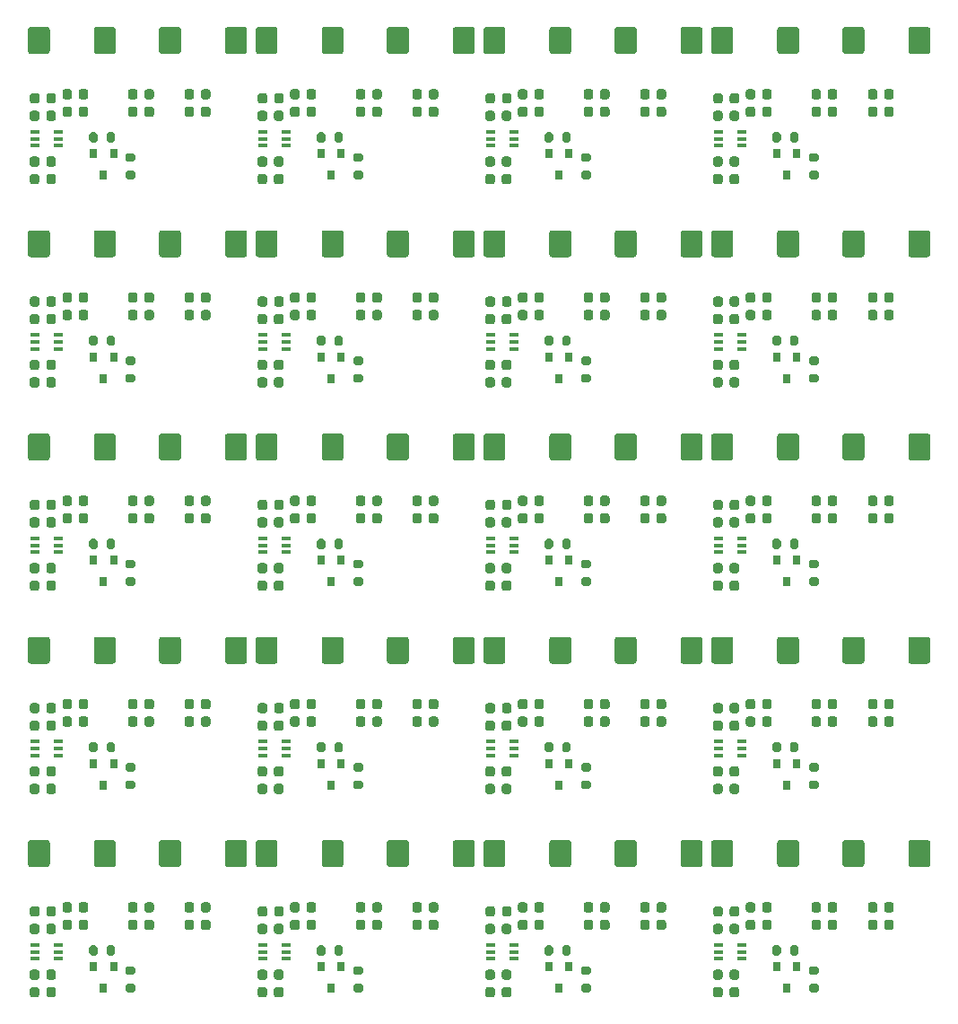
<source format=gbr>
%TF.GenerationSoftware,KiCad,Pcbnew,(5.1.10)-1*%
%TF.CreationDate,2022-01-18T16:22:41+07:00*%
%TF.ProjectId,DC5V_DC5V3V3_v3_pnlz4x5,44433556-5f44-4433-9556-3356335f7633,rev?*%
%TF.SameCoordinates,Original*%
%TF.FileFunction,Paste,Bot*%
%TF.FilePolarity,Positive*%
%FSLAX46Y46*%
G04 Gerber Fmt 4.6, Leading zero omitted, Abs format (unit mm)*
G04 Created by KiCad (PCBNEW (5.1.10)-1) date 2022-01-18 16:22:41*
%MOMM*%
%LPD*%
G01*
G04 APERTURE LIST*
%ADD10R,0.950000X0.450000*%
%ADD11R,0.800000X0.900000*%
G04 APERTURE END LIST*
%TO.C,C14*%
G36*
G01*
X135550000Y-128375000D02*
X135550000Y-128875000D01*
G75*
G02*
X135325000Y-129100000I-225000J0D01*
G01*
X134875000Y-129100000D01*
G75*
G02*
X134650000Y-128875000I0J225000D01*
G01*
X134650000Y-128375000D01*
G75*
G02*
X134875000Y-128150000I225000J0D01*
G01*
X135325000Y-128150000D01*
G75*
G02*
X135550000Y-128375000I0J-225000D01*
G01*
G37*
G36*
G01*
X134000000Y-128375000D02*
X134000000Y-128875000D01*
G75*
G02*
X133775000Y-129100000I-225000J0D01*
G01*
X133325000Y-129100000D01*
G75*
G02*
X133100000Y-128875000I0J225000D01*
G01*
X133100000Y-128375000D01*
G75*
G02*
X133325000Y-128150000I225000J0D01*
G01*
X133775000Y-128150000D01*
G75*
G02*
X134000000Y-128375000I0J-225000D01*
G01*
G37*
%TD*%
%TO.C,C14*%
G36*
G01*
X114050000Y-128375000D02*
X114050000Y-128875000D01*
G75*
G02*
X113825000Y-129100000I-225000J0D01*
G01*
X113375000Y-129100000D01*
G75*
G02*
X113150000Y-128875000I0J225000D01*
G01*
X113150000Y-128375000D01*
G75*
G02*
X113375000Y-128150000I225000J0D01*
G01*
X113825000Y-128150000D01*
G75*
G02*
X114050000Y-128375000I0J-225000D01*
G01*
G37*
G36*
G01*
X112500000Y-128375000D02*
X112500000Y-128875000D01*
G75*
G02*
X112275000Y-129100000I-225000J0D01*
G01*
X111825000Y-129100000D01*
G75*
G02*
X111600000Y-128875000I0J225000D01*
G01*
X111600000Y-128375000D01*
G75*
G02*
X111825000Y-128150000I225000J0D01*
G01*
X112275000Y-128150000D01*
G75*
G02*
X112500000Y-128375000I0J-225000D01*
G01*
G37*
%TD*%
%TO.C,C14*%
G36*
G01*
X92550000Y-128375000D02*
X92550000Y-128875000D01*
G75*
G02*
X92325000Y-129100000I-225000J0D01*
G01*
X91875000Y-129100000D01*
G75*
G02*
X91650000Y-128875000I0J225000D01*
G01*
X91650000Y-128375000D01*
G75*
G02*
X91875000Y-128150000I225000J0D01*
G01*
X92325000Y-128150000D01*
G75*
G02*
X92550000Y-128375000I0J-225000D01*
G01*
G37*
G36*
G01*
X91000000Y-128375000D02*
X91000000Y-128875000D01*
G75*
G02*
X90775000Y-129100000I-225000J0D01*
G01*
X90325000Y-129100000D01*
G75*
G02*
X90100000Y-128875000I0J225000D01*
G01*
X90100000Y-128375000D01*
G75*
G02*
X90325000Y-128150000I225000J0D01*
G01*
X90775000Y-128150000D01*
G75*
G02*
X91000000Y-128375000I0J-225000D01*
G01*
G37*
%TD*%
%TO.C,C14*%
G36*
G01*
X71050000Y-128375000D02*
X71050000Y-128875000D01*
G75*
G02*
X70825000Y-129100000I-225000J0D01*
G01*
X70375000Y-129100000D01*
G75*
G02*
X70150000Y-128875000I0J225000D01*
G01*
X70150000Y-128375000D01*
G75*
G02*
X70375000Y-128150000I225000J0D01*
G01*
X70825000Y-128150000D01*
G75*
G02*
X71050000Y-128375000I0J-225000D01*
G01*
G37*
G36*
G01*
X69500000Y-128375000D02*
X69500000Y-128875000D01*
G75*
G02*
X69275000Y-129100000I-225000J0D01*
G01*
X68825000Y-129100000D01*
G75*
G02*
X68600000Y-128875000I0J225000D01*
G01*
X68600000Y-128375000D01*
G75*
G02*
X68825000Y-128150000I225000J0D01*
G01*
X69275000Y-128150000D01*
G75*
G02*
X69500000Y-128375000I0J-225000D01*
G01*
G37*
%TD*%
%TO.C,C14*%
G36*
G01*
X135550000Y-109198000D02*
X135550000Y-109698000D01*
G75*
G02*
X135325000Y-109923000I-225000J0D01*
G01*
X134875000Y-109923000D01*
G75*
G02*
X134650000Y-109698000I0J225000D01*
G01*
X134650000Y-109198000D01*
G75*
G02*
X134875000Y-108973000I225000J0D01*
G01*
X135325000Y-108973000D01*
G75*
G02*
X135550000Y-109198000I0J-225000D01*
G01*
G37*
G36*
G01*
X134000000Y-109198000D02*
X134000000Y-109698000D01*
G75*
G02*
X133775000Y-109923000I-225000J0D01*
G01*
X133325000Y-109923000D01*
G75*
G02*
X133100000Y-109698000I0J225000D01*
G01*
X133100000Y-109198000D01*
G75*
G02*
X133325000Y-108973000I225000J0D01*
G01*
X133775000Y-108973000D01*
G75*
G02*
X134000000Y-109198000I0J-225000D01*
G01*
G37*
%TD*%
%TO.C,C14*%
G36*
G01*
X114050000Y-109198000D02*
X114050000Y-109698000D01*
G75*
G02*
X113825000Y-109923000I-225000J0D01*
G01*
X113375000Y-109923000D01*
G75*
G02*
X113150000Y-109698000I0J225000D01*
G01*
X113150000Y-109198000D01*
G75*
G02*
X113375000Y-108973000I225000J0D01*
G01*
X113825000Y-108973000D01*
G75*
G02*
X114050000Y-109198000I0J-225000D01*
G01*
G37*
G36*
G01*
X112500000Y-109198000D02*
X112500000Y-109698000D01*
G75*
G02*
X112275000Y-109923000I-225000J0D01*
G01*
X111825000Y-109923000D01*
G75*
G02*
X111600000Y-109698000I0J225000D01*
G01*
X111600000Y-109198000D01*
G75*
G02*
X111825000Y-108973000I225000J0D01*
G01*
X112275000Y-108973000D01*
G75*
G02*
X112500000Y-109198000I0J-225000D01*
G01*
G37*
%TD*%
%TO.C,C14*%
G36*
G01*
X92550000Y-109198000D02*
X92550000Y-109698000D01*
G75*
G02*
X92325000Y-109923000I-225000J0D01*
G01*
X91875000Y-109923000D01*
G75*
G02*
X91650000Y-109698000I0J225000D01*
G01*
X91650000Y-109198000D01*
G75*
G02*
X91875000Y-108973000I225000J0D01*
G01*
X92325000Y-108973000D01*
G75*
G02*
X92550000Y-109198000I0J-225000D01*
G01*
G37*
G36*
G01*
X91000000Y-109198000D02*
X91000000Y-109698000D01*
G75*
G02*
X90775000Y-109923000I-225000J0D01*
G01*
X90325000Y-109923000D01*
G75*
G02*
X90100000Y-109698000I0J225000D01*
G01*
X90100000Y-109198000D01*
G75*
G02*
X90325000Y-108973000I225000J0D01*
G01*
X90775000Y-108973000D01*
G75*
G02*
X91000000Y-109198000I0J-225000D01*
G01*
G37*
%TD*%
%TO.C,C14*%
G36*
G01*
X71050000Y-109198000D02*
X71050000Y-109698000D01*
G75*
G02*
X70825000Y-109923000I-225000J0D01*
G01*
X70375000Y-109923000D01*
G75*
G02*
X70150000Y-109698000I0J225000D01*
G01*
X70150000Y-109198000D01*
G75*
G02*
X70375000Y-108973000I225000J0D01*
G01*
X70825000Y-108973000D01*
G75*
G02*
X71050000Y-109198000I0J-225000D01*
G01*
G37*
G36*
G01*
X69500000Y-109198000D02*
X69500000Y-109698000D01*
G75*
G02*
X69275000Y-109923000I-225000J0D01*
G01*
X68825000Y-109923000D01*
G75*
G02*
X68600000Y-109698000I0J225000D01*
G01*
X68600000Y-109198000D01*
G75*
G02*
X68825000Y-108973000I225000J0D01*
G01*
X69275000Y-108973000D01*
G75*
G02*
X69500000Y-109198000I0J-225000D01*
G01*
G37*
%TD*%
%TO.C,C14*%
G36*
G01*
X135550000Y-90021000D02*
X135550000Y-90521000D01*
G75*
G02*
X135325000Y-90746000I-225000J0D01*
G01*
X134875000Y-90746000D01*
G75*
G02*
X134650000Y-90521000I0J225000D01*
G01*
X134650000Y-90021000D01*
G75*
G02*
X134875000Y-89796000I225000J0D01*
G01*
X135325000Y-89796000D01*
G75*
G02*
X135550000Y-90021000I0J-225000D01*
G01*
G37*
G36*
G01*
X134000000Y-90021000D02*
X134000000Y-90521000D01*
G75*
G02*
X133775000Y-90746000I-225000J0D01*
G01*
X133325000Y-90746000D01*
G75*
G02*
X133100000Y-90521000I0J225000D01*
G01*
X133100000Y-90021000D01*
G75*
G02*
X133325000Y-89796000I225000J0D01*
G01*
X133775000Y-89796000D01*
G75*
G02*
X134000000Y-90021000I0J-225000D01*
G01*
G37*
%TD*%
%TO.C,C14*%
G36*
G01*
X114050000Y-90021000D02*
X114050000Y-90521000D01*
G75*
G02*
X113825000Y-90746000I-225000J0D01*
G01*
X113375000Y-90746000D01*
G75*
G02*
X113150000Y-90521000I0J225000D01*
G01*
X113150000Y-90021000D01*
G75*
G02*
X113375000Y-89796000I225000J0D01*
G01*
X113825000Y-89796000D01*
G75*
G02*
X114050000Y-90021000I0J-225000D01*
G01*
G37*
G36*
G01*
X112500000Y-90021000D02*
X112500000Y-90521000D01*
G75*
G02*
X112275000Y-90746000I-225000J0D01*
G01*
X111825000Y-90746000D01*
G75*
G02*
X111600000Y-90521000I0J225000D01*
G01*
X111600000Y-90021000D01*
G75*
G02*
X111825000Y-89796000I225000J0D01*
G01*
X112275000Y-89796000D01*
G75*
G02*
X112500000Y-90021000I0J-225000D01*
G01*
G37*
%TD*%
%TO.C,C14*%
G36*
G01*
X92550000Y-90021000D02*
X92550000Y-90521000D01*
G75*
G02*
X92325000Y-90746000I-225000J0D01*
G01*
X91875000Y-90746000D01*
G75*
G02*
X91650000Y-90521000I0J225000D01*
G01*
X91650000Y-90021000D01*
G75*
G02*
X91875000Y-89796000I225000J0D01*
G01*
X92325000Y-89796000D01*
G75*
G02*
X92550000Y-90021000I0J-225000D01*
G01*
G37*
G36*
G01*
X91000000Y-90021000D02*
X91000000Y-90521000D01*
G75*
G02*
X90775000Y-90746000I-225000J0D01*
G01*
X90325000Y-90746000D01*
G75*
G02*
X90100000Y-90521000I0J225000D01*
G01*
X90100000Y-90021000D01*
G75*
G02*
X90325000Y-89796000I225000J0D01*
G01*
X90775000Y-89796000D01*
G75*
G02*
X91000000Y-90021000I0J-225000D01*
G01*
G37*
%TD*%
%TO.C,C14*%
G36*
G01*
X71050000Y-90021000D02*
X71050000Y-90521000D01*
G75*
G02*
X70825000Y-90746000I-225000J0D01*
G01*
X70375000Y-90746000D01*
G75*
G02*
X70150000Y-90521000I0J225000D01*
G01*
X70150000Y-90021000D01*
G75*
G02*
X70375000Y-89796000I225000J0D01*
G01*
X70825000Y-89796000D01*
G75*
G02*
X71050000Y-90021000I0J-225000D01*
G01*
G37*
G36*
G01*
X69500000Y-90021000D02*
X69500000Y-90521000D01*
G75*
G02*
X69275000Y-90746000I-225000J0D01*
G01*
X68825000Y-90746000D01*
G75*
G02*
X68600000Y-90521000I0J225000D01*
G01*
X68600000Y-90021000D01*
G75*
G02*
X68825000Y-89796000I225000J0D01*
G01*
X69275000Y-89796000D01*
G75*
G02*
X69500000Y-90021000I0J-225000D01*
G01*
G37*
%TD*%
%TO.C,C14*%
G36*
G01*
X135550000Y-70844000D02*
X135550000Y-71344000D01*
G75*
G02*
X135325000Y-71569000I-225000J0D01*
G01*
X134875000Y-71569000D01*
G75*
G02*
X134650000Y-71344000I0J225000D01*
G01*
X134650000Y-70844000D01*
G75*
G02*
X134875000Y-70619000I225000J0D01*
G01*
X135325000Y-70619000D01*
G75*
G02*
X135550000Y-70844000I0J-225000D01*
G01*
G37*
G36*
G01*
X134000000Y-70844000D02*
X134000000Y-71344000D01*
G75*
G02*
X133775000Y-71569000I-225000J0D01*
G01*
X133325000Y-71569000D01*
G75*
G02*
X133100000Y-71344000I0J225000D01*
G01*
X133100000Y-70844000D01*
G75*
G02*
X133325000Y-70619000I225000J0D01*
G01*
X133775000Y-70619000D01*
G75*
G02*
X134000000Y-70844000I0J-225000D01*
G01*
G37*
%TD*%
%TO.C,C14*%
G36*
G01*
X114050000Y-70844000D02*
X114050000Y-71344000D01*
G75*
G02*
X113825000Y-71569000I-225000J0D01*
G01*
X113375000Y-71569000D01*
G75*
G02*
X113150000Y-71344000I0J225000D01*
G01*
X113150000Y-70844000D01*
G75*
G02*
X113375000Y-70619000I225000J0D01*
G01*
X113825000Y-70619000D01*
G75*
G02*
X114050000Y-70844000I0J-225000D01*
G01*
G37*
G36*
G01*
X112500000Y-70844000D02*
X112500000Y-71344000D01*
G75*
G02*
X112275000Y-71569000I-225000J0D01*
G01*
X111825000Y-71569000D01*
G75*
G02*
X111600000Y-71344000I0J225000D01*
G01*
X111600000Y-70844000D01*
G75*
G02*
X111825000Y-70619000I225000J0D01*
G01*
X112275000Y-70619000D01*
G75*
G02*
X112500000Y-70844000I0J-225000D01*
G01*
G37*
%TD*%
%TO.C,C14*%
G36*
G01*
X92550000Y-70844000D02*
X92550000Y-71344000D01*
G75*
G02*
X92325000Y-71569000I-225000J0D01*
G01*
X91875000Y-71569000D01*
G75*
G02*
X91650000Y-71344000I0J225000D01*
G01*
X91650000Y-70844000D01*
G75*
G02*
X91875000Y-70619000I225000J0D01*
G01*
X92325000Y-70619000D01*
G75*
G02*
X92550000Y-70844000I0J-225000D01*
G01*
G37*
G36*
G01*
X91000000Y-70844000D02*
X91000000Y-71344000D01*
G75*
G02*
X90775000Y-71569000I-225000J0D01*
G01*
X90325000Y-71569000D01*
G75*
G02*
X90100000Y-71344000I0J225000D01*
G01*
X90100000Y-70844000D01*
G75*
G02*
X90325000Y-70619000I225000J0D01*
G01*
X90775000Y-70619000D01*
G75*
G02*
X91000000Y-70844000I0J-225000D01*
G01*
G37*
%TD*%
%TO.C,C14*%
G36*
G01*
X71050000Y-70844000D02*
X71050000Y-71344000D01*
G75*
G02*
X70825000Y-71569000I-225000J0D01*
G01*
X70375000Y-71569000D01*
G75*
G02*
X70150000Y-71344000I0J225000D01*
G01*
X70150000Y-70844000D01*
G75*
G02*
X70375000Y-70619000I225000J0D01*
G01*
X70825000Y-70619000D01*
G75*
G02*
X71050000Y-70844000I0J-225000D01*
G01*
G37*
G36*
G01*
X69500000Y-70844000D02*
X69500000Y-71344000D01*
G75*
G02*
X69275000Y-71569000I-225000J0D01*
G01*
X68825000Y-71569000D01*
G75*
G02*
X68600000Y-71344000I0J225000D01*
G01*
X68600000Y-70844000D01*
G75*
G02*
X68825000Y-70619000I225000J0D01*
G01*
X69275000Y-70619000D01*
G75*
G02*
X69500000Y-70844000I0J-225000D01*
G01*
G37*
%TD*%
%TO.C,C14*%
G36*
G01*
X135550000Y-51667000D02*
X135550000Y-52167000D01*
G75*
G02*
X135325000Y-52392000I-225000J0D01*
G01*
X134875000Y-52392000D01*
G75*
G02*
X134650000Y-52167000I0J225000D01*
G01*
X134650000Y-51667000D01*
G75*
G02*
X134875000Y-51442000I225000J0D01*
G01*
X135325000Y-51442000D01*
G75*
G02*
X135550000Y-51667000I0J-225000D01*
G01*
G37*
G36*
G01*
X134000000Y-51667000D02*
X134000000Y-52167000D01*
G75*
G02*
X133775000Y-52392000I-225000J0D01*
G01*
X133325000Y-52392000D01*
G75*
G02*
X133100000Y-52167000I0J225000D01*
G01*
X133100000Y-51667000D01*
G75*
G02*
X133325000Y-51442000I225000J0D01*
G01*
X133775000Y-51442000D01*
G75*
G02*
X134000000Y-51667000I0J-225000D01*
G01*
G37*
%TD*%
%TO.C,C14*%
G36*
G01*
X114050000Y-51667000D02*
X114050000Y-52167000D01*
G75*
G02*
X113825000Y-52392000I-225000J0D01*
G01*
X113375000Y-52392000D01*
G75*
G02*
X113150000Y-52167000I0J225000D01*
G01*
X113150000Y-51667000D01*
G75*
G02*
X113375000Y-51442000I225000J0D01*
G01*
X113825000Y-51442000D01*
G75*
G02*
X114050000Y-51667000I0J-225000D01*
G01*
G37*
G36*
G01*
X112500000Y-51667000D02*
X112500000Y-52167000D01*
G75*
G02*
X112275000Y-52392000I-225000J0D01*
G01*
X111825000Y-52392000D01*
G75*
G02*
X111600000Y-52167000I0J225000D01*
G01*
X111600000Y-51667000D01*
G75*
G02*
X111825000Y-51442000I225000J0D01*
G01*
X112275000Y-51442000D01*
G75*
G02*
X112500000Y-51667000I0J-225000D01*
G01*
G37*
%TD*%
%TO.C,C14*%
G36*
G01*
X92550000Y-51667000D02*
X92550000Y-52167000D01*
G75*
G02*
X92325000Y-52392000I-225000J0D01*
G01*
X91875000Y-52392000D01*
G75*
G02*
X91650000Y-52167000I0J225000D01*
G01*
X91650000Y-51667000D01*
G75*
G02*
X91875000Y-51442000I225000J0D01*
G01*
X92325000Y-51442000D01*
G75*
G02*
X92550000Y-51667000I0J-225000D01*
G01*
G37*
G36*
G01*
X91000000Y-51667000D02*
X91000000Y-52167000D01*
G75*
G02*
X90775000Y-52392000I-225000J0D01*
G01*
X90325000Y-52392000D01*
G75*
G02*
X90100000Y-52167000I0J225000D01*
G01*
X90100000Y-51667000D01*
G75*
G02*
X90325000Y-51442000I225000J0D01*
G01*
X90775000Y-51442000D01*
G75*
G02*
X91000000Y-51667000I0J-225000D01*
G01*
G37*
%TD*%
%TO.C,C13*%
G36*
G01*
X135550000Y-126724000D02*
X135550000Y-127224000D01*
G75*
G02*
X135325000Y-127449000I-225000J0D01*
G01*
X134875000Y-127449000D01*
G75*
G02*
X134650000Y-127224000I0J225000D01*
G01*
X134650000Y-126724000D01*
G75*
G02*
X134875000Y-126499000I225000J0D01*
G01*
X135325000Y-126499000D01*
G75*
G02*
X135550000Y-126724000I0J-225000D01*
G01*
G37*
G36*
G01*
X134000000Y-126724000D02*
X134000000Y-127224000D01*
G75*
G02*
X133775000Y-127449000I-225000J0D01*
G01*
X133325000Y-127449000D01*
G75*
G02*
X133100000Y-127224000I0J225000D01*
G01*
X133100000Y-126724000D01*
G75*
G02*
X133325000Y-126499000I225000J0D01*
G01*
X133775000Y-126499000D01*
G75*
G02*
X134000000Y-126724000I0J-225000D01*
G01*
G37*
%TD*%
%TO.C,C13*%
G36*
G01*
X114050000Y-126724000D02*
X114050000Y-127224000D01*
G75*
G02*
X113825000Y-127449000I-225000J0D01*
G01*
X113375000Y-127449000D01*
G75*
G02*
X113150000Y-127224000I0J225000D01*
G01*
X113150000Y-126724000D01*
G75*
G02*
X113375000Y-126499000I225000J0D01*
G01*
X113825000Y-126499000D01*
G75*
G02*
X114050000Y-126724000I0J-225000D01*
G01*
G37*
G36*
G01*
X112500000Y-126724000D02*
X112500000Y-127224000D01*
G75*
G02*
X112275000Y-127449000I-225000J0D01*
G01*
X111825000Y-127449000D01*
G75*
G02*
X111600000Y-127224000I0J225000D01*
G01*
X111600000Y-126724000D01*
G75*
G02*
X111825000Y-126499000I225000J0D01*
G01*
X112275000Y-126499000D01*
G75*
G02*
X112500000Y-126724000I0J-225000D01*
G01*
G37*
%TD*%
%TO.C,C13*%
G36*
G01*
X92550000Y-126724000D02*
X92550000Y-127224000D01*
G75*
G02*
X92325000Y-127449000I-225000J0D01*
G01*
X91875000Y-127449000D01*
G75*
G02*
X91650000Y-127224000I0J225000D01*
G01*
X91650000Y-126724000D01*
G75*
G02*
X91875000Y-126499000I225000J0D01*
G01*
X92325000Y-126499000D01*
G75*
G02*
X92550000Y-126724000I0J-225000D01*
G01*
G37*
G36*
G01*
X91000000Y-126724000D02*
X91000000Y-127224000D01*
G75*
G02*
X90775000Y-127449000I-225000J0D01*
G01*
X90325000Y-127449000D01*
G75*
G02*
X90100000Y-127224000I0J225000D01*
G01*
X90100000Y-126724000D01*
G75*
G02*
X90325000Y-126499000I225000J0D01*
G01*
X90775000Y-126499000D01*
G75*
G02*
X91000000Y-126724000I0J-225000D01*
G01*
G37*
%TD*%
%TO.C,C13*%
G36*
G01*
X71050000Y-126724000D02*
X71050000Y-127224000D01*
G75*
G02*
X70825000Y-127449000I-225000J0D01*
G01*
X70375000Y-127449000D01*
G75*
G02*
X70150000Y-127224000I0J225000D01*
G01*
X70150000Y-126724000D01*
G75*
G02*
X70375000Y-126499000I225000J0D01*
G01*
X70825000Y-126499000D01*
G75*
G02*
X71050000Y-126724000I0J-225000D01*
G01*
G37*
G36*
G01*
X69500000Y-126724000D02*
X69500000Y-127224000D01*
G75*
G02*
X69275000Y-127449000I-225000J0D01*
G01*
X68825000Y-127449000D01*
G75*
G02*
X68600000Y-127224000I0J225000D01*
G01*
X68600000Y-126724000D01*
G75*
G02*
X68825000Y-126499000I225000J0D01*
G01*
X69275000Y-126499000D01*
G75*
G02*
X69500000Y-126724000I0J-225000D01*
G01*
G37*
%TD*%
%TO.C,C13*%
G36*
G01*
X135550000Y-107547000D02*
X135550000Y-108047000D01*
G75*
G02*
X135325000Y-108272000I-225000J0D01*
G01*
X134875000Y-108272000D01*
G75*
G02*
X134650000Y-108047000I0J225000D01*
G01*
X134650000Y-107547000D01*
G75*
G02*
X134875000Y-107322000I225000J0D01*
G01*
X135325000Y-107322000D01*
G75*
G02*
X135550000Y-107547000I0J-225000D01*
G01*
G37*
G36*
G01*
X134000000Y-107547000D02*
X134000000Y-108047000D01*
G75*
G02*
X133775000Y-108272000I-225000J0D01*
G01*
X133325000Y-108272000D01*
G75*
G02*
X133100000Y-108047000I0J225000D01*
G01*
X133100000Y-107547000D01*
G75*
G02*
X133325000Y-107322000I225000J0D01*
G01*
X133775000Y-107322000D01*
G75*
G02*
X134000000Y-107547000I0J-225000D01*
G01*
G37*
%TD*%
%TO.C,C13*%
G36*
G01*
X114050000Y-107547000D02*
X114050000Y-108047000D01*
G75*
G02*
X113825000Y-108272000I-225000J0D01*
G01*
X113375000Y-108272000D01*
G75*
G02*
X113150000Y-108047000I0J225000D01*
G01*
X113150000Y-107547000D01*
G75*
G02*
X113375000Y-107322000I225000J0D01*
G01*
X113825000Y-107322000D01*
G75*
G02*
X114050000Y-107547000I0J-225000D01*
G01*
G37*
G36*
G01*
X112500000Y-107547000D02*
X112500000Y-108047000D01*
G75*
G02*
X112275000Y-108272000I-225000J0D01*
G01*
X111825000Y-108272000D01*
G75*
G02*
X111600000Y-108047000I0J225000D01*
G01*
X111600000Y-107547000D01*
G75*
G02*
X111825000Y-107322000I225000J0D01*
G01*
X112275000Y-107322000D01*
G75*
G02*
X112500000Y-107547000I0J-225000D01*
G01*
G37*
%TD*%
%TO.C,C13*%
G36*
G01*
X92550000Y-107547000D02*
X92550000Y-108047000D01*
G75*
G02*
X92325000Y-108272000I-225000J0D01*
G01*
X91875000Y-108272000D01*
G75*
G02*
X91650000Y-108047000I0J225000D01*
G01*
X91650000Y-107547000D01*
G75*
G02*
X91875000Y-107322000I225000J0D01*
G01*
X92325000Y-107322000D01*
G75*
G02*
X92550000Y-107547000I0J-225000D01*
G01*
G37*
G36*
G01*
X91000000Y-107547000D02*
X91000000Y-108047000D01*
G75*
G02*
X90775000Y-108272000I-225000J0D01*
G01*
X90325000Y-108272000D01*
G75*
G02*
X90100000Y-108047000I0J225000D01*
G01*
X90100000Y-107547000D01*
G75*
G02*
X90325000Y-107322000I225000J0D01*
G01*
X90775000Y-107322000D01*
G75*
G02*
X91000000Y-107547000I0J-225000D01*
G01*
G37*
%TD*%
%TO.C,C13*%
G36*
G01*
X71050000Y-107547000D02*
X71050000Y-108047000D01*
G75*
G02*
X70825000Y-108272000I-225000J0D01*
G01*
X70375000Y-108272000D01*
G75*
G02*
X70150000Y-108047000I0J225000D01*
G01*
X70150000Y-107547000D01*
G75*
G02*
X70375000Y-107322000I225000J0D01*
G01*
X70825000Y-107322000D01*
G75*
G02*
X71050000Y-107547000I0J-225000D01*
G01*
G37*
G36*
G01*
X69500000Y-107547000D02*
X69500000Y-108047000D01*
G75*
G02*
X69275000Y-108272000I-225000J0D01*
G01*
X68825000Y-108272000D01*
G75*
G02*
X68600000Y-108047000I0J225000D01*
G01*
X68600000Y-107547000D01*
G75*
G02*
X68825000Y-107322000I225000J0D01*
G01*
X69275000Y-107322000D01*
G75*
G02*
X69500000Y-107547000I0J-225000D01*
G01*
G37*
%TD*%
%TO.C,C13*%
G36*
G01*
X135550000Y-88370000D02*
X135550000Y-88870000D01*
G75*
G02*
X135325000Y-89095000I-225000J0D01*
G01*
X134875000Y-89095000D01*
G75*
G02*
X134650000Y-88870000I0J225000D01*
G01*
X134650000Y-88370000D01*
G75*
G02*
X134875000Y-88145000I225000J0D01*
G01*
X135325000Y-88145000D01*
G75*
G02*
X135550000Y-88370000I0J-225000D01*
G01*
G37*
G36*
G01*
X134000000Y-88370000D02*
X134000000Y-88870000D01*
G75*
G02*
X133775000Y-89095000I-225000J0D01*
G01*
X133325000Y-89095000D01*
G75*
G02*
X133100000Y-88870000I0J225000D01*
G01*
X133100000Y-88370000D01*
G75*
G02*
X133325000Y-88145000I225000J0D01*
G01*
X133775000Y-88145000D01*
G75*
G02*
X134000000Y-88370000I0J-225000D01*
G01*
G37*
%TD*%
%TO.C,C13*%
G36*
G01*
X114050000Y-88370000D02*
X114050000Y-88870000D01*
G75*
G02*
X113825000Y-89095000I-225000J0D01*
G01*
X113375000Y-89095000D01*
G75*
G02*
X113150000Y-88870000I0J225000D01*
G01*
X113150000Y-88370000D01*
G75*
G02*
X113375000Y-88145000I225000J0D01*
G01*
X113825000Y-88145000D01*
G75*
G02*
X114050000Y-88370000I0J-225000D01*
G01*
G37*
G36*
G01*
X112500000Y-88370000D02*
X112500000Y-88870000D01*
G75*
G02*
X112275000Y-89095000I-225000J0D01*
G01*
X111825000Y-89095000D01*
G75*
G02*
X111600000Y-88870000I0J225000D01*
G01*
X111600000Y-88370000D01*
G75*
G02*
X111825000Y-88145000I225000J0D01*
G01*
X112275000Y-88145000D01*
G75*
G02*
X112500000Y-88370000I0J-225000D01*
G01*
G37*
%TD*%
%TO.C,C13*%
G36*
G01*
X92550000Y-88370000D02*
X92550000Y-88870000D01*
G75*
G02*
X92325000Y-89095000I-225000J0D01*
G01*
X91875000Y-89095000D01*
G75*
G02*
X91650000Y-88870000I0J225000D01*
G01*
X91650000Y-88370000D01*
G75*
G02*
X91875000Y-88145000I225000J0D01*
G01*
X92325000Y-88145000D01*
G75*
G02*
X92550000Y-88370000I0J-225000D01*
G01*
G37*
G36*
G01*
X91000000Y-88370000D02*
X91000000Y-88870000D01*
G75*
G02*
X90775000Y-89095000I-225000J0D01*
G01*
X90325000Y-89095000D01*
G75*
G02*
X90100000Y-88870000I0J225000D01*
G01*
X90100000Y-88370000D01*
G75*
G02*
X90325000Y-88145000I225000J0D01*
G01*
X90775000Y-88145000D01*
G75*
G02*
X91000000Y-88370000I0J-225000D01*
G01*
G37*
%TD*%
%TO.C,C13*%
G36*
G01*
X71050000Y-88370000D02*
X71050000Y-88870000D01*
G75*
G02*
X70825000Y-89095000I-225000J0D01*
G01*
X70375000Y-89095000D01*
G75*
G02*
X70150000Y-88870000I0J225000D01*
G01*
X70150000Y-88370000D01*
G75*
G02*
X70375000Y-88145000I225000J0D01*
G01*
X70825000Y-88145000D01*
G75*
G02*
X71050000Y-88370000I0J-225000D01*
G01*
G37*
G36*
G01*
X69500000Y-88370000D02*
X69500000Y-88870000D01*
G75*
G02*
X69275000Y-89095000I-225000J0D01*
G01*
X68825000Y-89095000D01*
G75*
G02*
X68600000Y-88870000I0J225000D01*
G01*
X68600000Y-88370000D01*
G75*
G02*
X68825000Y-88145000I225000J0D01*
G01*
X69275000Y-88145000D01*
G75*
G02*
X69500000Y-88370000I0J-225000D01*
G01*
G37*
%TD*%
%TO.C,C13*%
G36*
G01*
X135550000Y-69193000D02*
X135550000Y-69693000D01*
G75*
G02*
X135325000Y-69918000I-225000J0D01*
G01*
X134875000Y-69918000D01*
G75*
G02*
X134650000Y-69693000I0J225000D01*
G01*
X134650000Y-69193000D01*
G75*
G02*
X134875000Y-68968000I225000J0D01*
G01*
X135325000Y-68968000D01*
G75*
G02*
X135550000Y-69193000I0J-225000D01*
G01*
G37*
G36*
G01*
X134000000Y-69193000D02*
X134000000Y-69693000D01*
G75*
G02*
X133775000Y-69918000I-225000J0D01*
G01*
X133325000Y-69918000D01*
G75*
G02*
X133100000Y-69693000I0J225000D01*
G01*
X133100000Y-69193000D01*
G75*
G02*
X133325000Y-68968000I225000J0D01*
G01*
X133775000Y-68968000D01*
G75*
G02*
X134000000Y-69193000I0J-225000D01*
G01*
G37*
%TD*%
%TO.C,C13*%
G36*
G01*
X114050000Y-69193000D02*
X114050000Y-69693000D01*
G75*
G02*
X113825000Y-69918000I-225000J0D01*
G01*
X113375000Y-69918000D01*
G75*
G02*
X113150000Y-69693000I0J225000D01*
G01*
X113150000Y-69193000D01*
G75*
G02*
X113375000Y-68968000I225000J0D01*
G01*
X113825000Y-68968000D01*
G75*
G02*
X114050000Y-69193000I0J-225000D01*
G01*
G37*
G36*
G01*
X112500000Y-69193000D02*
X112500000Y-69693000D01*
G75*
G02*
X112275000Y-69918000I-225000J0D01*
G01*
X111825000Y-69918000D01*
G75*
G02*
X111600000Y-69693000I0J225000D01*
G01*
X111600000Y-69193000D01*
G75*
G02*
X111825000Y-68968000I225000J0D01*
G01*
X112275000Y-68968000D01*
G75*
G02*
X112500000Y-69193000I0J-225000D01*
G01*
G37*
%TD*%
%TO.C,C13*%
G36*
G01*
X92550000Y-69193000D02*
X92550000Y-69693000D01*
G75*
G02*
X92325000Y-69918000I-225000J0D01*
G01*
X91875000Y-69918000D01*
G75*
G02*
X91650000Y-69693000I0J225000D01*
G01*
X91650000Y-69193000D01*
G75*
G02*
X91875000Y-68968000I225000J0D01*
G01*
X92325000Y-68968000D01*
G75*
G02*
X92550000Y-69193000I0J-225000D01*
G01*
G37*
G36*
G01*
X91000000Y-69193000D02*
X91000000Y-69693000D01*
G75*
G02*
X90775000Y-69918000I-225000J0D01*
G01*
X90325000Y-69918000D01*
G75*
G02*
X90100000Y-69693000I0J225000D01*
G01*
X90100000Y-69193000D01*
G75*
G02*
X90325000Y-68968000I225000J0D01*
G01*
X90775000Y-68968000D01*
G75*
G02*
X91000000Y-69193000I0J-225000D01*
G01*
G37*
%TD*%
%TO.C,C13*%
G36*
G01*
X71050000Y-69193000D02*
X71050000Y-69693000D01*
G75*
G02*
X70825000Y-69918000I-225000J0D01*
G01*
X70375000Y-69918000D01*
G75*
G02*
X70150000Y-69693000I0J225000D01*
G01*
X70150000Y-69193000D01*
G75*
G02*
X70375000Y-68968000I225000J0D01*
G01*
X70825000Y-68968000D01*
G75*
G02*
X71050000Y-69193000I0J-225000D01*
G01*
G37*
G36*
G01*
X69500000Y-69193000D02*
X69500000Y-69693000D01*
G75*
G02*
X69275000Y-69918000I-225000J0D01*
G01*
X68825000Y-69918000D01*
G75*
G02*
X68600000Y-69693000I0J225000D01*
G01*
X68600000Y-69193000D01*
G75*
G02*
X68825000Y-68968000I225000J0D01*
G01*
X69275000Y-68968000D01*
G75*
G02*
X69500000Y-69193000I0J-225000D01*
G01*
G37*
%TD*%
%TO.C,C13*%
G36*
G01*
X135550000Y-50016000D02*
X135550000Y-50516000D01*
G75*
G02*
X135325000Y-50741000I-225000J0D01*
G01*
X134875000Y-50741000D01*
G75*
G02*
X134650000Y-50516000I0J225000D01*
G01*
X134650000Y-50016000D01*
G75*
G02*
X134875000Y-49791000I225000J0D01*
G01*
X135325000Y-49791000D01*
G75*
G02*
X135550000Y-50016000I0J-225000D01*
G01*
G37*
G36*
G01*
X134000000Y-50016000D02*
X134000000Y-50516000D01*
G75*
G02*
X133775000Y-50741000I-225000J0D01*
G01*
X133325000Y-50741000D01*
G75*
G02*
X133100000Y-50516000I0J225000D01*
G01*
X133100000Y-50016000D01*
G75*
G02*
X133325000Y-49791000I225000J0D01*
G01*
X133775000Y-49791000D01*
G75*
G02*
X134000000Y-50016000I0J-225000D01*
G01*
G37*
%TD*%
%TO.C,C13*%
G36*
G01*
X114050000Y-50016000D02*
X114050000Y-50516000D01*
G75*
G02*
X113825000Y-50741000I-225000J0D01*
G01*
X113375000Y-50741000D01*
G75*
G02*
X113150000Y-50516000I0J225000D01*
G01*
X113150000Y-50016000D01*
G75*
G02*
X113375000Y-49791000I225000J0D01*
G01*
X113825000Y-49791000D01*
G75*
G02*
X114050000Y-50016000I0J-225000D01*
G01*
G37*
G36*
G01*
X112500000Y-50016000D02*
X112500000Y-50516000D01*
G75*
G02*
X112275000Y-50741000I-225000J0D01*
G01*
X111825000Y-50741000D01*
G75*
G02*
X111600000Y-50516000I0J225000D01*
G01*
X111600000Y-50016000D01*
G75*
G02*
X111825000Y-49791000I225000J0D01*
G01*
X112275000Y-49791000D01*
G75*
G02*
X112500000Y-50016000I0J-225000D01*
G01*
G37*
%TD*%
%TO.C,C13*%
G36*
G01*
X92550000Y-50016000D02*
X92550000Y-50516000D01*
G75*
G02*
X92325000Y-50741000I-225000J0D01*
G01*
X91875000Y-50741000D01*
G75*
G02*
X91650000Y-50516000I0J225000D01*
G01*
X91650000Y-50016000D01*
G75*
G02*
X91875000Y-49791000I225000J0D01*
G01*
X92325000Y-49791000D01*
G75*
G02*
X92550000Y-50016000I0J-225000D01*
G01*
G37*
G36*
G01*
X91000000Y-50016000D02*
X91000000Y-50516000D01*
G75*
G02*
X90775000Y-50741000I-225000J0D01*
G01*
X90325000Y-50741000D01*
G75*
G02*
X90100000Y-50516000I0J225000D01*
G01*
X90100000Y-50016000D01*
G75*
G02*
X90325000Y-49791000I225000J0D01*
G01*
X90775000Y-49791000D01*
G75*
G02*
X91000000Y-50016000I0J-225000D01*
G01*
G37*
%TD*%
D10*
%TO.C,D1*%
X118971000Y-131815000D03*
X118971000Y-131165000D03*
X118971000Y-130515000D03*
X121171000Y-130515000D03*
X121171000Y-131165000D03*
X121171000Y-131815000D03*
%TD*%
%TO.C,D1*%
X97471000Y-131815000D03*
X97471000Y-131165000D03*
X97471000Y-130515000D03*
X99671000Y-130515000D03*
X99671000Y-131165000D03*
X99671000Y-131815000D03*
%TD*%
%TO.C,D1*%
X75971000Y-131815000D03*
X75971000Y-131165000D03*
X75971000Y-130515000D03*
X78171000Y-130515000D03*
X78171000Y-131165000D03*
X78171000Y-131815000D03*
%TD*%
%TO.C,D1*%
X54471000Y-131815000D03*
X54471000Y-131165000D03*
X54471000Y-130515000D03*
X56671000Y-130515000D03*
X56671000Y-131165000D03*
X56671000Y-131815000D03*
%TD*%
%TO.C,D1*%
X118971000Y-112638000D03*
X118971000Y-111988000D03*
X118971000Y-111338000D03*
X121171000Y-111338000D03*
X121171000Y-111988000D03*
X121171000Y-112638000D03*
%TD*%
%TO.C,D1*%
X97471000Y-112638000D03*
X97471000Y-111988000D03*
X97471000Y-111338000D03*
X99671000Y-111338000D03*
X99671000Y-111988000D03*
X99671000Y-112638000D03*
%TD*%
%TO.C,D1*%
X75971000Y-112638000D03*
X75971000Y-111988000D03*
X75971000Y-111338000D03*
X78171000Y-111338000D03*
X78171000Y-111988000D03*
X78171000Y-112638000D03*
%TD*%
%TO.C,D1*%
X54471000Y-112638000D03*
X54471000Y-111988000D03*
X54471000Y-111338000D03*
X56671000Y-111338000D03*
X56671000Y-111988000D03*
X56671000Y-112638000D03*
%TD*%
%TO.C,D1*%
X118971000Y-93461000D03*
X118971000Y-92811000D03*
X118971000Y-92161000D03*
X121171000Y-92161000D03*
X121171000Y-92811000D03*
X121171000Y-93461000D03*
%TD*%
%TO.C,D1*%
X97471000Y-93461000D03*
X97471000Y-92811000D03*
X97471000Y-92161000D03*
X99671000Y-92161000D03*
X99671000Y-92811000D03*
X99671000Y-93461000D03*
%TD*%
%TO.C,D1*%
X75971000Y-93461000D03*
X75971000Y-92811000D03*
X75971000Y-92161000D03*
X78171000Y-92161000D03*
X78171000Y-92811000D03*
X78171000Y-93461000D03*
%TD*%
%TO.C,D1*%
X54471000Y-93461000D03*
X54471000Y-92811000D03*
X54471000Y-92161000D03*
X56671000Y-92161000D03*
X56671000Y-92811000D03*
X56671000Y-93461000D03*
%TD*%
%TO.C,D1*%
X118971000Y-74284000D03*
X118971000Y-73634000D03*
X118971000Y-72984000D03*
X121171000Y-72984000D03*
X121171000Y-73634000D03*
X121171000Y-74284000D03*
%TD*%
%TO.C,D1*%
X97471000Y-74284000D03*
X97471000Y-73634000D03*
X97471000Y-72984000D03*
X99671000Y-72984000D03*
X99671000Y-73634000D03*
X99671000Y-74284000D03*
%TD*%
%TO.C,D1*%
X75971000Y-74284000D03*
X75971000Y-73634000D03*
X75971000Y-72984000D03*
X78171000Y-72984000D03*
X78171000Y-73634000D03*
X78171000Y-74284000D03*
%TD*%
%TO.C,D1*%
X54471000Y-74284000D03*
X54471000Y-73634000D03*
X54471000Y-72984000D03*
X56671000Y-72984000D03*
X56671000Y-73634000D03*
X56671000Y-74284000D03*
%TD*%
%TO.C,D1*%
X118971000Y-55107000D03*
X118971000Y-54457000D03*
X118971000Y-53807000D03*
X121171000Y-53807000D03*
X121171000Y-54457000D03*
X121171000Y-55107000D03*
%TD*%
%TO.C,D1*%
X97471000Y-55107000D03*
X97471000Y-54457000D03*
X97471000Y-53807000D03*
X99671000Y-53807000D03*
X99671000Y-54457000D03*
X99671000Y-55107000D03*
%TD*%
%TO.C,D1*%
X75971000Y-55107000D03*
X75971000Y-54457000D03*
X75971000Y-53807000D03*
X78171000Y-53807000D03*
X78171000Y-54457000D03*
X78171000Y-55107000D03*
%TD*%
%TO.C,C12*%
G36*
G01*
X130696000Y-122919000D02*
X130696000Y-120869000D01*
G75*
G02*
X130946000Y-120619000I250000J0D01*
G01*
X132521000Y-120619000D01*
G75*
G02*
X132771000Y-120869000I0J-250000D01*
G01*
X132771000Y-122919000D01*
G75*
G02*
X132521000Y-123169000I-250000J0D01*
G01*
X130946000Y-123169000D01*
G75*
G02*
X130696000Y-122919000I0J250000D01*
G01*
G37*
G36*
G01*
X136921000Y-122919000D02*
X136921000Y-120869000D01*
G75*
G02*
X137171000Y-120619000I250000J0D01*
G01*
X138746000Y-120619000D01*
G75*
G02*
X138996000Y-120869000I0J-250000D01*
G01*
X138996000Y-122919000D01*
G75*
G02*
X138746000Y-123169000I-250000J0D01*
G01*
X137171000Y-123169000D01*
G75*
G02*
X136921000Y-122919000I0J250000D01*
G01*
G37*
%TD*%
%TO.C,C12*%
G36*
G01*
X109196000Y-122919000D02*
X109196000Y-120869000D01*
G75*
G02*
X109446000Y-120619000I250000J0D01*
G01*
X111021000Y-120619000D01*
G75*
G02*
X111271000Y-120869000I0J-250000D01*
G01*
X111271000Y-122919000D01*
G75*
G02*
X111021000Y-123169000I-250000J0D01*
G01*
X109446000Y-123169000D01*
G75*
G02*
X109196000Y-122919000I0J250000D01*
G01*
G37*
G36*
G01*
X115421000Y-122919000D02*
X115421000Y-120869000D01*
G75*
G02*
X115671000Y-120619000I250000J0D01*
G01*
X117246000Y-120619000D01*
G75*
G02*
X117496000Y-120869000I0J-250000D01*
G01*
X117496000Y-122919000D01*
G75*
G02*
X117246000Y-123169000I-250000J0D01*
G01*
X115671000Y-123169000D01*
G75*
G02*
X115421000Y-122919000I0J250000D01*
G01*
G37*
%TD*%
%TO.C,C12*%
G36*
G01*
X87696000Y-122919000D02*
X87696000Y-120869000D01*
G75*
G02*
X87946000Y-120619000I250000J0D01*
G01*
X89521000Y-120619000D01*
G75*
G02*
X89771000Y-120869000I0J-250000D01*
G01*
X89771000Y-122919000D01*
G75*
G02*
X89521000Y-123169000I-250000J0D01*
G01*
X87946000Y-123169000D01*
G75*
G02*
X87696000Y-122919000I0J250000D01*
G01*
G37*
G36*
G01*
X93921000Y-122919000D02*
X93921000Y-120869000D01*
G75*
G02*
X94171000Y-120619000I250000J0D01*
G01*
X95746000Y-120619000D01*
G75*
G02*
X95996000Y-120869000I0J-250000D01*
G01*
X95996000Y-122919000D01*
G75*
G02*
X95746000Y-123169000I-250000J0D01*
G01*
X94171000Y-123169000D01*
G75*
G02*
X93921000Y-122919000I0J250000D01*
G01*
G37*
%TD*%
%TO.C,C12*%
G36*
G01*
X66196000Y-122919000D02*
X66196000Y-120869000D01*
G75*
G02*
X66446000Y-120619000I250000J0D01*
G01*
X68021000Y-120619000D01*
G75*
G02*
X68271000Y-120869000I0J-250000D01*
G01*
X68271000Y-122919000D01*
G75*
G02*
X68021000Y-123169000I-250000J0D01*
G01*
X66446000Y-123169000D01*
G75*
G02*
X66196000Y-122919000I0J250000D01*
G01*
G37*
G36*
G01*
X72421000Y-122919000D02*
X72421000Y-120869000D01*
G75*
G02*
X72671000Y-120619000I250000J0D01*
G01*
X74246000Y-120619000D01*
G75*
G02*
X74496000Y-120869000I0J-250000D01*
G01*
X74496000Y-122919000D01*
G75*
G02*
X74246000Y-123169000I-250000J0D01*
G01*
X72671000Y-123169000D01*
G75*
G02*
X72421000Y-122919000I0J250000D01*
G01*
G37*
%TD*%
%TO.C,C12*%
G36*
G01*
X130696000Y-103742000D02*
X130696000Y-101692000D01*
G75*
G02*
X130946000Y-101442000I250000J0D01*
G01*
X132521000Y-101442000D01*
G75*
G02*
X132771000Y-101692000I0J-250000D01*
G01*
X132771000Y-103742000D01*
G75*
G02*
X132521000Y-103992000I-250000J0D01*
G01*
X130946000Y-103992000D01*
G75*
G02*
X130696000Y-103742000I0J250000D01*
G01*
G37*
G36*
G01*
X136921000Y-103742000D02*
X136921000Y-101692000D01*
G75*
G02*
X137171000Y-101442000I250000J0D01*
G01*
X138746000Y-101442000D01*
G75*
G02*
X138996000Y-101692000I0J-250000D01*
G01*
X138996000Y-103742000D01*
G75*
G02*
X138746000Y-103992000I-250000J0D01*
G01*
X137171000Y-103992000D01*
G75*
G02*
X136921000Y-103742000I0J250000D01*
G01*
G37*
%TD*%
%TO.C,C12*%
G36*
G01*
X109196000Y-103742000D02*
X109196000Y-101692000D01*
G75*
G02*
X109446000Y-101442000I250000J0D01*
G01*
X111021000Y-101442000D01*
G75*
G02*
X111271000Y-101692000I0J-250000D01*
G01*
X111271000Y-103742000D01*
G75*
G02*
X111021000Y-103992000I-250000J0D01*
G01*
X109446000Y-103992000D01*
G75*
G02*
X109196000Y-103742000I0J250000D01*
G01*
G37*
G36*
G01*
X115421000Y-103742000D02*
X115421000Y-101692000D01*
G75*
G02*
X115671000Y-101442000I250000J0D01*
G01*
X117246000Y-101442000D01*
G75*
G02*
X117496000Y-101692000I0J-250000D01*
G01*
X117496000Y-103742000D01*
G75*
G02*
X117246000Y-103992000I-250000J0D01*
G01*
X115671000Y-103992000D01*
G75*
G02*
X115421000Y-103742000I0J250000D01*
G01*
G37*
%TD*%
%TO.C,C12*%
G36*
G01*
X87696000Y-103742000D02*
X87696000Y-101692000D01*
G75*
G02*
X87946000Y-101442000I250000J0D01*
G01*
X89521000Y-101442000D01*
G75*
G02*
X89771000Y-101692000I0J-250000D01*
G01*
X89771000Y-103742000D01*
G75*
G02*
X89521000Y-103992000I-250000J0D01*
G01*
X87946000Y-103992000D01*
G75*
G02*
X87696000Y-103742000I0J250000D01*
G01*
G37*
G36*
G01*
X93921000Y-103742000D02*
X93921000Y-101692000D01*
G75*
G02*
X94171000Y-101442000I250000J0D01*
G01*
X95746000Y-101442000D01*
G75*
G02*
X95996000Y-101692000I0J-250000D01*
G01*
X95996000Y-103742000D01*
G75*
G02*
X95746000Y-103992000I-250000J0D01*
G01*
X94171000Y-103992000D01*
G75*
G02*
X93921000Y-103742000I0J250000D01*
G01*
G37*
%TD*%
%TO.C,C12*%
G36*
G01*
X66196000Y-103742000D02*
X66196000Y-101692000D01*
G75*
G02*
X66446000Y-101442000I250000J0D01*
G01*
X68021000Y-101442000D01*
G75*
G02*
X68271000Y-101692000I0J-250000D01*
G01*
X68271000Y-103742000D01*
G75*
G02*
X68021000Y-103992000I-250000J0D01*
G01*
X66446000Y-103992000D01*
G75*
G02*
X66196000Y-103742000I0J250000D01*
G01*
G37*
G36*
G01*
X72421000Y-103742000D02*
X72421000Y-101692000D01*
G75*
G02*
X72671000Y-101442000I250000J0D01*
G01*
X74246000Y-101442000D01*
G75*
G02*
X74496000Y-101692000I0J-250000D01*
G01*
X74496000Y-103742000D01*
G75*
G02*
X74246000Y-103992000I-250000J0D01*
G01*
X72671000Y-103992000D01*
G75*
G02*
X72421000Y-103742000I0J250000D01*
G01*
G37*
%TD*%
%TO.C,C12*%
G36*
G01*
X130696000Y-84565000D02*
X130696000Y-82515000D01*
G75*
G02*
X130946000Y-82265000I250000J0D01*
G01*
X132521000Y-82265000D01*
G75*
G02*
X132771000Y-82515000I0J-250000D01*
G01*
X132771000Y-84565000D01*
G75*
G02*
X132521000Y-84815000I-250000J0D01*
G01*
X130946000Y-84815000D01*
G75*
G02*
X130696000Y-84565000I0J250000D01*
G01*
G37*
G36*
G01*
X136921000Y-84565000D02*
X136921000Y-82515000D01*
G75*
G02*
X137171000Y-82265000I250000J0D01*
G01*
X138746000Y-82265000D01*
G75*
G02*
X138996000Y-82515000I0J-250000D01*
G01*
X138996000Y-84565000D01*
G75*
G02*
X138746000Y-84815000I-250000J0D01*
G01*
X137171000Y-84815000D01*
G75*
G02*
X136921000Y-84565000I0J250000D01*
G01*
G37*
%TD*%
%TO.C,C12*%
G36*
G01*
X109196000Y-84565000D02*
X109196000Y-82515000D01*
G75*
G02*
X109446000Y-82265000I250000J0D01*
G01*
X111021000Y-82265000D01*
G75*
G02*
X111271000Y-82515000I0J-250000D01*
G01*
X111271000Y-84565000D01*
G75*
G02*
X111021000Y-84815000I-250000J0D01*
G01*
X109446000Y-84815000D01*
G75*
G02*
X109196000Y-84565000I0J250000D01*
G01*
G37*
G36*
G01*
X115421000Y-84565000D02*
X115421000Y-82515000D01*
G75*
G02*
X115671000Y-82265000I250000J0D01*
G01*
X117246000Y-82265000D01*
G75*
G02*
X117496000Y-82515000I0J-250000D01*
G01*
X117496000Y-84565000D01*
G75*
G02*
X117246000Y-84815000I-250000J0D01*
G01*
X115671000Y-84815000D01*
G75*
G02*
X115421000Y-84565000I0J250000D01*
G01*
G37*
%TD*%
%TO.C,C12*%
G36*
G01*
X87696000Y-84565000D02*
X87696000Y-82515000D01*
G75*
G02*
X87946000Y-82265000I250000J0D01*
G01*
X89521000Y-82265000D01*
G75*
G02*
X89771000Y-82515000I0J-250000D01*
G01*
X89771000Y-84565000D01*
G75*
G02*
X89521000Y-84815000I-250000J0D01*
G01*
X87946000Y-84815000D01*
G75*
G02*
X87696000Y-84565000I0J250000D01*
G01*
G37*
G36*
G01*
X93921000Y-84565000D02*
X93921000Y-82515000D01*
G75*
G02*
X94171000Y-82265000I250000J0D01*
G01*
X95746000Y-82265000D01*
G75*
G02*
X95996000Y-82515000I0J-250000D01*
G01*
X95996000Y-84565000D01*
G75*
G02*
X95746000Y-84815000I-250000J0D01*
G01*
X94171000Y-84815000D01*
G75*
G02*
X93921000Y-84565000I0J250000D01*
G01*
G37*
%TD*%
%TO.C,C12*%
G36*
G01*
X66196000Y-84565000D02*
X66196000Y-82515000D01*
G75*
G02*
X66446000Y-82265000I250000J0D01*
G01*
X68021000Y-82265000D01*
G75*
G02*
X68271000Y-82515000I0J-250000D01*
G01*
X68271000Y-84565000D01*
G75*
G02*
X68021000Y-84815000I-250000J0D01*
G01*
X66446000Y-84815000D01*
G75*
G02*
X66196000Y-84565000I0J250000D01*
G01*
G37*
G36*
G01*
X72421000Y-84565000D02*
X72421000Y-82515000D01*
G75*
G02*
X72671000Y-82265000I250000J0D01*
G01*
X74246000Y-82265000D01*
G75*
G02*
X74496000Y-82515000I0J-250000D01*
G01*
X74496000Y-84565000D01*
G75*
G02*
X74246000Y-84815000I-250000J0D01*
G01*
X72671000Y-84815000D01*
G75*
G02*
X72421000Y-84565000I0J250000D01*
G01*
G37*
%TD*%
%TO.C,C12*%
G36*
G01*
X130696000Y-65388000D02*
X130696000Y-63338000D01*
G75*
G02*
X130946000Y-63088000I250000J0D01*
G01*
X132521000Y-63088000D01*
G75*
G02*
X132771000Y-63338000I0J-250000D01*
G01*
X132771000Y-65388000D01*
G75*
G02*
X132521000Y-65638000I-250000J0D01*
G01*
X130946000Y-65638000D01*
G75*
G02*
X130696000Y-65388000I0J250000D01*
G01*
G37*
G36*
G01*
X136921000Y-65388000D02*
X136921000Y-63338000D01*
G75*
G02*
X137171000Y-63088000I250000J0D01*
G01*
X138746000Y-63088000D01*
G75*
G02*
X138996000Y-63338000I0J-250000D01*
G01*
X138996000Y-65388000D01*
G75*
G02*
X138746000Y-65638000I-250000J0D01*
G01*
X137171000Y-65638000D01*
G75*
G02*
X136921000Y-65388000I0J250000D01*
G01*
G37*
%TD*%
%TO.C,C12*%
G36*
G01*
X109196000Y-65388000D02*
X109196000Y-63338000D01*
G75*
G02*
X109446000Y-63088000I250000J0D01*
G01*
X111021000Y-63088000D01*
G75*
G02*
X111271000Y-63338000I0J-250000D01*
G01*
X111271000Y-65388000D01*
G75*
G02*
X111021000Y-65638000I-250000J0D01*
G01*
X109446000Y-65638000D01*
G75*
G02*
X109196000Y-65388000I0J250000D01*
G01*
G37*
G36*
G01*
X115421000Y-65388000D02*
X115421000Y-63338000D01*
G75*
G02*
X115671000Y-63088000I250000J0D01*
G01*
X117246000Y-63088000D01*
G75*
G02*
X117496000Y-63338000I0J-250000D01*
G01*
X117496000Y-65388000D01*
G75*
G02*
X117246000Y-65638000I-250000J0D01*
G01*
X115671000Y-65638000D01*
G75*
G02*
X115421000Y-65388000I0J250000D01*
G01*
G37*
%TD*%
%TO.C,C12*%
G36*
G01*
X87696000Y-65388000D02*
X87696000Y-63338000D01*
G75*
G02*
X87946000Y-63088000I250000J0D01*
G01*
X89521000Y-63088000D01*
G75*
G02*
X89771000Y-63338000I0J-250000D01*
G01*
X89771000Y-65388000D01*
G75*
G02*
X89521000Y-65638000I-250000J0D01*
G01*
X87946000Y-65638000D01*
G75*
G02*
X87696000Y-65388000I0J250000D01*
G01*
G37*
G36*
G01*
X93921000Y-65388000D02*
X93921000Y-63338000D01*
G75*
G02*
X94171000Y-63088000I250000J0D01*
G01*
X95746000Y-63088000D01*
G75*
G02*
X95996000Y-63338000I0J-250000D01*
G01*
X95996000Y-65388000D01*
G75*
G02*
X95746000Y-65638000I-250000J0D01*
G01*
X94171000Y-65638000D01*
G75*
G02*
X93921000Y-65388000I0J250000D01*
G01*
G37*
%TD*%
%TO.C,C12*%
G36*
G01*
X66196000Y-65388000D02*
X66196000Y-63338000D01*
G75*
G02*
X66446000Y-63088000I250000J0D01*
G01*
X68021000Y-63088000D01*
G75*
G02*
X68271000Y-63338000I0J-250000D01*
G01*
X68271000Y-65388000D01*
G75*
G02*
X68021000Y-65638000I-250000J0D01*
G01*
X66446000Y-65638000D01*
G75*
G02*
X66196000Y-65388000I0J250000D01*
G01*
G37*
G36*
G01*
X72421000Y-65388000D02*
X72421000Y-63338000D01*
G75*
G02*
X72671000Y-63088000I250000J0D01*
G01*
X74246000Y-63088000D01*
G75*
G02*
X74496000Y-63338000I0J-250000D01*
G01*
X74496000Y-65388000D01*
G75*
G02*
X74246000Y-65638000I-250000J0D01*
G01*
X72671000Y-65638000D01*
G75*
G02*
X72421000Y-65388000I0J250000D01*
G01*
G37*
%TD*%
%TO.C,C12*%
G36*
G01*
X130696000Y-46211000D02*
X130696000Y-44161000D01*
G75*
G02*
X130946000Y-43911000I250000J0D01*
G01*
X132521000Y-43911000D01*
G75*
G02*
X132771000Y-44161000I0J-250000D01*
G01*
X132771000Y-46211000D01*
G75*
G02*
X132521000Y-46461000I-250000J0D01*
G01*
X130946000Y-46461000D01*
G75*
G02*
X130696000Y-46211000I0J250000D01*
G01*
G37*
G36*
G01*
X136921000Y-46211000D02*
X136921000Y-44161000D01*
G75*
G02*
X137171000Y-43911000I250000J0D01*
G01*
X138746000Y-43911000D01*
G75*
G02*
X138996000Y-44161000I0J-250000D01*
G01*
X138996000Y-46211000D01*
G75*
G02*
X138746000Y-46461000I-250000J0D01*
G01*
X137171000Y-46461000D01*
G75*
G02*
X136921000Y-46211000I0J250000D01*
G01*
G37*
%TD*%
%TO.C,C12*%
G36*
G01*
X109196000Y-46211000D02*
X109196000Y-44161000D01*
G75*
G02*
X109446000Y-43911000I250000J0D01*
G01*
X111021000Y-43911000D01*
G75*
G02*
X111271000Y-44161000I0J-250000D01*
G01*
X111271000Y-46211000D01*
G75*
G02*
X111021000Y-46461000I-250000J0D01*
G01*
X109446000Y-46461000D01*
G75*
G02*
X109196000Y-46211000I0J250000D01*
G01*
G37*
G36*
G01*
X115421000Y-46211000D02*
X115421000Y-44161000D01*
G75*
G02*
X115671000Y-43911000I250000J0D01*
G01*
X117246000Y-43911000D01*
G75*
G02*
X117496000Y-44161000I0J-250000D01*
G01*
X117496000Y-46211000D01*
G75*
G02*
X117246000Y-46461000I-250000J0D01*
G01*
X115671000Y-46461000D01*
G75*
G02*
X115421000Y-46211000I0J250000D01*
G01*
G37*
%TD*%
%TO.C,C12*%
G36*
G01*
X87696000Y-46211000D02*
X87696000Y-44161000D01*
G75*
G02*
X87946000Y-43911000I250000J0D01*
G01*
X89521000Y-43911000D01*
G75*
G02*
X89771000Y-44161000I0J-250000D01*
G01*
X89771000Y-46211000D01*
G75*
G02*
X89521000Y-46461000I-250000J0D01*
G01*
X87946000Y-46461000D01*
G75*
G02*
X87696000Y-46211000I0J250000D01*
G01*
G37*
G36*
G01*
X93921000Y-46211000D02*
X93921000Y-44161000D01*
G75*
G02*
X94171000Y-43911000I250000J0D01*
G01*
X95746000Y-43911000D01*
G75*
G02*
X95996000Y-44161000I0J-250000D01*
G01*
X95996000Y-46211000D01*
G75*
G02*
X95746000Y-46461000I-250000J0D01*
G01*
X94171000Y-46461000D01*
G75*
G02*
X93921000Y-46211000I0J250000D01*
G01*
G37*
%TD*%
%TO.C,C11*%
G36*
G01*
X118312500Y-122919000D02*
X118312500Y-120869000D01*
G75*
G02*
X118562500Y-120619000I250000J0D01*
G01*
X120137500Y-120619000D01*
G75*
G02*
X120387500Y-120869000I0J-250000D01*
G01*
X120387500Y-122919000D01*
G75*
G02*
X120137500Y-123169000I-250000J0D01*
G01*
X118562500Y-123169000D01*
G75*
G02*
X118312500Y-122919000I0J250000D01*
G01*
G37*
G36*
G01*
X124537500Y-122919000D02*
X124537500Y-120869000D01*
G75*
G02*
X124787500Y-120619000I250000J0D01*
G01*
X126362500Y-120619000D01*
G75*
G02*
X126612500Y-120869000I0J-250000D01*
G01*
X126612500Y-122919000D01*
G75*
G02*
X126362500Y-123169000I-250000J0D01*
G01*
X124787500Y-123169000D01*
G75*
G02*
X124537500Y-122919000I0J250000D01*
G01*
G37*
%TD*%
%TO.C,C11*%
G36*
G01*
X96812500Y-122919000D02*
X96812500Y-120869000D01*
G75*
G02*
X97062500Y-120619000I250000J0D01*
G01*
X98637500Y-120619000D01*
G75*
G02*
X98887500Y-120869000I0J-250000D01*
G01*
X98887500Y-122919000D01*
G75*
G02*
X98637500Y-123169000I-250000J0D01*
G01*
X97062500Y-123169000D01*
G75*
G02*
X96812500Y-122919000I0J250000D01*
G01*
G37*
G36*
G01*
X103037500Y-122919000D02*
X103037500Y-120869000D01*
G75*
G02*
X103287500Y-120619000I250000J0D01*
G01*
X104862500Y-120619000D01*
G75*
G02*
X105112500Y-120869000I0J-250000D01*
G01*
X105112500Y-122919000D01*
G75*
G02*
X104862500Y-123169000I-250000J0D01*
G01*
X103287500Y-123169000D01*
G75*
G02*
X103037500Y-122919000I0J250000D01*
G01*
G37*
%TD*%
%TO.C,C11*%
G36*
G01*
X75312500Y-122919000D02*
X75312500Y-120869000D01*
G75*
G02*
X75562500Y-120619000I250000J0D01*
G01*
X77137500Y-120619000D01*
G75*
G02*
X77387500Y-120869000I0J-250000D01*
G01*
X77387500Y-122919000D01*
G75*
G02*
X77137500Y-123169000I-250000J0D01*
G01*
X75562500Y-123169000D01*
G75*
G02*
X75312500Y-122919000I0J250000D01*
G01*
G37*
G36*
G01*
X81537500Y-122919000D02*
X81537500Y-120869000D01*
G75*
G02*
X81787500Y-120619000I250000J0D01*
G01*
X83362500Y-120619000D01*
G75*
G02*
X83612500Y-120869000I0J-250000D01*
G01*
X83612500Y-122919000D01*
G75*
G02*
X83362500Y-123169000I-250000J0D01*
G01*
X81787500Y-123169000D01*
G75*
G02*
X81537500Y-122919000I0J250000D01*
G01*
G37*
%TD*%
%TO.C,C11*%
G36*
G01*
X53812500Y-122919000D02*
X53812500Y-120869000D01*
G75*
G02*
X54062500Y-120619000I250000J0D01*
G01*
X55637500Y-120619000D01*
G75*
G02*
X55887500Y-120869000I0J-250000D01*
G01*
X55887500Y-122919000D01*
G75*
G02*
X55637500Y-123169000I-250000J0D01*
G01*
X54062500Y-123169000D01*
G75*
G02*
X53812500Y-122919000I0J250000D01*
G01*
G37*
G36*
G01*
X60037500Y-122919000D02*
X60037500Y-120869000D01*
G75*
G02*
X60287500Y-120619000I250000J0D01*
G01*
X61862500Y-120619000D01*
G75*
G02*
X62112500Y-120869000I0J-250000D01*
G01*
X62112500Y-122919000D01*
G75*
G02*
X61862500Y-123169000I-250000J0D01*
G01*
X60287500Y-123169000D01*
G75*
G02*
X60037500Y-122919000I0J250000D01*
G01*
G37*
%TD*%
%TO.C,C11*%
G36*
G01*
X118312500Y-103742000D02*
X118312500Y-101692000D01*
G75*
G02*
X118562500Y-101442000I250000J0D01*
G01*
X120137500Y-101442000D01*
G75*
G02*
X120387500Y-101692000I0J-250000D01*
G01*
X120387500Y-103742000D01*
G75*
G02*
X120137500Y-103992000I-250000J0D01*
G01*
X118562500Y-103992000D01*
G75*
G02*
X118312500Y-103742000I0J250000D01*
G01*
G37*
G36*
G01*
X124537500Y-103742000D02*
X124537500Y-101692000D01*
G75*
G02*
X124787500Y-101442000I250000J0D01*
G01*
X126362500Y-101442000D01*
G75*
G02*
X126612500Y-101692000I0J-250000D01*
G01*
X126612500Y-103742000D01*
G75*
G02*
X126362500Y-103992000I-250000J0D01*
G01*
X124787500Y-103992000D01*
G75*
G02*
X124537500Y-103742000I0J250000D01*
G01*
G37*
%TD*%
%TO.C,C11*%
G36*
G01*
X96812500Y-103742000D02*
X96812500Y-101692000D01*
G75*
G02*
X97062500Y-101442000I250000J0D01*
G01*
X98637500Y-101442000D01*
G75*
G02*
X98887500Y-101692000I0J-250000D01*
G01*
X98887500Y-103742000D01*
G75*
G02*
X98637500Y-103992000I-250000J0D01*
G01*
X97062500Y-103992000D01*
G75*
G02*
X96812500Y-103742000I0J250000D01*
G01*
G37*
G36*
G01*
X103037500Y-103742000D02*
X103037500Y-101692000D01*
G75*
G02*
X103287500Y-101442000I250000J0D01*
G01*
X104862500Y-101442000D01*
G75*
G02*
X105112500Y-101692000I0J-250000D01*
G01*
X105112500Y-103742000D01*
G75*
G02*
X104862500Y-103992000I-250000J0D01*
G01*
X103287500Y-103992000D01*
G75*
G02*
X103037500Y-103742000I0J250000D01*
G01*
G37*
%TD*%
%TO.C,C11*%
G36*
G01*
X75312500Y-103742000D02*
X75312500Y-101692000D01*
G75*
G02*
X75562500Y-101442000I250000J0D01*
G01*
X77137500Y-101442000D01*
G75*
G02*
X77387500Y-101692000I0J-250000D01*
G01*
X77387500Y-103742000D01*
G75*
G02*
X77137500Y-103992000I-250000J0D01*
G01*
X75562500Y-103992000D01*
G75*
G02*
X75312500Y-103742000I0J250000D01*
G01*
G37*
G36*
G01*
X81537500Y-103742000D02*
X81537500Y-101692000D01*
G75*
G02*
X81787500Y-101442000I250000J0D01*
G01*
X83362500Y-101442000D01*
G75*
G02*
X83612500Y-101692000I0J-250000D01*
G01*
X83612500Y-103742000D01*
G75*
G02*
X83362500Y-103992000I-250000J0D01*
G01*
X81787500Y-103992000D01*
G75*
G02*
X81537500Y-103742000I0J250000D01*
G01*
G37*
%TD*%
%TO.C,C11*%
G36*
G01*
X53812500Y-103742000D02*
X53812500Y-101692000D01*
G75*
G02*
X54062500Y-101442000I250000J0D01*
G01*
X55637500Y-101442000D01*
G75*
G02*
X55887500Y-101692000I0J-250000D01*
G01*
X55887500Y-103742000D01*
G75*
G02*
X55637500Y-103992000I-250000J0D01*
G01*
X54062500Y-103992000D01*
G75*
G02*
X53812500Y-103742000I0J250000D01*
G01*
G37*
G36*
G01*
X60037500Y-103742000D02*
X60037500Y-101692000D01*
G75*
G02*
X60287500Y-101442000I250000J0D01*
G01*
X61862500Y-101442000D01*
G75*
G02*
X62112500Y-101692000I0J-250000D01*
G01*
X62112500Y-103742000D01*
G75*
G02*
X61862500Y-103992000I-250000J0D01*
G01*
X60287500Y-103992000D01*
G75*
G02*
X60037500Y-103742000I0J250000D01*
G01*
G37*
%TD*%
%TO.C,C11*%
G36*
G01*
X118312500Y-84565000D02*
X118312500Y-82515000D01*
G75*
G02*
X118562500Y-82265000I250000J0D01*
G01*
X120137500Y-82265000D01*
G75*
G02*
X120387500Y-82515000I0J-250000D01*
G01*
X120387500Y-84565000D01*
G75*
G02*
X120137500Y-84815000I-250000J0D01*
G01*
X118562500Y-84815000D01*
G75*
G02*
X118312500Y-84565000I0J250000D01*
G01*
G37*
G36*
G01*
X124537500Y-84565000D02*
X124537500Y-82515000D01*
G75*
G02*
X124787500Y-82265000I250000J0D01*
G01*
X126362500Y-82265000D01*
G75*
G02*
X126612500Y-82515000I0J-250000D01*
G01*
X126612500Y-84565000D01*
G75*
G02*
X126362500Y-84815000I-250000J0D01*
G01*
X124787500Y-84815000D01*
G75*
G02*
X124537500Y-84565000I0J250000D01*
G01*
G37*
%TD*%
%TO.C,C11*%
G36*
G01*
X96812500Y-84565000D02*
X96812500Y-82515000D01*
G75*
G02*
X97062500Y-82265000I250000J0D01*
G01*
X98637500Y-82265000D01*
G75*
G02*
X98887500Y-82515000I0J-250000D01*
G01*
X98887500Y-84565000D01*
G75*
G02*
X98637500Y-84815000I-250000J0D01*
G01*
X97062500Y-84815000D01*
G75*
G02*
X96812500Y-84565000I0J250000D01*
G01*
G37*
G36*
G01*
X103037500Y-84565000D02*
X103037500Y-82515000D01*
G75*
G02*
X103287500Y-82265000I250000J0D01*
G01*
X104862500Y-82265000D01*
G75*
G02*
X105112500Y-82515000I0J-250000D01*
G01*
X105112500Y-84565000D01*
G75*
G02*
X104862500Y-84815000I-250000J0D01*
G01*
X103287500Y-84815000D01*
G75*
G02*
X103037500Y-84565000I0J250000D01*
G01*
G37*
%TD*%
%TO.C,C11*%
G36*
G01*
X75312500Y-84565000D02*
X75312500Y-82515000D01*
G75*
G02*
X75562500Y-82265000I250000J0D01*
G01*
X77137500Y-82265000D01*
G75*
G02*
X77387500Y-82515000I0J-250000D01*
G01*
X77387500Y-84565000D01*
G75*
G02*
X77137500Y-84815000I-250000J0D01*
G01*
X75562500Y-84815000D01*
G75*
G02*
X75312500Y-84565000I0J250000D01*
G01*
G37*
G36*
G01*
X81537500Y-84565000D02*
X81537500Y-82515000D01*
G75*
G02*
X81787500Y-82265000I250000J0D01*
G01*
X83362500Y-82265000D01*
G75*
G02*
X83612500Y-82515000I0J-250000D01*
G01*
X83612500Y-84565000D01*
G75*
G02*
X83362500Y-84815000I-250000J0D01*
G01*
X81787500Y-84815000D01*
G75*
G02*
X81537500Y-84565000I0J250000D01*
G01*
G37*
%TD*%
%TO.C,C11*%
G36*
G01*
X53812500Y-84565000D02*
X53812500Y-82515000D01*
G75*
G02*
X54062500Y-82265000I250000J0D01*
G01*
X55637500Y-82265000D01*
G75*
G02*
X55887500Y-82515000I0J-250000D01*
G01*
X55887500Y-84565000D01*
G75*
G02*
X55637500Y-84815000I-250000J0D01*
G01*
X54062500Y-84815000D01*
G75*
G02*
X53812500Y-84565000I0J250000D01*
G01*
G37*
G36*
G01*
X60037500Y-84565000D02*
X60037500Y-82515000D01*
G75*
G02*
X60287500Y-82265000I250000J0D01*
G01*
X61862500Y-82265000D01*
G75*
G02*
X62112500Y-82515000I0J-250000D01*
G01*
X62112500Y-84565000D01*
G75*
G02*
X61862500Y-84815000I-250000J0D01*
G01*
X60287500Y-84815000D01*
G75*
G02*
X60037500Y-84565000I0J250000D01*
G01*
G37*
%TD*%
%TO.C,C11*%
G36*
G01*
X118312500Y-65388000D02*
X118312500Y-63338000D01*
G75*
G02*
X118562500Y-63088000I250000J0D01*
G01*
X120137500Y-63088000D01*
G75*
G02*
X120387500Y-63338000I0J-250000D01*
G01*
X120387500Y-65388000D01*
G75*
G02*
X120137500Y-65638000I-250000J0D01*
G01*
X118562500Y-65638000D01*
G75*
G02*
X118312500Y-65388000I0J250000D01*
G01*
G37*
G36*
G01*
X124537500Y-65388000D02*
X124537500Y-63338000D01*
G75*
G02*
X124787500Y-63088000I250000J0D01*
G01*
X126362500Y-63088000D01*
G75*
G02*
X126612500Y-63338000I0J-250000D01*
G01*
X126612500Y-65388000D01*
G75*
G02*
X126362500Y-65638000I-250000J0D01*
G01*
X124787500Y-65638000D01*
G75*
G02*
X124537500Y-65388000I0J250000D01*
G01*
G37*
%TD*%
%TO.C,C11*%
G36*
G01*
X96812500Y-65388000D02*
X96812500Y-63338000D01*
G75*
G02*
X97062500Y-63088000I250000J0D01*
G01*
X98637500Y-63088000D01*
G75*
G02*
X98887500Y-63338000I0J-250000D01*
G01*
X98887500Y-65388000D01*
G75*
G02*
X98637500Y-65638000I-250000J0D01*
G01*
X97062500Y-65638000D01*
G75*
G02*
X96812500Y-65388000I0J250000D01*
G01*
G37*
G36*
G01*
X103037500Y-65388000D02*
X103037500Y-63338000D01*
G75*
G02*
X103287500Y-63088000I250000J0D01*
G01*
X104862500Y-63088000D01*
G75*
G02*
X105112500Y-63338000I0J-250000D01*
G01*
X105112500Y-65388000D01*
G75*
G02*
X104862500Y-65638000I-250000J0D01*
G01*
X103287500Y-65638000D01*
G75*
G02*
X103037500Y-65388000I0J250000D01*
G01*
G37*
%TD*%
%TO.C,C11*%
G36*
G01*
X75312500Y-65388000D02*
X75312500Y-63338000D01*
G75*
G02*
X75562500Y-63088000I250000J0D01*
G01*
X77137500Y-63088000D01*
G75*
G02*
X77387500Y-63338000I0J-250000D01*
G01*
X77387500Y-65388000D01*
G75*
G02*
X77137500Y-65638000I-250000J0D01*
G01*
X75562500Y-65638000D01*
G75*
G02*
X75312500Y-65388000I0J250000D01*
G01*
G37*
G36*
G01*
X81537500Y-65388000D02*
X81537500Y-63338000D01*
G75*
G02*
X81787500Y-63088000I250000J0D01*
G01*
X83362500Y-63088000D01*
G75*
G02*
X83612500Y-63338000I0J-250000D01*
G01*
X83612500Y-65388000D01*
G75*
G02*
X83362500Y-65638000I-250000J0D01*
G01*
X81787500Y-65638000D01*
G75*
G02*
X81537500Y-65388000I0J250000D01*
G01*
G37*
%TD*%
%TO.C,C11*%
G36*
G01*
X53812500Y-65388000D02*
X53812500Y-63338000D01*
G75*
G02*
X54062500Y-63088000I250000J0D01*
G01*
X55637500Y-63088000D01*
G75*
G02*
X55887500Y-63338000I0J-250000D01*
G01*
X55887500Y-65388000D01*
G75*
G02*
X55637500Y-65638000I-250000J0D01*
G01*
X54062500Y-65638000D01*
G75*
G02*
X53812500Y-65388000I0J250000D01*
G01*
G37*
G36*
G01*
X60037500Y-65388000D02*
X60037500Y-63338000D01*
G75*
G02*
X60287500Y-63088000I250000J0D01*
G01*
X61862500Y-63088000D01*
G75*
G02*
X62112500Y-63338000I0J-250000D01*
G01*
X62112500Y-65388000D01*
G75*
G02*
X61862500Y-65638000I-250000J0D01*
G01*
X60287500Y-65638000D01*
G75*
G02*
X60037500Y-65388000I0J250000D01*
G01*
G37*
%TD*%
%TO.C,C11*%
G36*
G01*
X118312500Y-46211000D02*
X118312500Y-44161000D01*
G75*
G02*
X118562500Y-43911000I250000J0D01*
G01*
X120137500Y-43911000D01*
G75*
G02*
X120387500Y-44161000I0J-250000D01*
G01*
X120387500Y-46211000D01*
G75*
G02*
X120137500Y-46461000I-250000J0D01*
G01*
X118562500Y-46461000D01*
G75*
G02*
X118312500Y-46211000I0J250000D01*
G01*
G37*
G36*
G01*
X124537500Y-46211000D02*
X124537500Y-44161000D01*
G75*
G02*
X124787500Y-43911000I250000J0D01*
G01*
X126362500Y-43911000D01*
G75*
G02*
X126612500Y-44161000I0J-250000D01*
G01*
X126612500Y-46211000D01*
G75*
G02*
X126362500Y-46461000I-250000J0D01*
G01*
X124787500Y-46461000D01*
G75*
G02*
X124537500Y-46211000I0J250000D01*
G01*
G37*
%TD*%
%TO.C,C11*%
G36*
G01*
X96812500Y-46211000D02*
X96812500Y-44161000D01*
G75*
G02*
X97062500Y-43911000I250000J0D01*
G01*
X98637500Y-43911000D01*
G75*
G02*
X98887500Y-44161000I0J-250000D01*
G01*
X98887500Y-46211000D01*
G75*
G02*
X98637500Y-46461000I-250000J0D01*
G01*
X97062500Y-46461000D01*
G75*
G02*
X96812500Y-46211000I0J250000D01*
G01*
G37*
G36*
G01*
X103037500Y-46211000D02*
X103037500Y-44161000D01*
G75*
G02*
X103287500Y-43911000I250000J0D01*
G01*
X104862500Y-43911000D01*
G75*
G02*
X105112500Y-44161000I0J-250000D01*
G01*
X105112500Y-46211000D01*
G75*
G02*
X104862500Y-46461000I-250000J0D01*
G01*
X103287500Y-46461000D01*
G75*
G02*
X103037500Y-46211000I0J250000D01*
G01*
G37*
%TD*%
%TO.C,C11*%
G36*
G01*
X75312500Y-46211000D02*
X75312500Y-44161000D01*
G75*
G02*
X75562500Y-43911000I250000J0D01*
G01*
X77137500Y-43911000D01*
G75*
G02*
X77387500Y-44161000I0J-250000D01*
G01*
X77387500Y-46211000D01*
G75*
G02*
X77137500Y-46461000I-250000J0D01*
G01*
X75562500Y-46461000D01*
G75*
G02*
X75312500Y-46211000I0J250000D01*
G01*
G37*
G36*
G01*
X81537500Y-46211000D02*
X81537500Y-44161000D01*
G75*
G02*
X81787500Y-43911000I250000J0D01*
G01*
X83362500Y-43911000D01*
G75*
G02*
X83612500Y-44161000I0J-250000D01*
G01*
X83612500Y-46211000D01*
G75*
G02*
X83362500Y-46461000I-250000J0D01*
G01*
X81787500Y-46461000D01*
G75*
G02*
X81537500Y-46211000I0J250000D01*
G01*
G37*
%TD*%
%TO.C,C1*%
G36*
G01*
X120945000Y-134725000D02*
X120945000Y-135225000D01*
G75*
G02*
X120720000Y-135450000I-225000J0D01*
G01*
X120270000Y-135450000D01*
G75*
G02*
X120045000Y-135225000I0J225000D01*
G01*
X120045000Y-134725000D01*
G75*
G02*
X120270000Y-134500000I225000J0D01*
G01*
X120720000Y-134500000D01*
G75*
G02*
X120945000Y-134725000I0J-225000D01*
G01*
G37*
G36*
G01*
X119395000Y-134725000D02*
X119395000Y-135225000D01*
G75*
G02*
X119170000Y-135450000I-225000J0D01*
G01*
X118720000Y-135450000D01*
G75*
G02*
X118495000Y-135225000I0J225000D01*
G01*
X118495000Y-134725000D01*
G75*
G02*
X118720000Y-134500000I225000J0D01*
G01*
X119170000Y-134500000D01*
G75*
G02*
X119395000Y-134725000I0J-225000D01*
G01*
G37*
%TD*%
%TO.C,C1*%
G36*
G01*
X99445000Y-134725000D02*
X99445000Y-135225000D01*
G75*
G02*
X99220000Y-135450000I-225000J0D01*
G01*
X98770000Y-135450000D01*
G75*
G02*
X98545000Y-135225000I0J225000D01*
G01*
X98545000Y-134725000D01*
G75*
G02*
X98770000Y-134500000I225000J0D01*
G01*
X99220000Y-134500000D01*
G75*
G02*
X99445000Y-134725000I0J-225000D01*
G01*
G37*
G36*
G01*
X97895000Y-134725000D02*
X97895000Y-135225000D01*
G75*
G02*
X97670000Y-135450000I-225000J0D01*
G01*
X97220000Y-135450000D01*
G75*
G02*
X96995000Y-135225000I0J225000D01*
G01*
X96995000Y-134725000D01*
G75*
G02*
X97220000Y-134500000I225000J0D01*
G01*
X97670000Y-134500000D01*
G75*
G02*
X97895000Y-134725000I0J-225000D01*
G01*
G37*
%TD*%
%TO.C,C1*%
G36*
G01*
X77945000Y-134725000D02*
X77945000Y-135225000D01*
G75*
G02*
X77720000Y-135450000I-225000J0D01*
G01*
X77270000Y-135450000D01*
G75*
G02*
X77045000Y-135225000I0J225000D01*
G01*
X77045000Y-134725000D01*
G75*
G02*
X77270000Y-134500000I225000J0D01*
G01*
X77720000Y-134500000D01*
G75*
G02*
X77945000Y-134725000I0J-225000D01*
G01*
G37*
G36*
G01*
X76395000Y-134725000D02*
X76395000Y-135225000D01*
G75*
G02*
X76170000Y-135450000I-225000J0D01*
G01*
X75720000Y-135450000D01*
G75*
G02*
X75495000Y-135225000I0J225000D01*
G01*
X75495000Y-134725000D01*
G75*
G02*
X75720000Y-134500000I225000J0D01*
G01*
X76170000Y-134500000D01*
G75*
G02*
X76395000Y-134725000I0J-225000D01*
G01*
G37*
%TD*%
%TO.C,C1*%
G36*
G01*
X56445000Y-134725000D02*
X56445000Y-135225000D01*
G75*
G02*
X56220000Y-135450000I-225000J0D01*
G01*
X55770000Y-135450000D01*
G75*
G02*
X55545000Y-135225000I0J225000D01*
G01*
X55545000Y-134725000D01*
G75*
G02*
X55770000Y-134500000I225000J0D01*
G01*
X56220000Y-134500000D01*
G75*
G02*
X56445000Y-134725000I0J-225000D01*
G01*
G37*
G36*
G01*
X54895000Y-134725000D02*
X54895000Y-135225000D01*
G75*
G02*
X54670000Y-135450000I-225000J0D01*
G01*
X54220000Y-135450000D01*
G75*
G02*
X53995000Y-135225000I0J225000D01*
G01*
X53995000Y-134725000D01*
G75*
G02*
X54220000Y-134500000I225000J0D01*
G01*
X54670000Y-134500000D01*
G75*
G02*
X54895000Y-134725000I0J-225000D01*
G01*
G37*
%TD*%
%TO.C,C1*%
G36*
G01*
X120945000Y-115548000D02*
X120945000Y-116048000D01*
G75*
G02*
X120720000Y-116273000I-225000J0D01*
G01*
X120270000Y-116273000D01*
G75*
G02*
X120045000Y-116048000I0J225000D01*
G01*
X120045000Y-115548000D01*
G75*
G02*
X120270000Y-115323000I225000J0D01*
G01*
X120720000Y-115323000D01*
G75*
G02*
X120945000Y-115548000I0J-225000D01*
G01*
G37*
G36*
G01*
X119395000Y-115548000D02*
X119395000Y-116048000D01*
G75*
G02*
X119170000Y-116273000I-225000J0D01*
G01*
X118720000Y-116273000D01*
G75*
G02*
X118495000Y-116048000I0J225000D01*
G01*
X118495000Y-115548000D01*
G75*
G02*
X118720000Y-115323000I225000J0D01*
G01*
X119170000Y-115323000D01*
G75*
G02*
X119395000Y-115548000I0J-225000D01*
G01*
G37*
%TD*%
%TO.C,C1*%
G36*
G01*
X99445000Y-115548000D02*
X99445000Y-116048000D01*
G75*
G02*
X99220000Y-116273000I-225000J0D01*
G01*
X98770000Y-116273000D01*
G75*
G02*
X98545000Y-116048000I0J225000D01*
G01*
X98545000Y-115548000D01*
G75*
G02*
X98770000Y-115323000I225000J0D01*
G01*
X99220000Y-115323000D01*
G75*
G02*
X99445000Y-115548000I0J-225000D01*
G01*
G37*
G36*
G01*
X97895000Y-115548000D02*
X97895000Y-116048000D01*
G75*
G02*
X97670000Y-116273000I-225000J0D01*
G01*
X97220000Y-116273000D01*
G75*
G02*
X96995000Y-116048000I0J225000D01*
G01*
X96995000Y-115548000D01*
G75*
G02*
X97220000Y-115323000I225000J0D01*
G01*
X97670000Y-115323000D01*
G75*
G02*
X97895000Y-115548000I0J-225000D01*
G01*
G37*
%TD*%
%TO.C,C1*%
G36*
G01*
X77945000Y-115548000D02*
X77945000Y-116048000D01*
G75*
G02*
X77720000Y-116273000I-225000J0D01*
G01*
X77270000Y-116273000D01*
G75*
G02*
X77045000Y-116048000I0J225000D01*
G01*
X77045000Y-115548000D01*
G75*
G02*
X77270000Y-115323000I225000J0D01*
G01*
X77720000Y-115323000D01*
G75*
G02*
X77945000Y-115548000I0J-225000D01*
G01*
G37*
G36*
G01*
X76395000Y-115548000D02*
X76395000Y-116048000D01*
G75*
G02*
X76170000Y-116273000I-225000J0D01*
G01*
X75720000Y-116273000D01*
G75*
G02*
X75495000Y-116048000I0J225000D01*
G01*
X75495000Y-115548000D01*
G75*
G02*
X75720000Y-115323000I225000J0D01*
G01*
X76170000Y-115323000D01*
G75*
G02*
X76395000Y-115548000I0J-225000D01*
G01*
G37*
%TD*%
%TO.C,C1*%
G36*
G01*
X56445000Y-115548000D02*
X56445000Y-116048000D01*
G75*
G02*
X56220000Y-116273000I-225000J0D01*
G01*
X55770000Y-116273000D01*
G75*
G02*
X55545000Y-116048000I0J225000D01*
G01*
X55545000Y-115548000D01*
G75*
G02*
X55770000Y-115323000I225000J0D01*
G01*
X56220000Y-115323000D01*
G75*
G02*
X56445000Y-115548000I0J-225000D01*
G01*
G37*
G36*
G01*
X54895000Y-115548000D02*
X54895000Y-116048000D01*
G75*
G02*
X54670000Y-116273000I-225000J0D01*
G01*
X54220000Y-116273000D01*
G75*
G02*
X53995000Y-116048000I0J225000D01*
G01*
X53995000Y-115548000D01*
G75*
G02*
X54220000Y-115323000I225000J0D01*
G01*
X54670000Y-115323000D01*
G75*
G02*
X54895000Y-115548000I0J-225000D01*
G01*
G37*
%TD*%
%TO.C,C1*%
G36*
G01*
X120945000Y-96371000D02*
X120945000Y-96871000D01*
G75*
G02*
X120720000Y-97096000I-225000J0D01*
G01*
X120270000Y-97096000D01*
G75*
G02*
X120045000Y-96871000I0J225000D01*
G01*
X120045000Y-96371000D01*
G75*
G02*
X120270000Y-96146000I225000J0D01*
G01*
X120720000Y-96146000D01*
G75*
G02*
X120945000Y-96371000I0J-225000D01*
G01*
G37*
G36*
G01*
X119395000Y-96371000D02*
X119395000Y-96871000D01*
G75*
G02*
X119170000Y-97096000I-225000J0D01*
G01*
X118720000Y-97096000D01*
G75*
G02*
X118495000Y-96871000I0J225000D01*
G01*
X118495000Y-96371000D01*
G75*
G02*
X118720000Y-96146000I225000J0D01*
G01*
X119170000Y-96146000D01*
G75*
G02*
X119395000Y-96371000I0J-225000D01*
G01*
G37*
%TD*%
%TO.C,C1*%
G36*
G01*
X99445000Y-96371000D02*
X99445000Y-96871000D01*
G75*
G02*
X99220000Y-97096000I-225000J0D01*
G01*
X98770000Y-97096000D01*
G75*
G02*
X98545000Y-96871000I0J225000D01*
G01*
X98545000Y-96371000D01*
G75*
G02*
X98770000Y-96146000I225000J0D01*
G01*
X99220000Y-96146000D01*
G75*
G02*
X99445000Y-96371000I0J-225000D01*
G01*
G37*
G36*
G01*
X97895000Y-96371000D02*
X97895000Y-96871000D01*
G75*
G02*
X97670000Y-97096000I-225000J0D01*
G01*
X97220000Y-97096000D01*
G75*
G02*
X96995000Y-96871000I0J225000D01*
G01*
X96995000Y-96371000D01*
G75*
G02*
X97220000Y-96146000I225000J0D01*
G01*
X97670000Y-96146000D01*
G75*
G02*
X97895000Y-96371000I0J-225000D01*
G01*
G37*
%TD*%
%TO.C,C1*%
G36*
G01*
X77945000Y-96371000D02*
X77945000Y-96871000D01*
G75*
G02*
X77720000Y-97096000I-225000J0D01*
G01*
X77270000Y-97096000D01*
G75*
G02*
X77045000Y-96871000I0J225000D01*
G01*
X77045000Y-96371000D01*
G75*
G02*
X77270000Y-96146000I225000J0D01*
G01*
X77720000Y-96146000D01*
G75*
G02*
X77945000Y-96371000I0J-225000D01*
G01*
G37*
G36*
G01*
X76395000Y-96371000D02*
X76395000Y-96871000D01*
G75*
G02*
X76170000Y-97096000I-225000J0D01*
G01*
X75720000Y-97096000D01*
G75*
G02*
X75495000Y-96871000I0J225000D01*
G01*
X75495000Y-96371000D01*
G75*
G02*
X75720000Y-96146000I225000J0D01*
G01*
X76170000Y-96146000D01*
G75*
G02*
X76395000Y-96371000I0J-225000D01*
G01*
G37*
%TD*%
%TO.C,C1*%
G36*
G01*
X56445000Y-96371000D02*
X56445000Y-96871000D01*
G75*
G02*
X56220000Y-97096000I-225000J0D01*
G01*
X55770000Y-97096000D01*
G75*
G02*
X55545000Y-96871000I0J225000D01*
G01*
X55545000Y-96371000D01*
G75*
G02*
X55770000Y-96146000I225000J0D01*
G01*
X56220000Y-96146000D01*
G75*
G02*
X56445000Y-96371000I0J-225000D01*
G01*
G37*
G36*
G01*
X54895000Y-96371000D02*
X54895000Y-96871000D01*
G75*
G02*
X54670000Y-97096000I-225000J0D01*
G01*
X54220000Y-97096000D01*
G75*
G02*
X53995000Y-96871000I0J225000D01*
G01*
X53995000Y-96371000D01*
G75*
G02*
X54220000Y-96146000I225000J0D01*
G01*
X54670000Y-96146000D01*
G75*
G02*
X54895000Y-96371000I0J-225000D01*
G01*
G37*
%TD*%
%TO.C,C1*%
G36*
G01*
X120945000Y-77194000D02*
X120945000Y-77694000D01*
G75*
G02*
X120720000Y-77919000I-225000J0D01*
G01*
X120270000Y-77919000D01*
G75*
G02*
X120045000Y-77694000I0J225000D01*
G01*
X120045000Y-77194000D01*
G75*
G02*
X120270000Y-76969000I225000J0D01*
G01*
X120720000Y-76969000D01*
G75*
G02*
X120945000Y-77194000I0J-225000D01*
G01*
G37*
G36*
G01*
X119395000Y-77194000D02*
X119395000Y-77694000D01*
G75*
G02*
X119170000Y-77919000I-225000J0D01*
G01*
X118720000Y-77919000D01*
G75*
G02*
X118495000Y-77694000I0J225000D01*
G01*
X118495000Y-77194000D01*
G75*
G02*
X118720000Y-76969000I225000J0D01*
G01*
X119170000Y-76969000D01*
G75*
G02*
X119395000Y-77194000I0J-225000D01*
G01*
G37*
%TD*%
%TO.C,C1*%
G36*
G01*
X99445000Y-77194000D02*
X99445000Y-77694000D01*
G75*
G02*
X99220000Y-77919000I-225000J0D01*
G01*
X98770000Y-77919000D01*
G75*
G02*
X98545000Y-77694000I0J225000D01*
G01*
X98545000Y-77194000D01*
G75*
G02*
X98770000Y-76969000I225000J0D01*
G01*
X99220000Y-76969000D01*
G75*
G02*
X99445000Y-77194000I0J-225000D01*
G01*
G37*
G36*
G01*
X97895000Y-77194000D02*
X97895000Y-77694000D01*
G75*
G02*
X97670000Y-77919000I-225000J0D01*
G01*
X97220000Y-77919000D01*
G75*
G02*
X96995000Y-77694000I0J225000D01*
G01*
X96995000Y-77194000D01*
G75*
G02*
X97220000Y-76969000I225000J0D01*
G01*
X97670000Y-76969000D01*
G75*
G02*
X97895000Y-77194000I0J-225000D01*
G01*
G37*
%TD*%
%TO.C,C1*%
G36*
G01*
X77945000Y-77194000D02*
X77945000Y-77694000D01*
G75*
G02*
X77720000Y-77919000I-225000J0D01*
G01*
X77270000Y-77919000D01*
G75*
G02*
X77045000Y-77694000I0J225000D01*
G01*
X77045000Y-77194000D01*
G75*
G02*
X77270000Y-76969000I225000J0D01*
G01*
X77720000Y-76969000D01*
G75*
G02*
X77945000Y-77194000I0J-225000D01*
G01*
G37*
G36*
G01*
X76395000Y-77194000D02*
X76395000Y-77694000D01*
G75*
G02*
X76170000Y-77919000I-225000J0D01*
G01*
X75720000Y-77919000D01*
G75*
G02*
X75495000Y-77694000I0J225000D01*
G01*
X75495000Y-77194000D01*
G75*
G02*
X75720000Y-76969000I225000J0D01*
G01*
X76170000Y-76969000D01*
G75*
G02*
X76395000Y-77194000I0J-225000D01*
G01*
G37*
%TD*%
%TO.C,C1*%
G36*
G01*
X56445000Y-77194000D02*
X56445000Y-77694000D01*
G75*
G02*
X56220000Y-77919000I-225000J0D01*
G01*
X55770000Y-77919000D01*
G75*
G02*
X55545000Y-77694000I0J225000D01*
G01*
X55545000Y-77194000D01*
G75*
G02*
X55770000Y-76969000I225000J0D01*
G01*
X56220000Y-76969000D01*
G75*
G02*
X56445000Y-77194000I0J-225000D01*
G01*
G37*
G36*
G01*
X54895000Y-77194000D02*
X54895000Y-77694000D01*
G75*
G02*
X54670000Y-77919000I-225000J0D01*
G01*
X54220000Y-77919000D01*
G75*
G02*
X53995000Y-77694000I0J225000D01*
G01*
X53995000Y-77194000D01*
G75*
G02*
X54220000Y-76969000I225000J0D01*
G01*
X54670000Y-76969000D01*
G75*
G02*
X54895000Y-77194000I0J-225000D01*
G01*
G37*
%TD*%
%TO.C,C1*%
G36*
G01*
X120945000Y-58017000D02*
X120945000Y-58517000D01*
G75*
G02*
X120720000Y-58742000I-225000J0D01*
G01*
X120270000Y-58742000D01*
G75*
G02*
X120045000Y-58517000I0J225000D01*
G01*
X120045000Y-58017000D01*
G75*
G02*
X120270000Y-57792000I225000J0D01*
G01*
X120720000Y-57792000D01*
G75*
G02*
X120945000Y-58017000I0J-225000D01*
G01*
G37*
G36*
G01*
X119395000Y-58017000D02*
X119395000Y-58517000D01*
G75*
G02*
X119170000Y-58742000I-225000J0D01*
G01*
X118720000Y-58742000D01*
G75*
G02*
X118495000Y-58517000I0J225000D01*
G01*
X118495000Y-58017000D01*
G75*
G02*
X118720000Y-57792000I225000J0D01*
G01*
X119170000Y-57792000D01*
G75*
G02*
X119395000Y-58017000I0J-225000D01*
G01*
G37*
%TD*%
%TO.C,C1*%
G36*
G01*
X99445000Y-58017000D02*
X99445000Y-58517000D01*
G75*
G02*
X99220000Y-58742000I-225000J0D01*
G01*
X98770000Y-58742000D01*
G75*
G02*
X98545000Y-58517000I0J225000D01*
G01*
X98545000Y-58017000D01*
G75*
G02*
X98770000Y-57792000I225000J0D01*
G01*
X99220000Y-57792000D01*
G75*
G02*
X99445000Y-58017000I0J-225000D01*
G01*
G37*
G36*
G01*
X97895000Y-58017000D02*
X97895000Y-58517000D01*
G75*
G02*
X97670000Y-58742000I-225000J0D01*
G01*
X97220000Y-58742000D01*
G75*
G02*
X96995000Y-58517000I0J225000D01*
G01*
X96995000Y-58017000D01*
G75*
G02*
X97220000Y-57792000I225000J0D01*
G01*
X97670000Y-57792000D01*
G75*
G02*
X97895000Y-58017000I0J-225000D01*
G01*
G37*
%TD*%
%TO.C,C1*%
G36*
G01*
X77945000Y-58017000D02*
X77945000Y-58517000D01*
G75*
G02*
X77720000Y-58742000I-225000J0D01*
G01*
X77270000Y-58742000D01*
G75*
G02*
X77045000Y-58517000I0J225000D01*
G01*
X77045000Y-58017000D01*
G75*
G02*
X77270000Y-57792000I225000J0D01*
G01*
X77720000Y-57792000D01*
G75*
G02*
X77945000Y-58017000I0J-225000D01*
G01*
G37*
G36*
G01*
X76395000Y-58017000D02*
X76395000Y-58517000D01*
G75*
G02*
X76170000Y-58742000I-225000J0D01*
G01*
X75720000Y-58742000D01*
G75*
G02*
X75495000Y-58517000I0J225000D01*
G01*
X75495000Y-58017000D01*
G75*
G02*
X75720000Y-57792000I225000J0D01*
G01*
X76170000Y-57792000D01*
G75*
G02*
X76395000Y-58017000I0J-225000D01*
G01*
G37*
%TD*%
%TO.C,C2*%
G36*
G01*
X121569000Y-128875000D02*
X121569000Y-128375000D01*
G75*
G02*
X121794000Y-128150000I225000J0D01*
G01*
X122244000Y-128150000D01*
G75*
G02*
X122469000Y-128375000I0J-225000D01*
G01*
X122469000Y-128875000D01*
G75*
G02*
X122244000Y-129100000I-225000J0D01*
G01*
X121794000Y-129100000D01*
G75*
G02*
X121569000Y-128875000I0J225000D01*
G01*
G37*
G36*
G01*
X123119000Y-128875000D02*
X123119000Y-128375000D01*
G75*
G02*
X123344000Y-128150000I225000J0D01*
G01*
X123794000Y-128150000D01*
G75*
G02*
X124019000Y-128375000I0J-225000D01*
G01*
X124019000Y-128875000D01*
G75*
G02*
X123794000Y-129100000I-225000J0D01*
G01*
X123344000Y-129100000D01*
G75*
G02*
X123119000Y-128875000I0J225000D01*
G01*
G37*
%TD*%
%TO.C,C2*%
G36*
G01*
X100069000Y-128875000D02*
X100069000Y-128375000D01*
G75*
G02*
X100294000Y-128150000I225000J0D01*
G01*
X100744000Y-128150000D01*
G75*
G02*
X100969000Y-128375000I0J-225000D01*
G01*
X100969000Y-128875000D01*
G75*
G02*
X100744000Y-129100000I-225000J0D01*
G01*
X100294000Y-129100000D01*
G75*
G02*
X100069000Y-128875000I0J225000D01*
G01*
G37*
G36*
G01*
X101619000Y-128875000D02*
X101619000Y-128375000D01*
G75*
G02*
X101844000Y-128150000I225000J0D01*
G01*
X102294000Y-128150000D01*
G75*
G02*
X102519000Y-128375000I0J-225000D01*
G01*
X102519000Y-128875000D01*
G75*
G02*
X102294000Y-129100000I-225000J0D01*
G01*
X101844000Y-129100000D01*
G75*
G02*
X101619000Y-128875000I0J225000D01*
G01*
G37*
%TD*%
%TO.C,C2*%
G36*
G01*
X78569000Y-128875000D02*
X78569000Y-128375000D01*
G75*
G02*
X78794000Y-128150000I225000J0D01*
G01*
X79244000Y-128150000D01*
G75*
G02*
X79469000Y-128375000I0J-225000D01*
G01*
X79469000Y-128875000D01*
G75*
G02*
X79244000Y-129100000I-225000J0D01*
G01*
X78794000Y-129100000D01*
G75*
G02*
X78569000Y-128875000I0J225000D01*
G01*
G37*
G36*
G01*
X80119000Y-128875000D02*
X80119000Y-128375000D01*
G75*
G02*
X80344000Y-128150000I225000J0D01*
G01*
X80794000Y-128150000D01*
G75*
G02*
X81019000Y-128375000I0J-225000D01*
G01*
X81019000Y-128875000D01*
G75*
G02*
X80794000Y-129100000I-225000J0D01*
G01*
X80344000Y-129100000D01*
G75*
G02*
X80119000Y-128875000I0J225000D01*
G01*
G37*
%TD*%
%TO.C,C2*%
G36*
G01*
X57069000Y-128875000D02*
X57069000Y-128375000D01*
G75*
G02*
X57294000Y-128150000I225000J0D01*
G01*
X57744000Y-128150000D01*
G75*
G02*
X57969000Y-128375000I0J-225000D01*
G01*
X57969000Y-128875000D01*
G75*
G02*
X57744000Y-129100000I-225000J0D01*
G01*
X57294000Y-129100000D01*
G75*
G02*
X57069000Y-128875000I0J225000D01*
G01*
G37*
G36*
G01*
X58619000Y-128875000D02*
X58619000Y-128375000D01*
G75*
G02*
X58844000Y-128150000I225000J0D01*
G01*
X59294000Y-128150000D01*
G75*
G02*
X59519000Y-128375000I0J-225000D01*
G01*
X59519000Y-128875000D01*
G75*
G02*
X59294000Y-129100000I-225000J0D01*
G01*
X58844000Y-129100000D01*
G75*
G02*
X58619000Y-128875000I0J225000D01*
G01*
G37*
%TD*%
%TO.C,C2*%
G36*
G01*
X121569000Y-109698000D02*
X121569000Y-109198000D01*
G75*
G02*
X121794000Y-108973000I225000J0D01*
G01*
X122244000Y-108973000D01*
G75*
G02*
X122469000Y-109198000I0J-225000D01*
G01*
X122469000Y-109698000D01*
G75*
G02*
X122244000Y-109923000I-225000J0D01*
G01*
X121794000Y-109923000D01*
G75*
G02*
X121569000Y-109698000I0J225000D01*
G01*
G37*
G36*
G01*
X123119000Y-109698000D02*
X123119000Y-109198000D01*
G75*
G02*
X123344000Y-108973000I225000J0D01*
G01*
X123794000Y-108973000D01*
G75*
G02*
X124019000Y-109198000I0J-225000D01*
G01*
X124019000Y-109698000D01*
G75*
G02*
X123794000Y-109923000I-225000J0D01*
G01*
X123344000Y-109923000D01*
G75*
G02*
X123119000Y-109698000I0J225000D01*
G01*
G37*
%TD*%
%TO.C,C2*%
G36*
G01*
X100069000Y-109698000D02*
X100069000Y-109198000D01*
G75*
G02*
X100294000Y-108973000I225000J0D01*
G01*
X100744000Y-108973000D01*
G75*
G02*
X100969000Y-109198000I0J-225000D01*
G01*
X100969000Y-109698000D01*
G75*
G02*
X100744000Y-109923000I-225000J0D01*
G01*
X100294000Y-109923000D01*
G75*
G02*
X100069000Y-109698000I0J225000D01*
G01*
G37*
G36*
G01*
X101619000Y-109698000D02*
X101619000Y-109198000D01*
G75*
G02*
X101844000Y-108973000I225000J0D01*
G01*
X102294000Y-108973000D01*
G75*
G02*
X102519000Y-109198000I0J-225000D01*
G01*
X102519000Y-109698000D01*
G75*
G02*
X102294000Y-109923000I-225000J0D01*
G01*
X101844000Y-109923000D01*
G75*
G02*
X101619000Y-109698000I0J225000D01*
G01*
G37*
%TD*%
%TO.C,C2*%
G36*
G01*
X78569000Y-109698000D02*
X78569000Y-109198000D01*
G75*
G02*
X78794000Y-108973000I225000J0D01*
G01*
X79244000Y-108973000D01*
G75*
G02*
X79469000Y-109198000I0J-225000D01*
G01*
X79469000Y-109698000D01*
G75*
G02*
X79244000Y-109923000I-225000J0D01*
G01*
X78794000Y-109923000D01*
G75*
G02*
X78569000Y-109698000I0J225000D01*
G01*
G37*
G36*
G01*
X80119000Y-109698000D02*
X80119000Y-109198000D01*
G75*
G02*
X80344000Y-108973000I225000J0D01*
G01*
X80794000Y-108973000D01*
G75*
G02*
X81019000Y-109198000I0J-225000D01*
G01*
X81019000Y-109698000D01*
G75*
G02*
X80794000Y-109923000I-225000J0D01*
G01*
X80344000Y-109923000D01*
G75*
G02*
X80119000Y-109698000I0J225000D01*
G01*
G37*
%TD*%
%TO.C,C2*%
G36*
G01*
X57069000Y-109698000D02*
X57069000Y-109198000D01*
G75*
G02*
X57294000Y-108973000I225000J0D01*
G01*
X57744000Y-108973000D01*
G75*
G02*
X57969000Y-109198000I0J-225000D01*
G01*
X57969000Y-109698000D01*
G75*
G02*
X57744000Y-109923000I-225000J0D01*
G01*
X57294000Y-109923000D01*
G75*
G02*
X57069000Y-109698000I0J225000D01*
G01*
G37*
G36*
G01*
X58619000Y-109698000D02*
X58619000Y-109198000D01*
G75*
G02*
X58844000Y-108973000I225000J0D01*
G01*
X59294000Y-108973000D01*
G75*
G02*
X59519000Y-109198000I0J-225000D01*
G01*
X59519000Y-109698000D01*
G75*
G02*
X59294000Y-109923000I-225000J0D01*
G01*
X58844000Y-109923000D01*
G75*
G02*
X58619000Y-109698000I0J225000D01*
G01*
G37*
%TD*%
%TO.C,C2*%
G36*
G01*
X121569000Y-90521000D02*
X121569000Y-90021000D01*
G75*
G02*
X121794000Y-89796000I225000J0D01*
G01*
X122244000Y-89796000D01*
G75*
G02*
X122469000Y-90021000I0J-225000D01*
G01*
X122469000Y-90521000D01*
G75*
G02*
X122244000Y-90746000I-225000J0D01*
G01*
X121794000Y-90746000D01*
G75*
G02*
X121569000Y-90521000I0J225000D01*
G01*
G37*
G36*
G01*
X123119000Y-90521000D02*
X123119000Y-90021000D01*
G75*
G02*
X123344000Y-89796000I225000J0D01*
G01*
X123794000Y-89796000D01*
G75*
G02*
X124019000Y-90021000I0J-225000D01*
G01*
X124019000Y-90521000D01*
G75*
G02*
X123794000Y-90746000I-225000J0D01*
G01*
X123344000Y-90746000D01*
G75*
G02*
X123119000Y-90521000I0J225000D01*
G01*
G37*
%TD*%
%TO.C,C2*%
G36*
G01*
X100069000Y-90521000D02*
X100069000Y-90021000D01*
G75*
G02*
X100294000Y-89796000I225000J0D01*
G01*
X100744000Y-89796000D01*
G75*
G02*
X100969000Y-90021000I0J-225000D01*
G01*
X100969000Y-90521000D01*
G75*
G02*
X100744000Y-90746000I-225000J0D01*
G01*
X100294000Y-90746000D01*
G75*
G02*
X100069000Y-90521000I0J225000D01*
G01*
G37*
G36*
G01*
X101619000Y-90521000D02*
X101619000Y-90021000D01*
G75*
G02*
X101844000Y-89796000I225000J0D01*
G01*
X102294000Y-89796000D01*
G75*
G02*
X102519000Y-90021000I0J-225000D01*
G01*
X102519000Y-90521000D01*
G75*
G02*
X102294000Y-90746000I-225000J0D01*
G01*
X101844000Y-90746000D01*
G75*
G02*
X101619000Y-90521000I0J225000D01*
G01*
G37*
%TD*%
%TO.C,C2*%
G36*
G01*
X78569000Y-90521000D02*
X78569000Y-90021000D01*
G75*
G02*
X78794000Y-89796000I225000J0D01*
G01*
X79244000Y-89796000D01*
G75*
G02*
X79469000Y-90021000I0J-225000D01*
G01*
X79469000Y-90521000D01*
G75*
G02*
X79244000Y-90746000I-225000J0D01*
G01*
X78794000Y-90746000D01*
G75*
G02*
X78569000Y-90521000I0J225000D01*
G01*
G37*
G36*
G01*
X80119000Y-90521000D02*
X80119000Y-90021000D01*
G75*
G02*
X80344000Y-89796000I225000J0D01*
G01*
X80794000Y-89796000D01*
G75*
G02*
X81019000Y-90021000I0J-225000D01*
G01*
X81019000Y-90521000D01*
G75*
G02*
X80794000Y-90746000I-225000J0D01*
G01*
X80344000Y-90746000D01*
G75*
G02*
X80119000Y-90521000I0J225000D01*
G01*
G37*
%TD*%
%TO.C,C2*%
G36*
G01*
X57069000Y-90521000D02*
X57069000Y-90021000D01*
G75*
G02*
X57294000Y-89796000I225000J0D01*
G01*
X57744000Y-89796000D01*
G75*
G02*
X57969000Y-90021000I0J-225000D01*
G01*
X57969000Y-90521000D01*
G75*
G02*
X57744000Y-90746000I-225000J0D01*
G01*
X57294000Y-90746000D01*
G75*
G02*
X57069000Y-90521000I0J225000D01*
G01*
G37*
G36*
G01*
X58619000Y-90521000D02*
X58619000Y-90021000D01*
G75*
G02*
X58844000Y-89796000I225000J0D01*
G01*
X59294000Y-89796000D01*
G75*
G02*
X59519000Y-90021000I0J-225000D01*
G01*
X59519000Y-90521000D01*
G75*
G02*
X59294000Y-90746000I-225000J0D01*
G01*
X58844000Y-90746000D01*
G75*
G02*
X58619000Y-90521000I0J225000D01*
G01*
G37*
%TD*%
%TO.C,C2*%
G36*
G01*
X121569000Y-71344000D02*
X121569000Y-70844000D01*
G75*
G02*
X121794000Y-70619000I225000J0D01*
G01*
X122244000Y-70619000D01*
G75*
G02*
X122469000Y-70844000I0J-225000D01*
G01*
X122469000Y-71344000D01*
G75*
G02*
X122244000Y-71569000I-225000J0D01*
G01*
X121794000Y-71569000D01*
G75*
G02*
X121569000Y-71344000I0J225000D01*
G01*
G37*
G36*
G01*
X123119000Y-71344000D02*
X123119000Y-70844000D01*
G75*
G02*
X123344000Y-70619000I225000J0D01*
G01*
X123794000Y-70619000D01*
G75*
G02*
X124019000Y-70844000I0J-225000D01*
G01*
X124019000Y-71344000D01*
G75*
G02*
X123794000Y-71569000I-225000J0D01*
G01*
X123344000Y-71569000D01*
G75*
G02*
X123119000Y-71344000I0J225000D01*
G01*
G37*
%TD*%
%TO.C,C2*%
G36*
G01*
X100069000Y-71344000D02*
X100069000Y-70844000D01*
G75*
G02*
X100294000Y-70619000I225000J0D01*
G01*
X100744000Y-70619000D01*
G75*
G02*
X100969000Y-70844000I0J-225000D01*
G01*
X100969000Y-71344000D01*
G75*
G02*
X100744000Y-71569000I-225000J0D01*
G01*
X100294000Y-71569000D01*
G75*
G02*
X100069000Y-71344000I0J225000D01*
G01*
G37*
G36*
G01*
X101619000Y-71344000D02*
X101619000Y-70844000D01*
G75*
G02*
X101844000Y-70619000I225000J0D01*
G01*
X102294000Y-70619000D01*
G75*
G02*
X102519000Y-70844000I0J-225000D01*
G01*
X102519000Y-71344000D01*
G75*
G02*
X102294000Y-71569000I-225000J0D01*
G01*
X101844000Y-71569000D01*
G75*
G02*
X101619000Y-71344000I0J225000D01*
G01*
G37*
%TD*%
%TO.C,C2*%
G36*
G01*
X78569000Y-71344000D02*
X78569000Y-70844000D01*
G75*
G02*
X78794000Y-70619000I225000J0D01*
G01*
X79244000Y-70619000D01*
G75*
G02*
X79469000Y-70844000I0J-225000D01*
G01*
X79469000Y-71344000D01*
G75*
G02*
X79244000Y-71569000I-225000J0D01*
G01*
X78794000Y-71569000D01*
G75*
G02*
X78569000Y-71344000I0J225000D01*
G01*
G37*
G36*
G01*
X80119000Y-71344000D02*
X80119000Y-70844000D01*
G75*
G02*
X80344000Y-70619000I225000J0D01*
G01*
X80794000Y-70619000D01*
G75*
G02*
X81019000Y-70844000I0J-225000D01*
G01*
X81019000Y-71344000D01*
G75*
G02*
X80794000Y-71569000I-225000J0D01*
G01*
X80344000Y-71569000D01*
G75*
G02*
X80119000Y-71344000I0J225000D01*
G01*
G37*
%TD*%
%TO.C,C2*%
G36*
G01*
X57069000Y-71344000D02*
X57069000Y-70844000D01*
G75*
G02*
X57294000Y-70619000I225000J0D01*
G01*
X57744000Y-70619000D01*
G75*
G02*
X57969000Y-70844000I0J-225000D01*
G01*
X57969000Y-71344000D01*
G75*
G02*
X57744000Y-71569000I-225000J0D01*
G01*
X57294000Y-71569000D01*
G75*
G02*
X57069000Y-71344000I0J225000D01*
G01*
G37*
G36*
G01*
X58619000Y-71344000D02*
X58619000Y-70844000D01*
G75*
G02*
X58844000Y-70619000I225000J0D01*
G01*
X59294000Y-70619000D01*
G75*
G02*
X59519000Y-70844000I0J-225000D01*
G01*
X59519000Y-71344000D01*
G75*
G02*
X59294000Y-71569000I-225000J0D01*
G01*
X58844000Y-71569000D01*
G75*
G02*
X58619000Y-71344000I0J225000D01*
G01*
G37*
%TD*%
%TO.C,C2*%
G36*
G01*
X121569000Y-52167000D02*
X121569000Y-51667000D01*
G75*
G02*
X121794000Y-51442000I225000J0D01*
G01*
X122244000Y-51442000D01*
G75*
G02*
X122469000Y-51667000I0J-225000D01*
G01*
X122469000Y-52167000D01*
G75*
G02*
X122244000Y-52392000I-225000J0D01*
G01*
X121794000Y-52392000D01*
G75*
G02*
X121569000Y-52167000I0J225000D01*
G01*
G37*
G36*
G01*
X123119000Y-52167000D02*
X123119000Y-51667000D01*
G75*
G02*
X123344000Y-51442000I225000J0D01*
G01*
X123794000Y-51442000D01*
G75*
G02*
X124019000Y-51667000I0J-225000D01*
G01*
X124019000Y-52167000D01*
G75*
G02*
X123794000Y-52392000I-225000J0D01*
G01*
X123344000Y-52392000D01*
G75*
G02*
X123119000Y-52167000I0J225000D01*
G01*
G37*
%TD*%
%TO.C,C2*%
G36*
G01*
X100069000Y-52167000D02*
X100069000Y-51667000D01*
G75*
G02*
X100294000Y-51442000I225000J0D01*
G01*
X100744000Y-51442000D01*
G75*
G02*
X100969000Y-51667000I0J-225000D01*
G01*
X100969000Y-52167000D01*
G75*
G02*
X100744000Y-52392000I-225000J0D01*
G01*
X100294000Y-52392000D01*
G75*
G02*
X100069000Y-52167000I0J225000D01*
G01*
G37*
G36*
G01*
X101619000Y-52167000D02*
X101619000Y-51667000D01*
G75*
G02*
X101844000Y-51442000I225000J0D01*
G01*
X102294000Y-51442000D01*
G75*
G02*
X102519000Y-51667000I0J-225000D01*
G01*
X102519000Y-52167000D01*
G75*
G02*
X102294000Y-52392000I-225000J0D01*
G01*
X101844000Y-52392000D01*
G75*
G02*
X101619000Y-52167000I0J225000D01*
G01*
G37*
%TD*%
%TO.C,C2*%
G36*
G01*
X78569000Y-52167000D02*
X78569000Y-51667000D01*
G75*
G02*
X78794000Y-51442000I225000J0D01*
G01*
X79244000Y-51442000D01*
G75*
G02*
X79469000Y-51667000I0J-225000D01*
G01*
X79469000Y-52167000D01*
G75*
G02*
X79244000Y-52392000I-225000J0D01*
G01*
X78794000Y-52392000D01*
G75*
G02*
X78569000Y-52167000I0J225000D01*
G01*
G37*
G36*
G01*
X80119000Y-52167000D02*
X80119000Y-51667000D01*
G75*
G02*
X80344000Y-51442000I225000J0D01*
G01*
X80794000Y-51442000D01*
G75*
G02*
X81019000Y-51667000I0J-225000D01*
G01*
X81019000Y-52167000D01*
G75*
G02*
X80794000Y-52392000I-225000J0D01*
G01*
X80344000Y-52392000D01*
G75*
G02*
X80119000Y-52167000I0J225000D01*
G01*
G37*
%TD*%
%TO.C,C3*%
G36*
G01*
X120945000Y-133074000D02*
X120945000Y-133574000D01*
G75*
G02*
X120720000Y-133799000I-225000J0D01*
G01*
X120270000Y-133799000D01*
G75*
G02*
X120045000Y-133574000I0J225000D01*
G01*
X120045000Y-133074000D01*
G75*
G02*
X120270000Y-132849000I225000J0D01*
G01*
X120720000Y-132849000D01*
G75*
G02*
X120945000Y-133074000I0J-225000D01*
G01*
G37*
G36*
G01*
X119395000Y-133074000D02*
X119395000Y-133574000D01*
G75*
G02*
X119170000Y-133799000I-225000J0D01*
G01*
X118720000Y-133799000D01*
G75*
G02*
X118495000Y-133574000I0J225000D01*
G01*
X118495000Y-133074000D01*
G75*
G02*
X118720000Y-132849000I225000J0D01*
G01*
X119170000Y-132849000D01*
G75*
G02*
X119395000Y-133074000I0J-225000D01*
G01*
G37*
%TD*%
%TO.C,C3*%
G36*
G01*
X99445000Y-133074000D02*
X99445000Y-133574000D01*
G75*
G02*
X99220000Y-133799000I-225000J0D01*
G01*
X98770000Y-133799000D01*
G75*
G02*
X98545000Y-133574000I0J225000D01*
G01*
X98545000Y-133074000D01*
G75*
G02*
X98770000Y-132849000I225000J0D01*
G01*
X99220000Y-132849000D01*
G75*
G02*
X99445000Y-133074000I0J-225000D01*
G01*
G37*
G36*
G01*
X97895000Y-133074000D02*
X97895000Y-133574000D01*
G75*
G02*
X97670000Y-133799000I-225000J0D01*
G01*
X97220000Y-133799000D01*
G75*
G02*
X96995000Y-133574000I0J225000D01*
G01*
X96995000Y-133074000D01*
G75*
G02*
X97220000Y-132849000I225000J0D01*
G01*
X97670000Y-132849000D01*
G75*
G02*
X97895000Y-133074000I0J-225000D01*
G01*
G37*
%TD*%
%TO.C,C3*%
G36*
G01*
X77945000Y-133074000D02*
X77945000Y-133574000D01*
G75*
G02*
X77720000Y-133799000I-225000J0D01*
G01*
X77270000Y-133799000D01*
G75*
G02*
X77045000Y-133574000I0J225000D01*
G01*
X77045000Y-133074000D01*
G75*
G02*
X77270000Y-132849000I225000J0D01*
G01*
X77720000Y-132849000D01*
G75*
G02*
X77945000Y-133074000I0J-225000D01*
G01*
G37*
G36*
G01*
X76395000Y-133074000D02*
X76395000Y-133574000D01*
G75*
G02*
X76170000Y-133799000I-225000J0D01*
G01*
X75720000Y-133799000D01*
G75*
G02*
X75495000Y-133574000I0J225000D01*
G01*
X75495000Y-133074000D01*
G75*
G02*
X75720000Y-132849000I225000J0D01*
G01*
X76170000Y-132849000D01*
G75*
G02*
X76395000Y-133074000I0J-225000D01*
G01*
G37*
%TD*%
%TO.C,C3*%
G36*
G01*
X56445000Y-133074000D02*
X56445000Y-133574000D01*
G75*
G02*
X56220000Y-133799000I-225000J0D01*
G01*
X55770000Y-133799000D01*
G75*
G02*
X55545000Y-133574000I0J225000D01*
G01*
X55545000Y-133074000D01*
G75*
G02*
X55770000Y-132849000I225000J0D01*
G01*
X56220000Y-132849000D01*
G75*
G02*
X56445000Y-133074000I0J-225000D01*
G01*
G37*
G36*
G01*
X54895000Y-133074000D02*
X54895000Y-133574000D01*
G75*
G02*
X54670000Y-133799000I-225000J0D01*
G01*
X54220000Y-133799000D01*
G75*
G02*
X53995000Y-133574000I0J225000D01*
G01*
X53995000Y-133074000D01*
G75*
G02*
X54220000Y-132849000I225000J0D01*
G01*
X54670000Y-132849000D01*
G75*
G02*
X54895000Y-133074000I0J-225000D01*
G01*
G37*
%TD*%
%TO.C,C3*%
G36*
G01*
X120945000Y-113897000D02*
X120945000Y-114397000D01*
G75*
G02*
X120720000Y-114622000I-225000J0D01*
G01*
X120270000Y-114622000D01*
G75*
G02*
X120045000Y-114397000I0J225000D01*
G01*
X120045000Y-113897000D01*
G75*
G02*
X120270000Y-113672000I225000J0D01*
G01*
X120720000Y-113672000D01*
G75*
G02*
X120945000Y-113897000I0J-225000D01*
G01*
G37*
G36*
G01*
X119395000Y-113897000D02*
X119395000Y-114397000D01*
G75*
G02*
X119170000Y-114622000I-225000J0D01*
G01*
X118720000Y-114622000D01*
G75*
G02*
X118495000Y-114397000I0J225000D01*
G01*
X118495000Y-113897000D01*
G75*
G02*
X118720000Y-113672000I225000J0D01*
G01*
X119170000Y-113672000D01*
G75*
G02*
X119395000Y-113897000I0J-225000D01*
G01*
G37*
%TD*%
%TO.C,C3*%
G36*
G01*
X99445000Y-113897000D02*
X99445000Y-114397000D01*
G75*
G02*
X99220000Y-114622000I-225000J0D01*
G01*
X98770000Y-114622000D01*
G75*
G02*
X98545000Y-114397000I0J225000D01*
G01*
X98545000Y-113897000D01*
G75*
G02*
X98770000Y-113672000I225000J0D01*
G01*
X99220000Y-113672000D01*
G75*
G02*
X99445000Y-113897000I0J-225000D01*
G01*
G37*
G36*
G01*
X97895000Y-113897000D02*
X97895000Y-114397000D01*
G75*
G02*
X97670000Y-114622000I-225000J0D01*
G01*
X97220000Y-114622000D01*
G75*
G02*
X96995000Y-114397000I0J225000D01*
G01*
X96995000Y-113897000D01*
G75*
G02*
X97220000Y-113672000I225000J0D01*
G01*
X97670000Y-113672000D01*
G75*
G02*
X97895000Y-113897000I0J-225000D01*
G01*
G37*
%TD*%
%TO.C,C3*%
G36*
G01*
X77945000Y-113897000D02*
X77945000Y-114397000D01*
G75*
G02*
X77720000Y-114622000I-225000J0D01*
G01*
X77270000Y-114622000D01*
G75*
G02*
X77045000Y-114397000I0J225000D01*
G01*
X77045000Y-113897000D01*
G75*
G02*
X77270000Y-113672000I225000J0D01*
G01*
X77720000Y-113672000D01*
G75*
G02*
X77945000Y-113897000I0J-225000D01*
G01*
G37*
G36*
G01*
X76395000Y-113897000D02*
X76395000Y-114397000D01*
G75*
G02*
X76170000Y-114622000I-225000J0D01*
G01*
X75720000Y-114622000D01*
G75*
G02*
X75495000Y-114397000I0J225000D01*
G01*
X75495000Y-113897000D01*
G75*
G02*
X75720000Y-113672000I225000J0D01*
G01*
X76170000Y-113672000D01*
G75*
G02*
X76395000Y-113897000I0J-225000D01*
G01*
G37*
%TD*%
%TO.C,C3*%
G36*
G01*
X56445000Y-113897000D02*
X56445000Y-114397000D01*
G75*
G02*
X56220000Y-114622000I-225000J0D01*
G01*
X55770000Y-114622000D01*
G75*
G02*
X55545000Y-114397000I0J225000D01*
G01*
X55545000Y-113897000D01*
G75*
G02*
X55770000Y-113672000I225000J0D01*
G01*
X56220000Y-113672000D01*
G75*
G02*
X56445000Y-113897000I0J-225000D01*
G01*
G37*
G36*
G01*
X54895000Y-113897000D02*
X54895000Y-114397000D01*
G75*
G02*
X54670000Y-114622000I-225000J0D01*
G01*
X54220000Y-114622000D01*
G75*
G02*
X53995000Y-114397000I0J225000D01*
G01*
X53995000Y-113897000D01*
G75*
G02*
X54220000Y-113672000I225000J0D01*
G01*
X54670000Y-113672000D01*
G75*
G02*
X54895000Y-113897000I0J-225000D01*
G01*
G37*
%TD*%
%TO.C,C3*%
G36*
G01*
X120945000Y-94720000D02*
X120945000Y-95220000D01*
G75*
G02*
X120720000Y-95445000I-225000J0D01*
G01*
X120270000Y-95445000D01*
G75*
G02*
X120045000Y-95220000I0J225000D01*
G01*
X120045000Y-94720000D01*
G75*
G02*
X120270000Y-94495000I225000J0D01*
G01*
X120720000Y-94495000D01*
G75*
G02*
X120945000Y-94720000I0J-225000D01*
G01*
G37*
G36*
G01*
X119395000Y-94720000D02*
X119395000Y-95220000D01*
G75*
G02*
X119170000Y-95445000I-225000J0D01*
G01*
X118720000Y-95445000D01*
G75*
G02*
X118495000Y-95220000I0J225000D01*
G01*
X118495000Y-94720000D01*
G75*
G02*
X118720000Y-94495000I225000J0D01*
G01*
X119170000Y-94495000D01*
G75*
G02*
X119395000Y-94720000I0J-225000D01*
G01*
G37*
%TD*%
%TO.C,C3*%
G36*
G01*
X99445000Y-94720000D02*
X99445000Y-95220000D01*
G75*
G02*
X99220000Y-95445000I-225000J0D01*
G01*
X98770000Y-95445000D01*
G75*
G02*
X98545000Y-95220000I0J225000D01*
G01*
X98545000Y-94720000D01*
G75*
G02*
X98770000Y-94495000I225000J0D01*
G01*
X99220000Y-94495000D01*
G75*
G02*
X99445000Y-94720000I0J-225000D01*
G01*
G37*
G36*
G01*
X97895000Y-94720000D02*
X97895000Y-95220000D01*
G75*
G02*
X97670000Y-95445000I-225000J0D01*
G01*
X97220000Y-95445000D01*
G75*
G02*
X96995000Y-95220000I0J225000D01*
G01*
X96995000Y-94720000D01*
G75*
G02*
X97220000Y-94495000I225000J0D01*
G01*
X97670000Y-94495000D01*
G75*
G02*
X97895000Y-94720000I0J-225000D01*
G01*
G37*
%TD*%
%TO.C,C3*%
G36*
G01*
X77945000Y-94720000D02*
X77945000Y-95220000D01*
G75*
G02*
X77720000Y-95445000I-225000J0D01*
G01*
X77270000Y-95445000D01*
G75*
G02*
X77045000Y-95220000I0J225000D01*
G01*
X77045000Y-94720000D01*
G75*
G02*
X77270000Y-94495000I225000J0D01*
G01*
X77720000Y-94495000D01*
G75*
G02*
X77945000Y-94720000I0J-225000D01*
G01*
G37*
G36*
G01*
X76395000Y-94720000D02*
X76395000Y-95220000D01*
G75*
G02*
X76170000Y-95445000I-225000J0D01*
G01*
X75720000Y-95445000D01*
G75*
G02*
X75495000Y-95220000I0J225000D01*
G01*
X75495000Y-94720000D01*
G75*
G02*
X75720000Y-94495000I225000J0D01*
G01*
X76170000Y-94495000D01*
G75*
G02*
X76395000Y-94720000I0J-225000D01*
G01*
G37*
%TD*%
%TO.C,C3*%
G36*
G01*
X56445000Y-94720000D02*
X56445000Y-95220000D01*
G75*
G02*
X56220000Y-95445000I-225000J0D01*
G01*
X55770000Y-95445000D01*
G75*
G02*
X55545000Y-95220000I0J225000D01*
G01*
X55545000Y-94720000D01*
G75*
G02*
X55770000Y-94495000I225000J0D01*
G01*
X56220000Y-94495000D01*
G75*
G02*
X56445000Y-94720000I0J-225000D01*
G01*
G37*
G36*
G01*
X54895000Y-94720000D02*
X54895000Y-95220000D01*
G75*
G02*
X54670000Y-95445000I-225000J0D01*
G01*
X54220000Y-95445000D01*
G75*
G02*
X53995000Y-95220000I0J225000D01*
G01*
X53995000Y-94720000D01*
G75*
G02*
X54220000Y-94495000I225000J0D01*
G01*
X54670000Y-94495000D01*
G75*
G02*
X54895000Y-94720000I0J-225000D01*
G01*
G37*
%TD*%
%TO.C,C3*%
G36*
G01*
X120945000Y-75543000D02*
X120945000Y-76043000D01*
G75*
G02*
X120720000Y-76268000I-225000J0D01*
G01*
X120270000Y-76268000D01*
G75*
G02*
X120045000Y-76043000I0J225000D01*
G01*
X120045000Y-75543000D01*
G75*
G02*
X120270000Y-75318000I225000J0D01*
G01*
X120720000Y-75318000D01*
G75*
G02*
X120945000Y-75543000I0J-225000D01*
G01*
G37*
G36*
G01*
X119395000Y-75543000D02*
X119395000Y-76043000D01*
G75*
G02*
X119170000Y-76268000I-225000J0D01*
G01*
X118720000Y-76268000D01*
G75*
G02*
X118495000Y-76043000I0J225000D01*
G01*
X118495000Y-75543000D01*
G75*
G02*
X118720000Y-75318000I225000J0D01*
G01*
X119170000Y-75318000D01*
G75*
G02*
X119395000Y-75543000I0J-225000D01*
G01*
G37*
%TD*%
%TO.C,C3*%
G36*
G01*
X99445000Y-75543000D02*
X99445000Y-76043000D01*
G75*
G02*
X99220000Y-76268000I-225000J0D01*
G01*
X98770000Y-76268000D01*
G75*
G02*
X98545000Y-76043000I0J225000D01*
G01*
X98545000Y-75543000D01*
G75*
G02*
X98770000Y-75318000I225000J0D01*
G01*
X99220000Y-75318000D01*
G75*
G02*
X99445000Y-75543000I0J-225000D01*
G01*
G37*
G36*
G01*
X97895000Y-75543000D02*
X97895000Y-76043000D01*
G75*
G02*
X97670000Y-76268000I-225000J0D01*
G01*
X97220000Y-76268000D01*
G75*
G02*
X96995000Y-76043000I0J225000D01*
G01*
X96995000Y-75543000D01*
G75*
G02*
X97220000Y-75318000I225000J0D01*
G01*
X97670000Y-75318000D01*
G75*
G02*
X97895000Y-75543000I0J-225000D01*
G01*
G37*
%TD*%
%TO.C,C3*%
G36*
G01*
X77945000Y-75543000D02*
X77945000Y-76043000D01*
G75*
G02*
X77720000Y-76268000I-225000J0D01*
G01*
X77270000Y-76268000D01*
G75*
G02*
X77045000Y-76043000I0J225000D01*
G01*
X77045000Y-75543000D01*
G75*
G02*
X77270000Y-75318000I225000J0D01*
G01*
X77720000Y-75318000D01*
G75*
G02*
X77945000Y-75543000I0J-225000D01*
G01*
G37*
G36*
G01*
X76395000Y-75543000D02*
X76395000Y-76043000D01*
G75*
G02*
X76170000Y-76268000I-225000J0D01*
G01*
X75720000Y-76268000D01*
G75*
G02*
X75495000Y-76043000I0J225000D01*
G01*
X75495000Y-75543000D01*
G75*
G02*
X75720000Y-75318000I225000J0D01*
G01*
X76170000Y-75318000D01*
G75*
G02*
X76395000Y-75543000I0J-225000D01*
G01*
G37*
%TD*%
%TO.C,C3*%
G36*
G01*
X56445000Y-75543000D02*
X56445000Y-76043000D01*
G75*
G02*
X56220000Y-76268000I-225000J0D01*
G01*
X55770000Y-76268000D01*
G75*
G02*
X55545000Y-76043000I0J225000D01*
G01*
X55545000Y-75543000D01*
G75*
G02*
X55770000Y-75318000I225000J0D01*
G01*
X56220000Y-75318000D01*
G75*
G02*
X56445000Y-75543000I0J-225000D01*
G01*
G37*
G36*
G01*
X54895000Y-75543000D02*
X54895000Y-76043000D01*
G75*
G02*
X54670000Y-76268000I-225000J0D01*
G01*
X54220000Y-76268000D01*
G75*
G02*
X53995000Y-76043000I0J225000D01*
G01*
X53995000Y-75543000D01*
G75*
G02*
X54220000Y-75318000I225000J0D01*
G01*
X54670000Y-75318000D01*
G75*
G02*
X54895000Y-75543000I0J-225000D01*
G01*
G37*
%TD*%
%TO.C,C3*%
G36*
G01*
X120945000Y-56366000D02*
X120945000Y-56866000D01*
G75*
G02*
X120720000Y-57091000I-225000J0D01*
G01*
X120270000Y-57091000D01*
G75*
G02*
X120045000Y-56866000I0J225000D01*
G01*
X120045000Y-56366000D01*
G75*
G02*
X120270000Y-56141000I225000J0D01*
G01*
X120720000Y-56141000D01*
G75*
G02*
X120945000Y-56366000I0J-225000D01*
G01*
G37*
G36*
G01*
X119395000Y-56366000D02*
X119395000Y-56866000D01*
G75*
G02*
X119170000Y-57091000I-225000J0D01*
G01*
X118720000Y-57091000D01*
G75*
G02*
X118495000Y-56866000I0J225000D01*
G01*
X118495000Y-56366000D01*
G75*
G02*
X118720000Y-56141000I225000J0D01*
G01*
X119170000Y-56141000D01*
G75*
G02*
X119395000Y-56366000I0J-225000D01*
G01*
G37*
%TD*%
%TO.C,C3*%
G36*
G01*
X99445000Y-56366000D02*
X99445000Y-56866000D01*
G75*
G02*
X99220000Y-57091000I-225000J0D01*
G01*
X98770000Y-57091000D01*
G75*
G02*
X98545000Y-56866000I0J225000D01*
G01*
X98545000Y-56366000D01*
G75*
G02*
X98770000Y-56141000I225000J0D01*
G01*
X99220000Y-56141000D01*
G75*
G02*
X99445000Y-56366000I0J-225000D01*
G01*
G37*
G36*
G01*
X97895000Y-56366000D02*
X97895000Y-56866000D01*
G75*
G02*
X97670000Y-57091000I-225000J0D01*
G01*
X97220000Y-57091000D01*
G75*
G02*
X96995000Y-56866000I0J225000D01*
G01*
X96995000Y-56366000D01*
G75*
G02*
X97220000Y-56141000I225000J0D01*
G01*
X97670000Y-56141000D01*
G75*
G02*
X97895000Y-56366000I0J-225000D01*
G01*
G37*
%TD*%
%TO.C,C3*%
G36*
G01*
X77945000Y-56366000D02*
X77945000Y-56866000D01*
G75*
G02*
X77720000Y-57091000I-225000J0D01*
G01*
X77270000Y-57091000D01*
G75*
G02*
X77045000Y-56866000I0J225000D01*
G01*
X77045000Y-56366000D01*
G75*
G02*
X77270000Y-56141000I225000J0D01*
G01*
X77720000Y-56141000D01*
G75*
G02*
X77945000Y-56366000I0J-225000D01*
G01*
G37*
G36*
G01*
X76395000Y-56366000D02*
X76395000Y-56866000D01*
G75*
G02*
X76170000Y-57091000I-225000J0D01*
G01*
X75720000Y-57091000D01*
G75*
G02*
X75495000Y-56866000I0J225000D01*
G01*
X75495000Y-56366000D01*
G75*
G02*
X75720000Y-56141000I225000J0D01*
G01*
X76170000Y-56141000D01*
G75*
G02*
X76395000Y-56366000I0J-225000D01*
G01*
G37*
%TD*%
%TO.C,C4*%
G36*
G01*
X121569000Y-127224000D02*
X121569000Y-126724000D01*
G75*
G02*
X121794000Y-126499000I225000J0D01*
G01*
X122244000Y-126499000D01*
G75*
G02*
X122469000Y-126724000I0J-225000D01*
G01*
X122469000Y-127224000D01*
G75*
G02*
X122244000Y-127449000I-225000J0D01*
G01*
X121794000Y-127449000D01*
G75*
G02*
X121569000Y-127224000I0J225000D01*
G01*
G37*
G36*
G01*
X123119000Y-127224000D02*
X123119000Y-126724000D01*
G75*
G02*
X123344000Y-126499000I225000J0D01*
G01*
X123794000Y-126499000D01*
G75*
G02*
X124019000Y-126724000I0J-225000D01*
G01*
X124019000Y-127224000D01*
G75*
G02*
X123794000Y-127449000I-225000J0D01*
G01*
X123344000Y-127449000D01*
G75*
G02*
X123119000Y-127224000I0J225000D01*
G01*
G37*
%TD*%
%TO.C,C4*%
G36*
G01*
X100069000Y-127224000D02*
X100069000Y-126724000D01*
G75*
G02*
X100294000Y-126499000I225000J0D01*
G01*
X100744000Y-126499000D01*
G75*
G02*
X100969000Y-126724000I0J-225000D01*
G01*
X100969000Y-127224000D01*
G75*
G02*
X100744000Y-127449000I-225000J0D01*
G01*
X100294000Y-127449000D01*
G75*
G02*
X100069000Y-127224000I0J225000D01*
G01*
G37*
G36*
G01*
X101619000Y-127224000D02*
X101619000Y-126724000D01*
G75*
G02*
X101844000Y-126499000I225000J0D01*
G01*
X102294000Y-126499000D01*
G75*
G02*
X102519000Y-126724000I0J-225000D01*
G01*
X102519000Y-127224000D01*
G75*
G02*
X102294000Y-127449000I-225000J0D01*
G01*
X101844000Y-127449000D01*
G75*
G02*
X101619000Y-127224000I0J225000D01*
G01*
G37*
%TD*%
%TO.C,C4*%
G36*
G01*
X78569000Y-127224000D02*
X78569000Y-126724000D01*
G75*
G02*
X78794000Y-126499000I225000J0D01*
G01*
X79244000Y-126499000D01*
G75*
G02*
X79469000Y-126724000I0J-225000D01*
G01*
X79469000Y-127224000D01*
G75*
G02*
X79244000Y-127449000I-225000J0D01*
G01*
X78794000Y-127449000D01*
G75*
G02*
X78569000Y-127224000I0J225000D01*
G01*
G37*
G36*
G01*
X80119000Y-127224000D02*
X80119000Y-126724000D01*
G75*
G02*
X80344000Y-126499000I225000J0D01*
G01*
X80794000Y-126499000D01*
G75*
G02*
X81019000Y-126724000I0J-225000D01*
G01*
X81019000Y-127224000D01*
G75*
G02*
X80794000Y-127449000I-225000J0D01*
G01*
X80344000Y-127449000D01*
G75*
G02*
X80119000Y-127224000I0J225000D01*
G01*
G37*
%TD*%
%TO.C,C4*%
G36*
G01*
X57069000Y-127224000D02*
X57069000Y-126724000D01*
G75*
G02*
X57294000Y-126499000I225000J0D01*
G01*
X57744000Y-126499000D01*
G75*
G02*
X57969000Y-126724000I0J-225000D01*
G01*
X57969000Y-127224000D01*
G75*
G02*
X57744000Y-127449000I-225000J0D01*
G01*
X57294000Y-127449000D01*
G75*
G02*
X57069000Y-127224000I0J225000D01*
G01*
G37*
G36*
G01*
X58619000Y-127224000D02*
X58619000Y-126724000D01*
G75*
G02*
X58844000Y-126499000I225000J0D01*
G01*
X59294000Y-126499000D01*
G75*
G02*
X59519000Y-126724000I0J-225000D01*
G01*
X59519000Y-127224000D01*
G75*
G02*
X59294000Y-127449000I-225000J0D01*
G01*
X58844000Y-127449000D01*
G75*
G02*
X58619000Y-127224000I0J225000D01*
G01*
G37*
%TD*%
%TO.C,C4*%
G36*
G01*
X121569000Y-108047000D02*
X121569000Y-107547000D01*
G75*
G02*
X121794000Y-107322000I225000J0D01*
G01*
X122244000Y-107322000D01*
G75*
G02*
X122469000Y-107547000I0J-225000D01*
G01*
X122469000Y-108047000D01*
G75*
G02*
X122244000Y-108272000I-225000J0D01*
G01*
X121794000Y-108272000D01*
G75*
G02*
X121569000Y-108047000I0J225000D01*
G01*
G37*
G36*
G01*
X123119000Y-108047000D02*
X123119000Y-107547000D01*
G75*
G02*
X123344000Y-107322000I225000J0D01*
G01*
X123794000Y-107322000D01*
G75*
G02*
X124019000Y-107547000I0J-225000D01*
G01*
X124019000Y-108047000D01*
G75*
G02*
X123794000Y-108272000I-225000J0D01*
G01*
X123344000Y-108272000D01*
G75*
G02*
X123119000Y-108047000I0J225000D01*
G01*
G37*
%TD*%
%TO.C,C4*%
G36*
G01*
X100069000Y-108047000D02*
X100069000Y-107547000D01*
G75*
G02*
X100294000Y-107322000I225000J0D01*
G01*
X100744000Y-107322000D01*
G75*
G02*
X100969000Y-107547000I0J-225000D01*
G01*
X100969000Y-108047000D01*
G75*
G02*
X100744000Y-108272000I-225000J0D01*
G01*
X100294000Y-108272000D01*
G75*
G02*
X100069000Y-108047000I0J225000D01*
G01*
G37*
G36*
G01*
X101619000Y-108047000D02*
X101619000Y-107547000D01*
G75*
G02*
X101844000Y-107322000I225000J0D01*
G01*
X102294000Y-107322000D01*
G75*
G02*
X102519000Y-107547000I0J-225000D01*
G01*
X102519000Y-108047000D01*
G75*
G02*
X102294000Y-108272000I-225000J0D01*
G01*
X101844000Y-108272000D01*
G75*
G02*
X101619000Y-108047000I0J225000D01*
G01*
G37*
%TD*%
%TO.C,C4*%
G36*
G01*
X78569000Y-108047000D02*
X78569000Y-107547000D01*
G75*
G02*
X78794000Y-107322000I225000J0D01*
G01*
X79244000Y-107322000D01*
G75*
G02*
X79469000Y-107547000I0J-225000D01*
G01*
X79469000Y-108047000D01*
G75*
G02*
X79244000Y-108272000I-225000J0D01*
G01*
X78794000Y-108272000D01*
G75*
G02*
X78569000Y-108047000I0J225000D01*
G01*
G37*
G36*
G01*
X80119000Y-108047000D02*
X80119000Y-107547000D01*
G75*
G02*
X80344000Y-107322000I225000J0D01*
G01*
X80794000Y-107322000D01*
G75*
G02*
X81019000Y-107547000I0J-225000D01*
G01*
X81019000Y-108047000D01*
G75*
G02*
X80794000Y-108272000I-225000J0D01*
G01*
X80344000Y-108272000D01*
G75*
G02*
X80119000Y-108047000I0J225000D01*
G01*
G37*
%TD*%
%TO.C,C4*%
G36*
G01*
X57069000Y-108047000D02*
X57069000Y-107547000D01*
G75*
G02*
X57294000Y-107322000I225000J0D01*
G01*
X57744000Y-107322000D01*
G75*
G02*
X57969000Y-107547000I0J-225000D01*
G01*
X57969000Y-108047000D01*
G75*
G02*
X57744000Y-108272000I-225000J0D01*
G01*
X57294000Y-108272000D01*
G75*
G02*
X57069000Y-108047000I0J225000D01*
G01*
G37*
G36*
G01*
X58619000Y-108047000D02*
X58619000Y-107547000D01*
G75*
G02*
X58844000Y-107322000I225000J0D01*
G01*
X59294000Y-107322000D01*
G75*
G02*
X59519000Y-107547000I0J-225000D01*
G01*
X59519000Y-108047000D01*
G75*
G02*
X59294000Y-108272000I-225000J0D01*
G01*
X58844000Y-108272000D01*
G75*
G02*
X58619000Y-108047000I0J225000D01*
G01*
G37*
%TD*%
%TO.C,C4*%
G36*
G01*
X121569000Y-88870000D02*
X121569000Y-88370000D01*
G75*
G02*
X121794000Y-88145000I225000J0D01*
G01*
X122244000Y-88145000D01*
G75*
G02*
X122469000Y-88370000I0J-225000D01*
G01*
X122469000Y-88870000D01*
G75*
G02*
X122244000Y-89095000I-225000J0D01*
G01*
X121794000Y-89095000D01*
G75*
G02*
X121569000Y-88870000I0J225000D01*
G01*
G37*
G36*
G01*
X123119000Y-88870000D02*
X123119000Y-88370000D01*
G75*
G02*
X123344000Y-88145000I225000J0D01*
G01*
X123794000Y-88145000D01*
G75*
G02*
X124019000Y-88370000I0J-225000D01*
G01*
X124019000Y-88870000D01*
G75*
G02*
X123794000Y-89095000I-225000J0D01*
G01*
X123344000Y-89095000D01*
G75*
G02*
X123119000Y-88870000I0J225000D01*
G01*
G37*
%TD*%
%TO.C,C4*%
G36*
G01*
X100069000Y-88870000D02*
X100069000Y-88370000D01*
G75*
G02*
X100294000Y-88145000I225000J0D01*
G01*
X100744000Y-88145000D01*
G75*
G02*
X100969000Y-88370000I0J-225000D01*
G01*
X100969000Y-88870000D01*
G75*
G02*
X100744000Y-89095000I-225000J0D01*
G01*
X100294000Y-89095000D01*
G75*
G02*
X100069000Y-88870000I0J225000D01*
G01*
G37*
G36*
G01*
X101619000Y-88870000D02*
X101619000Y-88370000D01*
G75*
G02*
X101844000Y-88145000I225000J0D01*
G01*
X102294000Y-88145000D01*
G75*
G02*
X102519000Y-88370000I0J-225000D01*
G01*
X102519000Y-88870000D01*
G75*
G02*
X102294000Y-89095000I-225000J0D01*
G01*
X101844000Y-89095000D01*
G75*
G02*
X101619000Y-88870000I0J225000D01*
G01*
G37*
%TD*%
%TO.C,C4*%
G36*
G01*
X78569000Y-88870000D02*
X78569000Y-88370000D01*
G75*
G02*
X78794000Y-88145000I225000J0D01*
G01*
X79244000Y-88145000D01*
G75*
G02*
X79469000Y-88370000I0J-225000D01*
G01*
X79469000Y-88870000D01*
G75*
G02*
X79244000Y-89095000I-225000J0D01*
G01*
X78794000Y-89095000D01*
G75*
G02*
X78569000Y-88870000I0J225000D01*
G01*
G37*
G36*
G01*
X80119000Y-88870000D02*
X80119000Y-88370000D01*
G75*
G02*
X80344000Y-88145000I225000J0D01*
G01*
X80794000Y-88145000D01*
G75*
G02*
X81019000Y-88370000I0J-225000D01*
G01*
X81019000Y-88870000D01*
G75*
G02*
X80794000Y-89095000I-225000J0D01*
G01*
X80344000Y-89095000D01*
G75*
G02*
X80119000Y-88870000I0J225000D01*
G01*
G37*
%TD*%
%TO.C,C4*%
G36*
G01*
X57069000Y-88870000D02*
X57069000Y-88370000D01*
G75*
G02*
X57294000Y-88145000I225000J0D01*
G01*
X57744000Y-88145000D01*
G75*
G02*
X57969000Y-88370000I0J-225000D01*
G01*
X57969000Y-88870000D01*
G75*
G02*
X57744000Y-89095000I-225000J0D01*
G01*
X57294000Y-89095000D01*
G75*
G02*
X57069000Y-88870000I0J225000D01*
G01*
G37*
G36*
G01*
X58619000Y-88870000D02*
X58619000Y-88370000D01*
G75*
G02*
X58844000Y-88145000I225000J0D01*
G01*
X59294000Y-88145000D01*
G75*
G02*
X59519000Y-88370000I0J-225000D01*
G01*
X59519000Y-88870000D01*
G75*
G02*
X59294000Y-89095000I-225000J0D01*
G01*
X58844000Y-89095000D01*
G75*
G02*
X58619000Y-88870000I0J225000D01*
G01*
G37*
%TD*%
%TO.C,C4*%
G36*
G01*
X121569000Y-69693000D02*
X121569000Y-69193000D01*
G75*
G02*
X121794000Y-68968000I225000J0D01*
G01*
X122244000Y-68968000D01*
G75*
G02*
X122469000Y-69193000I0J-225000D01*
G01*
X122469000Y-69693000D01*
G75*
G02*
X122244000Y-69918000I-225000J0D01*
G01*
X121794000Y-69918000D01*
G75*
G02*
X121569000Y-69693000I0J225000D01*
G01*
G37*
G36*
G01*
X123119000Y-69693000D02*
X123119000Y-69193000D01*
G75*
G02*
X123344000Y-68968000I225000J0D01*
G01*
X123794000Y-68968000D01*
G75*
G02*
X124019000Y-69193000I0J-225000D01*
G01*
X124019000Y-69693000D01*
G75*
G02*
X123794000Y-69918000I-225000J0D01*
G01*
X123344000Y-69918000D01*
G75*
G02*
X123119000Y-69693000I0J225000D01*
G01*
G37*
%TD*%
%TO.C,C4*%
G36*
G01*
X100069000Y-69693000D02*
X100069000Y-69193000D01*
G75*
G02*
X100294000Y-68968000I225000J0D01*
G01*
X100744000Y-68968000D01*
G75*
G02*
X100969000Y-69193000I0J-225000D01*
G01*
X100969000Y-69693000D01*
G75*
G02*
X100744000Y-69918000I-225000J0D01*
G01*
X100294000Y-69918000D01*
G75*
G02*
X100069000Y-69693000I0J225000D01*
G01*
G37*
G36*
G01*
X101619000Y-69693000D02*
X101619000Y-69193000D01*
G75*
G02*
X101844000Y-68968000I225000J0D01*
G01*
X102294000Y-68968000D01*
G75*
G02*
X102519000Y-69193000I0J-225000D01*
G01*
X102519000Y-69693000D01*
G75*
G02*
X102294000Y-69918000I-225000J0D01*
G01*
X101844000Y-69918000D01*
G75*
G02*
X101619000Y-69693000I0J225000D01*
G01*
G37*
%TD*%
%TO.C,C4*%
G36*
G01*
X78569000Y-69693000D02*
X78569000Y-69193000D01*
G75*
G02*
X78794000Y-68968000I225000J0D01*
G01*
X79244000Y-68968000D01*
G75*
G02*
X79469000Y-69193000I0J-225000D01*
G01*
X79469000Y-69693000D01*
G75*
G02*
X79244000Y-69918000I-225000J0D01*
G01*
X78794000Y-69918000D01*
G75*
G02*
X78569000Y-69693000I0J225000D01*
G01*
G37*
G36*
G01*
X80119000Y-69693000D02*
X80119000Y-69193000D01*
G75*
G02*
X80344000Y-68968000I225000J0D01*
G01*
X80794000Y-68968000D01*
G75*
G02*
X81019000Y-69193000I0J-225000D01*
G01*
X81019000Y-69693000D01*
G75*
G02*
X80794000Y-69918000I-225000J0D01*
G01*
X80344000Y-69918000D01*
G75*
G02*
X80119000Y-69693000I0J225000D01*
G01*
G37*
%TD*%
%TO.C,C4*%
G36*
G01*
X57069000Y-69693000D02*
X57069000Y-69193000D01*
G75*
G02*
X57294000Y-68968000I225000J0D01*
G01*
X57744000Y-68968000D01*
G75*
G02*
X57969000Y-69193000I0J-225000D01*
G01*
X57969000Y-69693000D01*
G75*
G02*
X57744000Y-69918000I-225000J0D01*
G01*
X57294000Y-69918000D01*
G75*
G02*
X57069000Y-69693000I0J225000D01*
G01*
G37*
G36*
G01*
X58619000Y-69693000D02*
X58619000Y-69193000D01*
G75*
G02*
X58844000Y-68968000I225000J0D01*
G01*
X59294000Y-68968000D01*
G75*
G02*
X59519000Y-69193000I0J-225000D01*
G01*
X59519000Y-69693000D01*
G75*
G02*
X59294000Y-69918000I-225000J0D01*
G01*
X58844000Y-69918000D01*
G75*
G02*
X58619000Y-69693000I0J225000D01*
G01*
G37*
%TD*%
%TO.C,C4*%
G36*
G01*
X121569000Y-50516000D02*
X121569000Y-50016000D01*
G75*
G02*
X121794000Y-49791000I225000J0D01*
G01*
X122244000Y-49791000D01*
G75*
G02*
X122469000Y-50016000I0J-225000D01*
G01*
X122469000Y-50516000D01*
G75*
G02*
X122244000Y-50741000I-225000J0D01*
G01*
X121794000Y-50741000D01*
G75*
G02*
X121569000Y-50516000I0J225000D01*
G01*
G37*
G36*
G01*
X123119000Y-50516000D02*
X123119000Y-50016000D01*
G75*
G02*
X123344000Y-49791000I225000J0D01*
G01*
X123794000Y-49791000D01*
G75*
G02*
X124019000Y-50016000I0J-225000D01*
G01*
X124019000Y-50516000D01*
G75*
G02*
X123794000Y-50741000I-225000J0D01*
G01*
X123344000Y-50741000D01*
G75*
G02*
X123119000Y-50516000I0J225000D01*
G01*
G37*
%TD*%
%TO.C,C4*%
G36*
G01*
X100069000Y-50516000D02*
X100069000Y-50016000D01*
G75*
G02*
X100294000Y-49791000I225000J0D01*
G01*
X100744000Y-49791000D01*
G75*
G02*
X100969000Y-50016000I0J-225000D01*
G01*
X100969000Y-50516000D01*
G75*
G02*
X100744000Y-50741000I-225000J0D01*
G01*
X100294000Y-50741000D01*
G75*
G02*
X100069000Y-50516000I0J225000D01*
G01*
G37*
G36*
G01*
X101619000Y-50516000D02*
X101619000Y-50016000D01*
G75*
G02*
X101844000Y-49791000I225000J0D01*
G01*
X102294000Y-49791000D01*
G75*
G02*
X102519000Y-50016000I0J-225000D01*
G01*
X102519000Y-50516000D01*
G75*
G02*
X102294000Y-50741000I-225000J0D01*
G01*
X101844000Y-50741000D01*
G75*
G02*
X101619000Y-50516000I0J225000D01*
G01*
G37*
%TD*%
%TO.C,C4*%
G36*
G01*
X78569000Y-50516000D02*
X78569000Y-50016000D01*
G75*
G02*
X78794000Y-49791000I225000J0D01*
G01*
X79244000Y-49791000D01*
G75*
G02*
X79469000Y-50016000I0J-225000D01*
G01*
X79469000Y-50516000D01*
G75*
G02*
X79244000Y-50741000I-225000J0D01*
G01*
X78794000Y-50741000D01*
G75*
G02*
X78569000Y-50516000I0J225000D01*
G01*
G37*
G36*
G01*
X80119000Y-50516000D02*
X80119000Y-50016000D01*
G75*
G02*
X80344000Y-49791000I225000J0D01*
G01*
X80794000Y-49791000D01*
G75*
G02*
X81019000Y-50016000I0J-225000D01*
G01*
X81019000Y-50516000D01*
G75*
G02*
X80794000Y-50741000I-225000J0D01*
G01*
X80344000Y-50741000D01*
G75*
G02*
X80119000Y-50516000I0J225000D01*
G01*
G37*
%TD*%
%TO.C,C5*%
G36*
G01*
X120945000Y-128756000D02*
X120945000Y-129256000D01*
G75*
G02*
X120720000Y-129481000I-225000J0D01*
G01*
X120270000Y-129481000D01*
G75*
G02*
X120045000Y-129256000I0J225000D01*
G01*
X120045000Y-128756000D01*
G75*
G02*
X120270000Y-128531000I225000J0D01*
G01*
X120720000Y-128531000D01*
G75*
G02*
X120945000Y-128756000I0J-225000D01*
G01*
G37*
G36*
G01*
X119395000Y-128756000D02*
X119395000Y-129256000D01*
G75*
G02*
X119170000Y-129481000I-225000J0D01*
G01*
X118720000Y-129481000D01*
G75*
G02*
X118495000Y-129256000I0J225000D01*
G01*
X118495000Y-128756000D01*
G75*
G02*
X118720000Y-128531000I225000J0D01*
G01*
X119170000Y-128531000D01*
G75*
G02*
X119395000Y-128756000I0J-225000D01*
G01*
G37*
%TD*%
%TO.C,C5*%
G36*
G01*
X99445000Y-128756000D02*
X99445000Y-129256000D01*
G75*
G02*
X99220000Y-129481000I-225000J0D01*
G01*
X98770000Y-129481000D01*
G75*
G02*
X98545000Y-129256000I0J225000D01*
G01*
X98545000Y-128756000D01*
G75*
G02*
X98770000Y-128531000I225000J0D01*
G01*
X99220000Y-128531000D01*
G75*
G02*
X99445000Y-128756000I0J-225000D01*
G01*
G37*
G36*
G01*
X97895000Y-128756000D02*
X97895000Y-129256000D01*
G75*
G02*
X97670000Y-129481000I-225000J0D01*
G01*
X97220000Y-129481000D01*
G75*
G02*
X96995000Y-129256000I0J225000D01*
G01*
X96995000Y-128756000D01*
G75*
G02*
X97220000Y-128531000I225000J0D01*
G01*
X97670000Y-128531000D01*
G75*
G02*
X97895000Y-128756000I0J-225000D01*
G01*
G37*
%TD*%
%TO.C,C5*%
G36*
G01*
X77945000Y-128756000D02*
X77945000Y-129256000D01*
G75*
G02*
X77720000Y-129481000I-225000J0D01*
G01*
X77270000Y-129481000D01*
G75*
G02*
X77045000Y-129256000I0J225000D01*
G01*
X77045000Y-128756000D01*
G75*
G02*
X77270000Y-128531000I225000J0D01*
G01*
X77720000Y-128531000D01*
G75*
G02*
X77945000Y-128756000I0J-225000D01*
G01*
G37*
G36*
G01*
X76395000Y-128756000D02*
X76395000Y-129256000D01*
G75*
G02*
X76170000Y-129481000I-225000J0D01*
G01*
X75720000Y-129481000D01*
G75*
G02*
X75495000Y-129256000I0J225000D01*
G01*
X75495000Y-128756000D01*
G75*
G02*
X75720000Y-128531000I225000J0D01*
G01*
X76170000Y-128531000D01*
G75*
G02*
X76395000Y-128756000I0J-225000D01*
G01*
G37*
%TD*%
%TO.C,C5*%
G36*
G01*
X56445000Y-128756000D02*
X56445000Y-129256000D01*
G75*
G02*
X56220000Y-129481000I-225000J0D01*
G01*
X55770000Y-129481000D01*
G75*
G02*
X55545000Y-129256000I0J225000D01*
G01*
X55545000Y-128756000D01*
G75*
G02*
X55770000Y-128531000I225000J0D01*
G01*
X56220000Y-128531000D01*
G75*
G02*
X56445000Y-128756000I0J-225000D01*
G01*
G37*
G36*
G01*
X54895000Y-128756000D02*
X54895000Y-129256000D01*
G75*
G02*
X54670000Y-129481000I-225000J0D01*
G01*
X54220000Y-129481000D01*
G75*
G02*
X53995000Y-129256000I0J225000D01*
G01*
X53995000Y-128756000D01*
G75*
G02*
X54220000Y-128531000I225000J0D01*
G01*
X54670000Y-128531000D01*
G75*
G02*
X54895000Y-128756000I0J-225000D01*
G01*
G37*
%TD*%
%TO.C,C5*%
G36*
G01*
X120945000Y-109579000D02*
X120945000Y-110079000D01*
G75*
G02*
X120720000Y-110304000I-225000J0D01*
G01*
X120270000Y-110304000D01*
G75*
G02*
X120045000Y-110079000I0J225000D01*
G01*
X120045000Y-109579000D01*
G75*
G02*
X120270000Y-109354000I225000J0D01*
G01*
X120720000Y-109354000D01*
G75*
G02*
X120945000Y-109579000I0J-225000D01*
G01*
G37*
G36*
G01*
X119395000Y-109579000D02*
X119395000Y-110079000D01*
G75*
G02*
X119170000Y-110304000I-225000J0D01*
G01*
X118720000Y-110304000D01*
G75*
G02*
X118495000Y-110079000I0J225000D01*
G01*
X118495000Y-109579000D01*
G75*
G02*
X118720000Y-109354000I225000J0D01*
G01*
X119170000Y-109354000D01*
G75*
G02*
X119395000Y-109579000I0J-225000D01*
G01*
G37*
%TD*%
%TO.C,C5*%
G36*
G01*
X99445000Y-109579000D02*
X99445000Y-110079000D01*
G75*
G02*
X99220000Y-110304000I-225000J0D01*
G01*
X98770000Y-110304000D01*
G75*
G02*
X98545000Y-110079000I0J225000D01*
G01*
X98545000Y-109579000D01*
G75*
G02*
X98770000Y-109354000I225000J0D01*
G01*
X99220000Y-109354000D01*
G75*
G02*
X99445000Y-109579000I0J-225000D01*
G01*
G37*
G36*
G01*
X97895000Y-109579000D02*
X97895000Y-110079000D01*
G75*
G02*
X97670000Y-110304000I-225000J0D01*
G01*
X97220000Y-110304000D01*
G75*
G02*
X96995000Y-110079000I0J225000D01*
G01*
X96995000Y-109579000D01*
G75*
G02*
X97220000Y-109354000I225000J0D01*
G01*
X97670000Y-109354000D01*
G75*
G02*
X97895000Y-109579000I0J-225000D01*
G01*
G37*
%TD*%
%TO.C,C5*%
G36*
G01*
X77945000Y-109579000D02*
X77945000Y-110079000D01*
G75*
G02*
X77720000Y-110304000I-225000J0D01*
G01*
X77270000Y-110304000D01*
G75*
G02*
X77045000Y-110079000I0J225000D01*
G01*
X77045000Y-109579000D01*
G75*
G02*
X77270000Y-109354000I225000J0D01*
G01*
X77720000Y-109354000D01*
G75*
G02*
X77945000Y-109579000I0J-225000D01*
G01*
G37*
G36*
G01*
X76395000Y-109579000D02*
X76395000Y-110079000D01*
G75*
G02*
X76170000Y-110304000I-225000J0D01*
G01*
X75720000Y-110304000D01*
G75*
G02*
X75495000Y-110079000I0J225000D01*
G01*
X75495000Y-109579000D01*
G75*
G02*
X75720000Y-109354000I225000J0D01*
G01*
X76170000Y-109354000D01*
G75*
G02*
X76395000Y-109579000I0J-225000D01*
G01*
G37*
%TD*%
%TO.C,C5*%
G36*
G01*
X56445000Y-109579000D02*
X56445000Y-110079000D01*
G75*
G02*
X56220000Y-110304000I-225000J0D01*
G01*
X55770000Y-110304000D01*
G75*
G02*
X55545000Y-110079000I0J225000D01*
G01*
X55545000Y-109579000D01*
G75*
G02*
X55770000Y-109354000I225000J0D01*
G01*
X56220000Y-109354000D01*
G75*
G02*
X56445000Y-109579000I0J-225000D01*
G01*
G37*
G36*
G01*
X54895000Y-109579000D02*
X54895000Y-110079000D01*
G75*
G02*
X54670000Y-110304000I-225000J0D01*
G01*
X54220000Y-110304000D01*
G75*
G02*
X53995000Y-110079000I0J225000D01*
G01*
X53995000Y-109579000D01*
G75*
G02*
X54220000Y-109354000I225000J0D01*
G01*
X54670000Y-109354000D01*
G75*
G02*
X54895000Y-109579000I0J-225000D01*
G01*
G37*
%TD*%
%TO.C,C5*%
G36*
G01*
X120945000Y-90402000D02*
X120945000Y-90902000D01*
G75*
G02*
X120720000Y-91127000I-225000J0D01*
G01*
X120270000Y-91127000D01*
G75*
G02*
X120045000Y-90902000I0J225000D01*
G01*
X120045000Y-90402000D01*
G75*
G02*
X120270000Y-90177000I225000J0D01*
G01*
X120720000Y-90177000D01*
G75*
G02*
X120945000Y-90402000I0J-225000D01*
G01*
G37*
G36*
G01*
X119395000Y-90402000D02*
X119395000Y-90902000D01*
G75*
G02*
X119170000Y-91127000I-225000J0D01*
G01*
X118720000Y-91127000D01*
G75*
G02*
X118495000Y-90902000I0J225000D01*
G01*
X118495000Y-90402000D01*
G75*
G02*
X118720000Y-90177000I225000J0D01*
G01*
X119170000Y-90177000D01*
G75*
G02*
X119395000Y-90402000I0J-225000D01*
G01*
G37*
%TD*%
%TO.C,C5*%
G36*
G01*
X99445000Y-90402000D02*
X99445000Y-90902000D01*
G75*
G02*
X99220000Y-91127000I-225000J0D01*
G01*
X98770000Y-91127000D01*
G75*
G02*
X98545000Y-90902000I0J225000D01*
G01*
X98545000Y-90402000D01*
G75*
G02*
X98770000Y-90177000I225000J0D01*
G01*
X99220000Y-90177000D01*
G75*
G02*
X99445000Y-90402000I0J-225000D01*
G01*
G37*
G36*
G01*
X97895000Y-90402000D02*
X97895000Y-90902000D01*
G75*
G02*
X97670000Y-91127000I-225000J0D01*
G01*
X97220000Y-91127000D01*
G75*
G02*
X96995000Y-90902000I0J225000D01*
G01*
X96995000Y-90402000D01*
G75*
G02*
X97220000Y-90177000I225000J0D01*
G01*
X97670000Y-90177000D01*
G75*
G02*
X97895000Y-90402000I0J-225000D01*
G01*
G37*
%TD*%
%TO.C,C5*%
G36*
G01*
X77945000Y-90402000D02*
X77945000Y-90902000D01*
G75*
G02*
X77720000Y-91127000I-225000J0D01*
G01*
X77270000Y-91127000D01*
G75*
G02*
X77045000Y-90902000I0J225000D01*
G01*
X77045000Y-90402000D01*
G75*
G02*
X77270000Y-90177000I225000J0D01*
G01*
X77720000Y-90177000D01*
G75*
G02*
X77945000Y-90402000I0J-225000D01*
G01*
G37*
G36*
G01*
X76395000Y-90402000D02*
X76395000Y-90902000D01*
G75*
G02*
X76170000Y-91127000I-225000J0D01*
G01*
X75720000Y-91127000D01*
G75*
G02*
X75495000Y-90902000I0J225000D01*
G01*
X75495000Y-90402000D01*
G75*
G02*
X75720000Y-90177000I225000J0D01*
G01*
X76170000Y-90177000D01*
G75*
G02*
X76395000Y-90402000I0J-225000D01*
G01*
G37*
%TD*%
%TO.C,C5*%
G36*
G01*
X56445000Y-90402000D02*
X56445000Y-90902000D01*
G75*
G02*
X56220000Y-91127000I-225000J0D01*
G01*
X55770000Y-91127000D01*
G75*
G02*
X55545000Y-90902000I0J225000D01*
G01*
X55545000Y-90402000D01*
G75*
G02*
X55770000Y-90177000I225000J0D01*
G01*
X56220000Y-90177000D01*
G75*
G02*
X56445000Y-90402000I0J-225000D01*
G01*
G37*
G36*
G01*
X54895000Y-90402000D02*
X54895000Y-90902000D01*
G75*
G02*
X54670000Y-91127000I-225000J0D01*
G01*
X54220000Y-91127000D01*
G75*
G02*
X53995000Y-90902000I0J225000D01*
G01*
X53995000Y-90402000D01*
G75*
G02*
X54220000Y-90177000I225000J0D01*
G01*
X54670000Y-90177000D01*
G75*
G02*
X54895000Y-90402000I0J-225000D01*
G01*
G37*
%TD*%
%TO.C,C5*%
G36*
G01*
X120945000Y-71225000D02*
X120945000Y-71725000D01*
G75*
G02*
X120720000Y-71950000I-225000J0D01*
G01*
X120270000Y-71950000D01*
G75*
G02*
X120045000Y-71725000I0J225000D01*
G01*
X120045000Y-71225000D01*
G75*
G02*
X120270000Y-71000000I225000J0D01*
G01*
X120720000Y-71000000D01*
G75*
G02*
X120945000Y-71225000I0J-225000D01*
G01*
G37*
G36*
G01*
X119395000Y-71225000D02*
X119395000Y-71725000D01*
G75*
G02*
X119170000Y-71950000I-225000J0D01*
G01*
X118720000Y-71950000D01*
G75*
G02*
X118495000Y-71725000I0J225000D01*
G01*
X118495000Y-71225000D01*
G75*
G02*
X118720000Y-71000000I225000J0D01*
G01*
X119170000Y-71000000D01*
G75*
G02*
X119395000Y-71225000I0J-225000D01*
G01*
G37*
%TD*%
%TO.C,C5*%
G36*
G01*
X99445000Y-71225000D02*
X99445000Y-71725000D01*
G75*
G02*
X99220000Y-71950000I-225000J0D01*
G01*
X98770000Y-71950000D01*
G75*
G02*
X98545000Y-71725000I0J225000D01*
G01*
X98545000Y-71225000D01*
G75*
G02*
X98770000Y-71000000I225000J0D01*
G01*
X99220000Y-71000000D01*
G75*
G02*
X99445000Y-71225000I0J-225000D01*
G01*
G37*
G36*
G01*
X97895000Y-71225000D02*
X97895000Y-71725000D01*
G75*
G02*
X97670000Y-71950000I-225000J0D01*
G01*
X97220000Y-71950000D01*
G75*
G02*
X96995000Y-71725000I0J225000D01*
G01*
X96995000Y-71225000D01*
G75*
G02*
X97220000Y-71000000I225000J0D01*
G01*
X97670000Y-71000000D01*
G75*
G02*
X97895000Y-71225000I0J-225000D01*
G01*
G37*
%TD*%
%TO.C,C5*%
G36*
G01*
X77945000Y-71225000D02*
X77945000Y-71725000D01*
G75*
G02*
X77720000Y-71950000I-225000J0D01*
G01*
X77270000Y-71950000D01*
G75*
G02*
X77045000Y-71725000I0J225000D01*
G01*
X77045000Y-71225000D01*
G75*
G02*
X77270000Y-71000000I225000J0D01*
G01*
X77720000Y-71000000D01*
G75*
G02*
X77945000Y-71225000I0J-225000D01*
G01*
G37*
G36*
G01*
X76395000Y-71225000D02*
X76395000Y-71725000D01*
G75*
G02*
X76170000Y-71950000I-225000J0D01*
G01*
X75720000Y-71950000D01*
G75*
G02*
X75495000Y-71725000I0J225000D01*
G01*
X75495000Y-71225000D01*
G75*
G02*
X75720000Y-71000000I225000J0D01*
G01*
X76170000Y-71000000D01*
G75*
G02*
X76395000Y-71225000I0J-225000D01*
G01*
G37*
%TD*%
%TO.C,C5*%
G36*
G01*
X56445000Y-71225000D02*
X56445000Y-71725000D01*
G75*
G02*
X56220000Y-71950000I-225000J0D01*
G01*
X55770000Y-71950000D01*
G75*
G02*
X55545000Y-71725000I0J225000D01*
G01*
X55545000Y-71225000D01*
G75*
G02*
X55770000Y-71000000I225000J0D01*
G01*
X56220000Y-71000000D01*
G75*
G02*
X56445000Y-71225000I0J-225000D01*
G01*
G37*
G36*
G01*
X54895000Y-71225000D02*
X54895000Y-71725000D01*
G75*
G02*
X54670000Y-71950000I-225000J0D01*
G01*
X54220000Y-71950000D01*
G75*
G02*
X53995000Y-71725000I0J225000D01*
G01*
X53995000Y-71225000D01*
G75*
G02*
X54220000Y-71000000I225000J0D01*
G01*
X54670000Y-71000000D01*
G75*
G02*
X54895000Y-71225000I0J-225000D01*
G01*
G37*
%TD*%
%TO.C,C5*%
G36*
G01*
X120945000Y-52048000D02*
X120945000Y-52548000D01*
G75*
G02*
X120720000Y-52773000I-225000J0D01*
G01*
X120270000Y-52773000D01*
G75*
G02*
X120045000Y-52548000I0J225000D01*
G01*
X120045000Y-52048000D01*
G75*
G02*
X120270000Y-51823000I225000J0D01*
G01*
X120720000Y-51823000D01*
G75*
G02*
X120945000Y-52048000I0J-225000D01*
G01*
G37*
G36*
G01*
X119395000Y-52048000D02*
X119395000Y-52548000D01*
G75*
G02*
X119170000Y-52773000I-225000J0D01*
G01*
X118720000Y-52773000D01*
G75*
G02*
X118495000Y-52548000I0J225000D01*
G01*
X118495000Y-52048000D01*
G75*
G02*
X118720000Y-51823000I225000J0D01*
G01*
X119170000Y-51823000D01*
G75*
G02*
X119395000Y-52048000I0J-225000D01*
G01*
G37*
%TD*%
%TO.C,C5*%
G36*
G01*
X99445000Y-52048000D02*
X99445000Y-52548000D01*
G75*
G02*
X99220000Y-52773000I-225000J0D01*
G01*
X98770000Y-52773000D01*
G75*
G02*
X98545000Y-52548000I0J225000D01*
G01*
X98545000Y-52048000D01*
G75*
G02*
X98770000Y-51823000I225000J0D01*
G01*
X99220000Y-51823000D01*
G75*
G02*
X99445000Y-52048000I0J-225000D01*
G01*
G37*
G36*
G01*
X97895000Y-52048000D02*
X97895000Y-52548000D01*
G75*
G02*
X97670000Y-52773000I-225000J0D01*
G01*
X97220000Y-52773000D01*
G75*
G02*
X96995000Y-52548000I0J225000D01*
G01*
X96995000Y-52048000D01*
G75*
G02*
X97220000Y-51823000I225000J0D01*
G01*
X97670000Y-51823000D01*
G75*
G02*
X97895000Y-52048000I0J-225000D01*
G01*
G37*
%TD*%
%TO.C,C5*%
G36*
G01*
X77945000Y-52048000D02*
X77945000Y-52548000D01*
G75*
G02*
X77720000Y-52773000I-225000J0D01*
G01*
X77270000Y-52773000D01*
G75*
G02*
X77045000Y-52548000I0J225000D01*
G01*
X77045000Y-52048000D01*
G75*
G02*
X77270000Y-51823000I225000J0D01*
G01*
X77720000Y-51823000D01*
G75*
G02*
X77945000Y-52048000I0J-225000D01*
G01*
G37*
G36*
G01*
X76395000Y-52048000D02*
X76395000Y-52548000D01*
G75*
G02*
X76170000Y-52773000I-225000J0D01*
G01*
X75720000Y-52773000D01*
G75*
G02*
X75495000Y-52548000I0J225000D01*
G01*
X75495000Y-52048000D01*
G75*
G02*
X75720000Y-51823000I225000J0D01*
G01*
X76170000Y-51823000D01*
G75*
G02*
X76395000Y-52048000I0J-225000D01*
G01*
G37*
%TD*%
%TO.C,C6*%
G36*
G01*
X120958000Y-127105000D02*
X120958000Y-127605000D01*
G75*
G02*
X120733000Y-127830000I-225000J0D01*
G01*
X120283000Y-127830000D01*
G75*
G02*
X120058000Y-127605000I0J225000D01*
G01*
X120058000Y-127105000D01*
G75*
G02*
X120283000Y-126880000I225000J0D01*
G01*
X120733000Y-126880000D01*
G75*
G02*
X120958000Y-127105000I0J-225000D01*
G01*
G37*
G36*
G01*
X119408000Y-127105000D02*
X119408000Y-127605000D01*
G75*
G02*
X119183000Y-127830000I-225000J0D01*
G01*
X118733000Y-127830000D01*
G75*
G02*
X118508000Y-127605000I0J225000D01*
G01*
X118508000Y-127105000D01*
G75*
G02*
X118733000Y-126880000I225000J0D01*
G01*
X119183000Y-126880000D01*
G75*
G02*
X119408000Y-127105000I0J-225000D01*
G01*
G37*
%TD*%
%TO.C,C6*%
G36*
G01*
X99458000Y-127105000D02*
X99458000Y-127605000D01*
G75*
G02*
X99233000Y-127830000I-225000J0D01*
G01*
X98783000Y-127830000D01*
G75*
G02*
X98558000Y-127605000I0J225000D01*
G01*
X98558000Y-127105000D01*
G75*
G02*
X98783000Y-126880000I225000J0D01*
G01*
X99233000Y-126880000D01*
G75*
G02*
X99458000Y-127105000I0J-225000D01*
G01*
G37*
G36*
G01*
X97908000Y-127105000D02*
X97908000Y-127605000D01*
G75*
G02*
X97683000Y-127830000I-225000J0D01*
G01*
X97233000Y-127830000D01*
G75*
G02*
X97008000Y-127605000I0J225000D01*
G01*
X97008000Y-127105000D01*
G75*
G02*
X97233000Y-126880000I225000J0D01*
G01*
X97683000Y-126880000D01*
G75*
G02*
X97908000Y-127105000I0J-225000D01*
G01*
G37*
%TD*%
%TO.C,C6*%
G36*
G01*
X77958000Y-127105000D02*
X77958000Y-127605000D01*
G75*
G02*
X77733000Y-127830000I-225000J0D01*
G01*
X77283000Y-127830000D01*
G75*
G02*
X77058000Y-127605000I0J225000D01*
G01*
X77058000Y-127105000D01*
G75*
G02*
X77283000Y-126880000I225000J0D01*
G01*
X77733000Y-126880000D01*
G75*
G02*
X77958000Y-127105000I0J-225000D01*
G01*
G37*
G36*
G01*
X76408000Y-127105000D02*
X76408000Y-127605000D01*
G75*
G02*
X76183000Y-127830000I-225000J0D01*
G01*
X75733000Y-127830000D01*
G75*
G02*
X75508000Y-127605000I0J225000D01*
G01*
X75508000Y-127105000D01*
G75*
G02*
X75733000Y-126880000I225000J0D01*
G01*
X76183000Y-126880000D01*
G75*
G02*
X76408000Y-127105000I0J-225000D01*
G01*
G37*
%TD*%
%TO.C,C6*%
G36*
G01*
X56458000Y-127105000D02*
X56458000Y-127605000D01*
G75*
G02*
X56233000Y-127830000I-225000J0D01*
G01*
X55783000Y-127830000D01*
G75*
G02*
X55558000Y-127605000I0J225000D01*
G01*
X55558000Y-127105000D01*
G75*
G02*
X55783000Y-126880000I225000J0D01*
G01*
X56233000Y-126880000D01*
G75*
G02*
X56458000Y-127105000I0J-225000D01*
G01*
G37*
G36*
G01*
X54908000Y-127105000D02*
X54908000Y-127605000D01*
G75*
G02*
X54683000Y-127830000I-225000J0D01*
G01*
X54233000Y-127830000D01*
G75*
G02*
X54008000Y-127605000I0J225000D01*
G01*
X54008000Y-127105000D01*
G75*
G02*
X54233000Y-126880000I225000J0D01*
G01*
X54683000Y-126880000D01*
G75*
G02*
X54908000Y-127105000I0J-225000D01*
G01*
G37*
%TD*%
%TO.C,C6*%
G36*
G01*
X120958000Y-107928000D02*
X120958000Y-108428000D01*
G75*
G02*
X120733000Y-108653000I-225000J0D01*
G01*
X120283000Y-108653000D01*
G75*
G02*
X120058000Y-108428000I0J225000D01*
G01*
X120058000Y-107928000D01*
G75*
G02*
X120283000Y-107703000I225000J0D01*
G01*
X120733000Y-107703000D01*
G75*
G02*
X120958000Y-107928000I0J-225000D01*
G01*
G37*
G36*
G01*
X119408000Y-107928000D02*
X119408000Y-108428000D01*
G75*
G02*
X119183000Y-108653000I-225000J0D01*
G01*
X118733000Y-108653000D01*
G75*
G02*
X118508000Y-108428000I0J225000D01*
G01*
X118508000Y-107928000D01*
G75*
G02*
X118733000Y-107703000I225000J0D01*
G01*
X119183000Y-107703000D01*
G75*
G02*
X119408000Y-107928000I0J-225000D01*
G01*
G37*
%TD*%
%TO.C,C6*%
G36*
G01*
X99458000Y-107928000D02*
X99458000Y-108428000D01*
G75*
G02*
X99233000Y-108653000I-225000J0D01*
G01*
X98783000Y-108653000D01*
G75*
G02*
X98558000Y-108428000I0J225000D01*
G01*
X98558000Y-107928000D01*
G75*
G02*
X98783000Y-107703000I225000J0D01*
G01*
X99233000Y-107703000D01*
G75*
G02*
X99458000Y-107928000I0J-225000D01*
G01*
G37*
G36*
G01*
X97908000Y-107928000D02*
X97908000Y-108428000D01*
G75*
G02*
X97683000Y-108653000I-225000J0D01*
G01*
X97233000Y-108653000D01*
G75*
G02*
X97008000Y-108428000I0J225000D01*
G01*
X97008000Y-107928000D01*
G75*
G02*
X97233000Y-107703000I225000J0D01*
G01*
X97683000Y-107703000D01*
G75*
G02*
X97908000Y-107928000I0J-225000D01*
G01*
G37*
%TD*%
%TO.C,C6*%
G36*
G01*
X77958000Y-107928000D02*
X77958000Y-108428000D01*
G75*
G02*
X77733000Y-108653000I-225000J0D01*
G01*
X77283000Y-108653000D01*
G75*
G02*
X77058000Y-108428000I0J225000D01*
G01*
X77058000Y-107928000D01*
G75*
G02*
X77283000Y-107703000I225000J0D01*
G01*
X77733000Y-107703000D01*
G75*
G02*
X77958000Y-107928000I0J-225000D01*
G01*
G37*
G36*
G01*
X76408000Y-107928000D02*
X76408000Y-108428000D01*
G75*
G02*
X76183000Y-108653000I-225000J0D01*
G01*
X75733000Y-108653000D01*
G75*
G02*
X75508000Y-108428000I0J225000D01*
G01*
X75508000Y-107928000D01*
G75*
G02*
X75733000Y-107703000I225000J0D01*
G01*
X76183000Y-107703000D01*
G75*
G02*
X76408000Y-107928000I0J-225000D01*
G01*
G37*
%TD*%
%TO.C,C6*%
G36*
G01*
X56458000Y-107928000D02*
X56458000Y-108428000D01*
G75*
G02*
X56233000Y-108653000I-225000J0D01*
G01*
X55783000Y-108653000D01*
G75*
G02*
X55558000Y-108428000I0J225000D01*
G01*
X55558000Y-107928000D01*
G75*
G02*
X55783000Y-107703000I225000J0D01*
G01*
X56233000Y-107703000D01*
G75*
G02*
X56458000Y-107928000I0J-225000D01*
G01*
G37*
G36*
G01*
X54908000Y-107928000D02*
X54908000Y-108428000D01*
G75*
G02*
X54683000Y-108653000I-225000J0D01*
G01*
X54233000Y-108653000D01*
G75*
G02*
X54008000Y-108428000I0J225000D01*
G01*
X54008000Y-107928000D01*
G75*
G02*
X54233000Y-107703000I225000J0D01*
G01*
X54683000Y-107703000D01*
G75*
G02*
X54908000Y-107928000I0J-225000D01*
G01*
G37*
%TD*%
%TO.C,C6*%
G36*
G01*
X120958000Y-88751000D02*
X120958000Y-89251000D01*
G75*
G02*
X120733000Y-89476000I-225000J0D01*
G01*
X120283000Y-89476000D01*
G75*
G02*
X120058000Y-89251000I0J225000D01*
G01*
X120058000Y-88751000D01*
G75*
G02*
X120283000Y-88526000I225000J0D01*
G01*
X120733000Y-88526000D01*
G75*
G02*
X120958000Y-88751000I0J-225000D01*
G01*
G37*
G36*
G01*
X119408000Y-88751000D02*
X119408000Y-89251000D01*
G75*
G02*
X119183000Y-89476000I-225000J0D01*
G01*
X118733000Y-89476000D01*
G75*
G02*
X118508000Y-89251000I0J225000D01*
G01*
X118508000Y-88751000D01*
G75*
G02*
X118733000Y-88526000I225000J0D01*
G01*
X119183000Y-88526000D01*
G75*
G02*
X119408000Y-88751000I0J-225000D01*
G01*
G37*
%TD*%
%TO.C,C6*%
G36*
G01*
X99458000Y-88751000D02*
X99458000Y-89251000D01*
G75*
G02*
X99233000Y-89476000I-225000J0D01*
G01*
X98783000Y-89476000D01*
G75*
G02*
X98558000Y-89251000I0J225000D01*
G01*
X98558000Y-88751000D01*
G75*
G02*
X98783000Y-88526000I225000J0D01*
G01*
X99233000Y-88526000D01*
G75*
G02*
X99458000Y-88751000I0J-225000D01*
G01*
G37*
G36*
G01*
X97908000Y-88751000D02*
X97908000Y-89251000D01*
G75*
G02*
X97683000Y-89476000I-225000J0D01*
G01*
X97233000Y-89476000D01*
G75*
G02*
X97008000Y-89251000I0J225000D01*
G01*
X97008000Y-88751000D01*
G75*
G02*
X97233000Y-88526000I225000J0D01*
G01*
X97683000Y-88526000D01*
G75*
G02*
X97908000Y-88751000I0J-225000D01*
G01*
G37*
%TD*%
%TO.C,C6*%
G36*
G01*
X77958000Y-88751000D02*
X77958000Y-89251000D01*
G75*
G02*
X77733000Y-89476000I-225000J0D01*
G01*
X77283000Y-89476000D01*
G75*
G02*
X77058000Y-89251000I0J225000D01*
G01*
X77058000Y-88751000D01*
G75*
G02*
X77283000Y-88526000I225000J0D01*
G01*
X77733000Y-88526000D01*
G75*
G02*
X77958000Y-88751000I0J-225000D01*
G01*
G37*
G36*
G01*
X76408000Y-88751000D02*
X76408000Y-89251000D01*
G75*
G02*
X76183000Y-89476000I-225000J0D01*
G01*
X75733000Y-89476000D01*
G75*
G02*
X75508000Y-89251000I0J225000D01*
G01*
X75508000Y-88751000D01*
G75*
G02*
X75733000Y-88526000I225000J0D01*
G01*
X76183000Y-88526000D01*
G75*
G02*
X76408000Y-88751000I0J-225000D01*
G01*
G37*
%TD*%
%TO.C,C6*%
G36*
G01*
X56458000Y-88751000D02*
X56458000Y-89251000D01*
G75*
G02*
X56233000Y-89476000I-225000J0D01*
G01*
X55783000Y-89476000D01*
G75*
G02*
X55558000Y-89251000I0J225000D01*
G01*
X55558000Y-88751000D01*
G75*
G02*
X55783000Y-88526000I225000J0D01*
G01*
X56233000Y-88526000D01*
G75*
G02*
X56458000Y-88751000I0J-225000D01*
G01*
G37*
G36*
G01*
X54908000Y-88751000D02*
X54908000Y-89251000D01*
G75*
G02*
X54683000Y-89476000I-225000J0D01*
G01*
X54233000Y-89476000D01*
G75*
G02*
X54008000Y-89251000I0J225000D01*
G01*
X54008000Y-88751000D01*
G75*
G02*
X54233000Y-88526000I225000J0D01*
G01*
X54683000Y-88526000D01*
G75*
G02*
X54908000Y-88751000I0J-225000D01*
G01*
G37*
%TD*%
%TO.C,C6*%
G36*
G01*
X120958000Y-69574000D02*
X120958000Y-70074000D01*
G75*
G02*
X120733000Y-70299000I-225000J0D01*
G01*
X120283000Y-70299000D01*
G75*
G02*
X120058000Y-70074000I0J225000D01*
G01*
X120058000Y-69574000D01*
G75*
G02*
X120283000Y-69349000I225000J0D01*
G01*
X120733000Y-69349000D01*
G75*
G02*
X120958000Y-69574000I0J-225000D01*
G01*
G37*
G36*
G01*
X119408000Y-69574000D02*
X119408000Y-70074000D01*
G75*
G02*
X119183000Y-70299000I-225000J0D01*
G01*
X118733000Y-70299000D01*
G75*
G02*
X118508000Y-70074000I0J225000D01*
G01*
X118508000Y-69574000D01*
G75*
G02*
X118733000Y-69349000I225000J0D01*
G01*
X119183000Y-69349000D01*
G75*
G02*
X119408000Y-69574000I0J-225000D01*
G01*
G37*
%TD*%
%TO.C,C6*%
G36*
G01*
X99458000Y-69574000D02*
X99458000Y-70074000D01*
G75*
G02*
X99233000Y-70299000I-225000J0D01*
G01*
X98783000Y-70299000D01*
G75*
G02*
X98558000Y-70074000I0J225000D01*
G01*
X98558000Y-69574000D01*
G75*
G02*
X98783000Y-69349000I225000J0D01*
G01*
X99233000Y-69349000D01*
G75*
G02*
X99458000Y-69574000I0J-225000D01*
G01*
G37*
G36*
G01*
X97908000Y-69574000D02*
X97908000Y-70074000D01*
G75*
G02*
X97683000Y-70299000I-225000J0D01*
G01*
X97233000Y-70299000D01*
G75*
G02*
X97008000Y-70074000I0J225000D01*
G01*
X97008000Y-69574000D01*
G75*
G02*
X97233000Y-69349000I225000J0D01*
G01*
X97683000Y-69349000D01*
G75*
G02*
X97908000Y-69574000I0J-225000D01*
G01*
G37*
%TD*%
%TO.C,C6*%
G36*
G01*
X77958000Y-69574000D02*
X77958000Y-70074000D01*
G75*
G02*
X77733000Y-70299000I-225000J0D01*
G01*
X77283000Y-70299000D01*
G75*
G02*
X77058000Y-70074000I0J225000D01*
G01*
X77058000Y-69574000D01*
G75*
G02*
X77283000Y-69349000I225000J0D01*
G01*
X77733000Y-69349000D01*
G75*
G02*
X77958000Y-69574000I0J-225000D01*
G01*
G37*
G36*
G01*
X76408000Y-69574000D02*
X76408000Y-70074000D01*
G75*
G02*
X76183000Y-70299000I-225000J0D01*
G01*
X75733000Y-70299000D01*
G75*
G02*
X75508000Y-70074000I0J225000D01*
G01*
X75508000Y-69574000D01*
G75*
G02*
X75733000Y-69349000I225000J0D01*
G01*
X76183000Y-69349000D01*
G75*
G02*
X76408000Y-69574000I0J-225000D01*
G01*
G37*
%TD*%
%TO.C,C6*%
G36*
G01*
X56458000Y-69574000D02*
X56458000Y-70074000D01*
G75*
G02*
X56233000Y-70299000I-225000J0D01*
G01*
X55783000Y-70299000D01*
G75*
G02*
X55558000Y-70074000I0J225000D01*
G01*
X55558000Y-69574000D01*
G75*
G02*
X55783000Y-69349000I225000J0D01*
G01*
X56233000Y-69349000D01*
G75*
G02*
X56458000Y-69574000I0J-225000D01*
G01*
G37*
G36*
G01*
X54908000Y-69574000D02*
X54908000Y-70074000D01*
G75*
G02*
X54683000Y-70299000I-225000J0D01*
G01*
X54233000Y-70299000D01*
G75*
G02*
X54008000Y-70074000I0J225000D01*
G01*
X54008000Y-69574000D01*
G75*
G02*
X54233000Y-69349000I225000J0D01*
G01*
X54683000Y-69349000D01*
G75*
G02*
X54908000Y-69574000I0J-225000D01*
G01*
G37*
%TD*%
%TO.C,C6*%
G36*
G01*
X120958000Y-50397000D02*
X120958000Y-50897000D01*
G75*
G02*
X120733000Y-51122000I-225000J0D01*
G01*
X120283000Y-51122000D01*
G75*
G02*
X120058000Y-50897000I0J225000D01*
G01*
X120058000Y-50397000D01*
G75*
G02*
X120283000Y-50172000I225000J0D01*
G01*
X120733000Y-50172000D01*
G75*
G02*
X120958000Y-50397000I0J-225000D01*
G01*
G37*
G36*
G01*
X119408000Y-50397000D02*
X119408000Y-50897000D01*
G75*
G02*
X119183000Y-51122000I-225000J0D01*
G01*
X118733000Y-51122000D01*
G75*
G02*
X118508000Y-50897000I0J225000D01*
G01*
X118508000Y-50397000D01*
G75*
G02*
X118733000Y-50172000I225000J0D01*
G01*
X119183000Y-50172000D01*
G75*
G02*
X119408000Y-50397000I0J-225000D01*
G01*
G37*
%TD*%
%TO.C,C6*%
G36*
G01*
X99458000Y-50397000D02*
X99458000Y-50897000D01*
G75*
G02*
X99233000Y-51122000I-225000J0D01*
G01*
X98783000Y-51122000D01*
G75*
G02*
X98558000Y-50897000I0J225000D01*
G01*
X98558000Y-50397000D01*
G75*
G02*
X98783000Y-50172000I225000J0D01*
G01*
X99233000Y-50172000D01*
G75*
G02*
X99458000Y-50397000I0J-225000D01*
G01*
G37*
G36*
G01*
X97908000Y-50397000D02*
X97908000Y-50897000D01*
G75*
G02*
X97683000Y-51122000I-225000J0D01*
G01*
X97233000Y-51122000D01*
G75*
G02*
X97008000Y-50897000I0J225000D01*
G01*
X97008000Y-50397000D01*
G75*
G02*
X97233000Y-50172000I225000J0D01*
G01*
X97683000Y-50172000D01*
G75*
G02*
X97908000Y-50397000I0J-225000D01*
G01*
G37*
%TD*%
%TO.C,C6*%
G36*
G01*
X77958000Y-50397000D02*
X77958000Y-50897000D01*
G75*
G02*
X77733000Y-51122000I-225000J0D01*
G01*
X77283000Y-51122000D01*
G75*
G02*
X77058000Y-50897000I0J225000D01*
G01*
X77058000Y-50397000D01*
G75*
G02*
X77283000Y-50172000I225000J0D01*
G01*
X77733000Y-50172000D01*
G75*
G02*
X77958000Y-50397000I0J-225000D01*
G01*
G37*
G36*
G01*
X76408000Y-50397000D02*
X76408000Y-50897000D01*
G75*
G02*
X76183000Y-51122000I-225000J0D01*
G01*
X75733000Y-51122000D01*
G75*
G02*
X75508000Y-50897000I0J225000D01*
G01*
X75508000Y-50397000D01*
G75*
G02*
X75733000Y-50172000I225000J0D01*
G01*
X76183000Y-50172000D01*
G75*
G02*
X76408000Y-50397000I0J-225000D01*
G01*
G37*
%TD*%
%TO.C,C9*%
G36*
G01*
X127766000Y-127224000D02*
X127766000Y-126724000D01*
G75*
G02*
X127991000Y-126499000I225000J0D01*
G01*
X128441000Y-126499000D01*
G75*
G02*
X128666000Y-126724000I0J-225000D01*
G01*
X128666000Y-127224000D01*
G75*
G02*
X128441000Y-127449000I-225000J0D01*
G01*
X127991000Y-127449000D01*
G75*
G02*
X127766000Y-127224000I0J225000D01*
G01*
G37*
G36*
G01*
X129316000Y-127224000D02*
X129316000Y-126724000D01*
G75*
G02*
X129541000Y-126499000I225000J0D01*
G01*
X129991000Y-126499000D01*
G75*
G02*
X130216000Y-126724000I0J-225000D01*
G01*
X130216000Y-127224000D01*
G75*
G02*
X129991000Y-127449000I-225000J0D01*
G01*
X129541000Y-127449000D01*
G75*
G02*
X129316000Y-127224000I0J225000D01*
G01*
G37*
%TD*%
%TO.C,C9*%
G36*
G01*
X106266000Y-127224000D02*
X106266000Y-126724000D01*
G75*
G02*
X106491000Y-126499000I225000J0D01*
G01*
X106941000Y-126499000D01*
G75*
G02*
X107166000Y-126724000I0J-225000D01*
G01*
X107166000Y-127224000D01*
G75*
G02*
X106941000Y-127449000I-225000J0D01*
G01*
X106491000Y-127449000D01*
G75*
G02*
X106266000Y-127224000I0J225000D01*
G01*
G37*
G36*
G01*
X107816000Y-127224000D02*
X107816000Y-126724000D01*
G75*
G02*
X108041000Y-126499000I225000J0D01*
G01*
X108491000Y-126499000D01*
G75*
G02*
X108716000Y-126724000I0J-225000D01*
G01*
X108716000Y-127224000D01*
G75*
G02*
X108491000Y-127449000I-225000J0D01*
G01*
X108041000Y-127449000D01*
G75*
G02*
X107816000Y-127224000I0J225000D01*
G01*
G37*
%TD*%
%TO.C,C9*%
G36*
G01*
X84766000Y-127224000D02*
X84766000Y-126724000D01*
G75*
G02*
X84991000Y-126499000I225000J0D01*
G01*
X85441000Y-126499000D01*
G75*
G02*
X85666000Y-126724000I0J-225000D01*
G01*
X85666000Y-127224000D01*
G75*
G02*
X85441000Y-127449000I-225000J0D01*
G01*
X84991000Y-127449000D01*
G75*
G02*
X84766000Y-127224000I0J225000D01*
G01*
G37*
G36*
G01*
X86316000Y-127224000D02*
X86316000Y-126724000D01*
G75*
G02*
X86541000Y-126499000I225000J0D01*
G01*
X86991000Y-126499000D01*
G75*
G02*
X87216000Y-126724000I0J-225000D01*
G01*
X87216000Y-127224000D01*
G75*
G02*
X86991000Y-127449000I-225000J0D01*
G01*
X86541000Y-127449000D01*
G75*
G02*
X86316000Y-127224000I0J225000D01*
G01*
G37*
%TD*%
%TO.C,C9*%
G36*
G01*
X63266000Y-127224000D02*
X63266000Y-126724000D01*
G75*
G02*
X63491000Y-126499000I225000J0D01*
G01*
X63941000Y-126499000D01*
G75*
G02*
X64166000Y-126724000I0J-225000D01*
G01*
X64166000Y-127224000D01*
G75*
G02*
X63941000Y-127449000I-225000J0D01*
G01*
X63491000Y-127449000D01*
G75*
G02*
X63266000Y-127224000I0J225000D01*
G01*
G37*
G36*
G01*
X64816000Y-127224000D02*
X64816000Y-126724000D01*
G75*
G02*
X65041000Y-126499000I225000J0D01*
G01*
X65491000Y-126499000D01*
G75*
G02*
X65716000Y-126724000I0J-225000D01*
G01*
X65716000Y-127224000D01*
G75*
G02*
X65491000Y-127449000I-225000J0D01*
G01*
X65041000Y-127449000D01*
G75*
G02*
X64816000Y-127224000I0J225000D01*
G01*
G37*
%TD*%
%TO.C,C9*%
G36*
G01*
X127766000Y-108047000D02*
X127766000Y-107547000D01*
G75*
G02*
X127991000Y-107322000I225000J0D01*
G01*
X128441000Y-107322000D01*
G75*
G02*
X128666000Y-107547000I0J-225000D01*
G01*
X128666000Y-108047000D01*
G75*
G02*
X128441000Y-108272000I-225000J0D01*
G01*
X127991000Y-108272000D01*
G75*
G02*
X127766000Y-108047000I0J225000D01*
G01*
G37*
G36*
G01*
X129316000Y-108047000D02*
X129316000Y-107547000D01*
G75*
G02*
X129541000Y-107322000I225000J0D01*
G01*
X129991000Y-107322000D01*
G75*
G02*
X130216000Y-107547000I0J-225000D01*
G01*
X130216000Y-108047000D01*
G75*
G02*
X129991000Y-108272000I-225000J0D01*
G01*
X129541000Y-108272000D01*
G75*
G02*
X129316000Y-108047000I0J225000D01*
G01*
G37*
%TD*%
%TO.C,C9*%
G36*
G01*
X106266000Y-108047000D02*
X106266000Y-107547000D01*
G75*
G02*
X106491000Y-107322000I225000J0D01*
G01*
X106941000Y-107322000D01*
G75*
G02*
X107166000Y-107547000I0J-225000D01*
G01*
X107166000Y-108047000D01*
G75*
G02*
X106941000Y-108272000I-225000J0D01*
G01*
X106491000Y-108272000D01*
G75*
G02*
X106266000Y-108047000I0J225000D01*
G01*
G37*
G36*
G01*
X107816000Y-108047000D02*
X107816000Y-107547000D01*
G75*
G02*
X108041000Y-107322000I225000J0D01*
G01*
X108491000Y-107322000D01*
G75*
G02*
X108716000Y-107547000I0J-225000D01*
G01*
X108716000Y-108047000D01*
G75*
G02*
X108491000Y-108272000I-225000J0D01*
G01*
X108041000Y-108272000D01*
G75*
G02*
X107816000Y-108047000I0J225000D01*
G01*
G37*
%TD*%
%TO.C,C9*%
G36*
G01*
X84766000Y-108047000D02*
X84766000Y-107547000D01*
G75*
G02*
X84991000Y-107322000I225000J0D01*
G01*
X85441000Y-107322000D01*
G75*
G02*
X85666000Y-107547000I0J-225000D01*
G01*
X85666000Y-108047000D01*
G75*
G02*
X85441000Y-108272000I-225000J0D01*
G01*
X84991000Y-108272000D01*
G75*
G02*
X84766000Y-108047000I0J225000D01*
G01*
G37*
G36*
G01*
X86316000Y-108047000D02*
X86316000Y-107547000D01*
G75*
G02*
X86541000Y-107322000I225000J0D01*
G01*
X86991000Y-107322000D01*
G75*
G02*
X87216000Y-107547000I0J-225000D01*
G01*
X87216000Y-108047000D01*
G75*
G02*
X86991000Y-108272000I-225000J0D01*
G01*
X86541000Y-108272000D01*
G75*
G02*
X86316000Y-108047000I0J225000D01*
G01*
G37*
%TD*%
%TO.C,C9*%
G36*
G01*
X63266000Y-108047000D02*
X63266000Y-107547000D01*
G75*
G02*
X63491000Y-107322000I225000J0D01*
G01*
X63941000Y-107322000D01*
G75*
G02*
X64166000Y-107547000I0J-225000D01*
G01*
X64166000Y-108047000D01*
G75*
G02*
X63941000Y-108272000I-225000J0D01*
G01*
X63491000Y-108272000D01*
G75*
G02*
X63266000Y-108047000I0J225000D01*
G01*
G37*
G36*
G01*
X64816000Y-108047000D02*
X64816000Y-107547000D01*
G75*
G02*
X65041000Y-107322000I225000J0D01*
G01*
X65491000Y-107322000D01*
G75*
G02*
X65716000Y-107547000I0J-225000D01*
G01*
X65716000Y-108047000D01*
G75*
G02*
X65491000Y-108272000I-225000J0D01*
G01*
X65041000Y-108272000D01*
G75*
G02*
X64816000Y-108047000I0J225000D01*
G01*
G37*
%TD*%
%TO.C,C9*%
G36*
G01*
X127766000Y-88870000D02*
X127766000Y-88370000D01*
G75*
G02*
X127991000Y-88145000I225000J0D01*
G01*
X128441000Y-88145000D01*
G75*
G02*
X128666000Y-88370000I0J-225000D01*
G01*
X128666000Y-88870000D01*
G75*
G02*
X128441000Y-89095000I-225000J0D01*
G01*
X127991000Y-89095000D01*
G75*
G02*
X127766000Y-88870000I0J225000D01*
G01*
G37*
G36*
G01*
X129316000Y-88870000D02*
X129316000Y-88370000D01*
G75*
G02*
X129541000Y-88145000I225000J0D01*
G01*
X129991000Y-88145000D01*
G75*
G02*
X130216000Y-88370000I0J-225000D01*
G01*
X130216000Y-88870000D01*
G75*
G02*
X129991000Y-89095000I-225000J0D01*
G01*
X129541000Y-89095000D01*
G75*
G02*
X129316000Y-88870000I0J225000D01*
G01*
G37*
%TD*%
%TO.C,C9*%
G36*
G01*
X106266000Y-88870000D02*
X106266000Y-88370000D01*
G75*
G02*
X106491000Y-88145000I225000J0D01*
G01*
X106941000Y-88145000D01*
G75*
G02*
X107166000Y-88370000I0J-225000D01*
G01*
X107166000Y-88870000D01*
G75*
G02*
X106941000Y-89095000I-225000J0D01*
G01*
X106491000Y-89095000D01*
G75*
G02*
X106266000Y-88870000I0J225000D01*
G01*
G37*
G36*
G01*
X107816000Y-88870000D02*
X107816000Y-88370000D01*
G75*
G02*
X108041000Y-88145000I225000J0D01*
G01*
X108491000Y-88145000D01*
G75*
G02*
X108716000Y-88370000I0J-225000D01*
G01*
X108716000Y-88870000D01*
G75*
G02*
X108491000Y-89095000I-225000J0D01*
G01*
X108041000Y-89095000D01*
G75*
G02*
X107816000Y-88870000I0J225000D01*
G01*
G37*
%TD*%
%TO.C,C9*%
G36*
G01*
X84766000Y-88870000D02*
X84766000Y-88370000D01*
G75*
G02*
X84991000Y-88145000I225000J0D01*
G01*
X85441000Y-88145000D01*
G75*
G02*
X85666000Y-88370000I0J-225000D01*
G01*
X85666000Y-88870000D01*
G75*
G02*
X85441000Y-89095000I-225000J0D01*
G01*
X84991000Y-89095000D01*
G75*
G02*
X84766000Y-88870000I0J225000D01*
G01*
G37*
G36*
G01*
X86316000Y-88870000D02*
X86316000Y-88370000D01*
G75*
G02*
X86541000Y-88145000I225000J0D01*
G01*
X86991000Y-88145000D01*
G75*
G02*
X87216000Y-88370000I0J-225000D01*
G01*
X87216000Y-88870000D01*
G75*
G02*
X86991000Y-89095000I-225000J0D01*
G01*
X86541000Y-89095000D01*
G75*
G02*
X86316000Y-88870000I0J225000D01*
G01*
G37*
%TD*%
%TO.C,C9*%
G36*
G01*
X63266000Y-88870000D02*
X63266000Y-88370000D01*
G75*
G02*
X63491000Y-88145000I225000J0D01*
G01*
X63941000Y-88145000D01*
G75*
G02*
X64166000Y-88370000I0J-225000D01*
G01*
X64166000Y-88870000D01*
G75*
G02*
X63941000Y-89095000I-225000J0D01*
G01*
X63491000Y-89095000D01*
G75*
G02*
X63266000Y-88870000I0J225000D01*
G01*
G37*
G36*
G01*
X64816000Y-88870000D02*
X64816000Y-88370000D01*
G75*
G02*
X65041000Y-88145000I225000J0D01*
G01*
X65491000Y-88145000D01*
G75*
G02*
X65716000Y-88370000I0J-225000D01*
G01*
X65716000Y-88870000D01*
G75*
G02*
X65491000Y-89095000I-225000J0D01*
G01*
X65041000Y-89095000D01*
G75*
G02*
X64816000Y-88870000I0J225000D01*
G01*
G37*
%TD*%
%TO.C,C9*%
G36*
G01*
X127766000Y-69693000D02*
X127766000Y-69193000D01*
G75*
G02*
X127991000Y-68968000I225000J0D01*
G01*
X128441000Y-68968000D01*
G75*
G02*
X128666000Y-69193000I0J-225000D01*
G01*
X128666000Y-69693000D01*
G75*
G02*
X128441000Y-69918000I-225000J0D01*
G01*
X127991000Y-69918000D01*
G75*
G02*
X127766000Y-69693000I0J225000D01*
G01*
G37*
G36*
G01*
X129316000Y-69693000D02*
X129316000Y-69193000D01*
G75*
G02*
X129541000Y-68968000I225000J0D01*
G01*
X129991000Y-68968000D01*
G75*
G02*
X130216000Y-69193000I0J-225000D01*
G01*
X130216000Y-69693000D01*
G75*
G02*
X129991000Y-69918000I-225000J0D01*
G01*
X129541000Y-69918000D01*
G75*
G02*
X129316000Y-69693000I0J225000D01*
G01*
G37*
%TD*%
%TO.C,C9*%
G36*
G01*
X106266000Y-69693000D02*
X106266000Y-69193000D01*
G75*
G02*
X106491000Y-68968000I225000J0D01*
G01*
X106941000Y-68968000D01*
G75*
G02*
X107166000Y-69193000I0J-225000D01*
G01*
X107166000Y-69693000D01*
G75*
G02*
X106941000Y-69918000I-225000J0D01*
G01*
X106491000Y-69918000D01*
G75*
G02*
X106266000Y-69693000I0J225000D01*
G01*
G37*
G36*
G01*
X107816000Y-69693000D02*
X107816000Y-69193000D01*
G75*
G02*
X108041000Y-68968000I225000J0D01*
G01*
X108491000Y-68968000D01*
G75*
G02*
X108716000Y-69193000I0J-225000D01*
G01*
X108716000Y-69693000D01*
G75*
G02*
X108491000Y-69918000I-225000J0D01*
G01*
X108041000Y-69918000D01*
G75*
G02*
X107816000Y-69693000I0J225000D01*
G01*
G37*
%TD*%
%TO.C,C9*%
G36*
G01*
X84766000Y-69693000D02*
X84766000Y-69193000D01*
G75*
G02*
X84991000Y-68968000I225000J0D01*
G01*
X85441000Y-68968000D01*
G75*
G02*
X85666000Y-69193000I0J-225000D01*
G01*
X85666000Y-69693000D01*
G75*
G02*
X85441000Y-69918000I-225000J0D01*
G01*
X84991000Y-69918000D01*
G75*
G02*
X84766000Y-69693000I0J225000D01*
G01*
G37*
G36*
G01*
X86316000Y-69693000D02*
X86316000Y-69193000D01*
G75*
G02*
X86541000Y-68968000I225000J0D01*
G01*
X86991000Y-68968000D01*
G75*
G02*
X87216000Y-69193000I0J-225000D01*
G01*
X87216000Y-69693000D01*
G75*
G02*
X86991000Y-69918000I-225000J0D01*
G01*
X86541000Y-69918000D01*
G75*
G02*
X86316000Y-69693000I0J225000D01*
G01*
G37*
%TD*%
%TO.C,C9*%
G36*
G01*
X63266000Y-69693000D02*
X63266000Y-69193000D01*
G75*
G02*
X63491000Y-68968000I225000J0D01*
G01*
X63941000Y-68968000D01*
G75*
G02*
X64166000Y-69193000I0J-225000D01*
G01*
X64166000Y-69693000D01*
G75*
G02*
X63941000Y-69918000I-225000J0D01*
G01*
X63491000Y-69918000D01*
G75*
G02*
X63266000Y-69693000I0J225000D01*
G01*
G37*
G36*
G01*
X64816000Y-69693000D02*
X64816000Y-69193000D01*
G75*
G02*
X65041000Y-68968000I225000J0D01*
G01*
X65491000Y-68968000D01*
G75*
G02*
X65716000Y-69193000I0J-225000D01*
G01*
X65716000Y-69693000D01*
G75*
G02*
X65491000Y-69918000I-225000J0D01*
G01*
X65041000Y-69918000D01*
G75*
G02*
X64816000Y-69693000I0J225000D01*
G01*
G37*
%TD*%
%TO.C,C9*%
G36*
G01*
X127766000Y-50516000D02*
X127766000Y-50016000D01*
G75*
G02*
X127991000Y-49791000I225000J0D01*
G01*
X128441000Y-49791000D01*
G75*
G02*
X128666000Y-50016000I0J-225000D01*
G01*
X128666000Y-50516000D01*
G75*
G02*
X128441000Y-50741000I-225000J0D01*
G01*
X127991000Y-50741000D01*
G75*
G02*
X127766000Y-50516000I0J225000D01*
G01*
G37*
G36*
G01*
X129316000Y-50516000D02*
X129316000Y-50016000D01*
G75*
G02*
X129541000Y-49791000I225000J0D01*
G01*
X129991000Y-49791000D01*
G75*
G02*
X130216000Y-50016000I0J-225000D01*
G01*
X130216000Y-50516000D01*
G75*
G02*
X129991000Y-50741000I-225000J0D01*
G01*
X129541000Y-50741000D01*
G75*
G02*
X129316000Y-50516000I0J225000D01*
G01*
G37*
%TD*%
%TO.C,C9*%
G36*
G01*
X106266000Y-50516000D02*
X106266000Y-50016000D01*
G75*
G02*
X106491000Y-49791000I225000J0D01*
G01*
X106941000Y-49791000D01*
G75*
G02*
X107166000Y-50016000I0J-225000D01*
G01*
X107166000Y-50516000D01*
G75*
G02*
X106941000Y-50741000I-225000J0D01*
G01*
X106491000Y-50741000D01*
G75*
G02*
X106266000Y-50516000I0J225000D01*
G01*
G37*
G36*
G01*
X107816000Y-50516000D02*
X107816000Y-50016000D01*
G75*
G02*
X108041000Y-49791000I225000J0D01*
G01*
X108491000Y-49791000D01*
G75*
G02*
X108716000Y-50016000I0J-225000D01*
G01*
X108716000Y-50516000D01*
G75*
G02*
X108491000Y-50741000I-225000J0D01*
G01*
X108041000Y-50741000D01*
G75*
G02*
X107816000Y-50516000I0J225000D01*
G01*
G37*
%TD*%
%TO.C,C9*%
G36*
G01*
X84766000Y-50516000D02*
X84766000Y-50016000D01*
G75*
G02*
X84991000Y-49791000I225000J0D01*
G01*
X85441000Y-49791000D01*
G75*
G02*
X85666000Y-50016000I0J-225000D01*
G01*
X85666000Y-50516000D01*
G75*
G02*
X85441000Y-50741000I-225000J0D01*
G01*
X84991000Y-50741000D01*
G75*
G02*
X84766000Y-50516000I0J225000D01*
G01*
G37*
G36*
G01*
X86316000Y-50516000D02*
X86316000Y-50016000D01*
G75*
G02*
X86541000Y-49791000I225000J0D01*
G01*
X86991000Y-49791000D01*
G75*
G02*
X87216000Y-50016000I0J-225000D01*
G01*
X87216000Y-50516000D01*
G75*
G02*
X86991000Y-50741000I-225000J0D01*
G01*
X86541000Y-50741000D01*
G75*
G02*
X86316000Y-50516000I0J225000D01*
G01*
G37*
%TD*%
%TO.C,C10*%
G36*
G01*
X127766000Y-128875000D02*
X127766000Y-128375000D01*
G75*
G02*
X127991000Y-128150000I225000J0D01*
G01*
X128441000Y-128150000D01*
G75*
G02*
X128666000Y-128375000I0J-225000D01*
G01*
X128666000Y-128875000D01*
G75*
G02*
X128441000Y-129100000I-225000J0D01*
G01*
X127991000Y-129100000D01*
G75*
G02*
X127766000Y-128875000I0J225000D01*
G01*
G37*
G36*
G01*
X129316000Y-128875000D02*
X129316000Y-128375000D01*
G75*
G02*
X129541000Y-128150000I225000J0D01*
G01*
X129991000Y-128150000D01*
G75*
G02*
X130216000Y-128375000I0J-225000D01*
G01*
X130216000Y-128875000D01*
G75*
G02*
X129991000Y-129100000I-225000J0D01*
G01*
X129541000Y-129100000D01*
G75*
G02*
X129316000Y-128875000I0J225000D01*
G01*
G37*
%TD*%
%TO.C,C10*%
G36*
G01*
X106266000Y-128875000D02*
X106266000Y-128375000D01*
G75*
G02*
X106491000Y-128150000I225000J0D01*
G01*
X106941000Y-128150000D01*
G75*
G02*
X107166000Y-128375000I0J-225000D01*
G01*
X107166000Y-128875000D01*
G75*
G02*
X106941000Y-129100000I-225000J0D01*
G01*
X106491000Y-129100000D01*
G75*
G02*
X106266000Y-128875000I0J225000D01*
G01*
G37*
G36*
G01*
X107816000Y-128875000D02*
X107816000Y-128375000D01*
G75*
G02*
X108041000Y-128150000I225000J0D01*
G01*
X108491000Y-128150000D01*
G75*
G02*
X108716000Y-128375000I0J-225000D01*
G01*
X108716000Y-128875000D01*
G75*
G02*
X108491000Y-129100000I-225000J0D01*
G01*
X108041000Y-129100000D01*
G75*
G02*
X107816000Y-128875000I0J225000D01*
G01*
G37*
%TD*%
%TO.C,C10*%
G36*
G01*
X84766000Y-128875000D02*
X84766000Y-128375000D01*
G75*
G02*
X84991000Y-128150000I225000J0D01*
G01*
X85441000Y-128150000D01*
G75*
G02*
X85666000Y-128375000I0J-225000D01*
G01*
X85666000Y-128875000D01*
G75*
G02*
X85441000Y-129100000I-225000J0D01*
G01*
X84991000Y-129100000D01*
G75*
G02*
X84766000Y-128875000I0J225000D01*
G01*
G37*
G36*
G01*
X86316000Y-128875000D02*
X86316000Y-128375000D01*
G75*
G02*
X86541000Y-128150000I225000J0D01*
G01*
X86991000Y-128150000D01*
G75*
G02*
X87216000Y-128375000I0J-225000D01*
G01*
X87216000Y-128875000D01*
G75*
G02*
X86991000Y-129100000I-225000J0D01*
G01*
X86541000Y-129100000D01*
G75*
G02*
X86316000Y-128875000I0J225000D01*
G01*
G37*
%TD*%
%TO.C,C10*%
G36*
G01*
X63266000Y-128875000D02*
X63266000Y-128375000D01*
G75*
G02*
X63491000Y-128150000I225000J0D01*
G01*
X63941000Y-128150000D01*
G75*
G02*
X64166000Y-128375000I0J-225000D01*
G01*
X64166000Y-128875000D01*
G75*
G02*
X63941000Y-129100000I-225000J0D01*
G01*
X63491000Y-129100000D01*
G75*
G02*
X63266000Y-128875000I0J225000D01*
G01*
G37*
G36*
G01*
X64816000Y-128875000D02*
X64816000Y-128375000D01*
G75*
G02*
X65041000Y-128150000I225000J0D01*
G01*
X65491000Y-128150000D01*
G75*
G02*
X65716000Y-128375000I0J-225000D01*
G01*
X65716000Y-128875000D01*
G75*
G02*
X65491000Y-129100000I-225000J0D01*
G01*
X65041000Y-129100000D01*
G75*
G02*
X64816000Y-128875000I0J225000D01*
G01*
G37*
%TD*%
%TO.C,C10*%
G36*
G01*
X127766000Y-109698000D02*
X127766000Y-109198000D01*
G75*
G02*
X127991000Y-108973000I225000J0D01*
G01*
X128441000Y-108973000D01*
G75*
G02*
X128666000Y-109198000I0J-225000D01*
G01*
X128666000Y-109698000D01*
G75*
G02*
X128441000Y-109923000I-225000J0D01*
G01*
X127991000Y-109923000D01*
G75*
G02*
X127766000Y-109698000I0J225000D01*
G01*
G37*
G36*
G01*
X129316000Y-109698000D02*
X129316000Y-109198000D01*
G75*
G02*
X129541000Y-108973000I225000J0D01*
G01*
X129991000Y-108973000D01*
G75*
G02*
X130216000Y-109198000I0J-225000D01*
G01*
X130216000Y-109698000D01*
G75*
G02*
X129991000Y-109923000I-225000J0D01*
G01*
X129541000Y-109923000D01*
G75*
G02*
X129316000Y-109698000I0J225000D01*
G01*
G37*
%TD*%
%TO.C,C10*%
G36*
G01*
X106266000Y-109698000D02*
X106266000Y-109198000D01*
G75*
G02*
X106491000Y-108973000I225000J0D01*
G01*
X106941000Y-108973000D01*
G75*
G02*
X107166000Y-109198000I0J-225000D01*
G01*
X107166000Y-109698000D01*
G75*
G02*
X106941000Y-109923000I-225000J0D01*
G01*
X106491000Y-109923000D01*
G75*
G02*
X106266000Y-109698000I0J225000D01*
G01*
G37*
G36*
G01*
X107816000Y-109698000D02*
X107816000Y-109198000D01*
G75*
G02*
X108041000Y-108973000I225000J0D01*
G01*
X108491000Y-108973000D01*
G75*
G02*
X108716000Y-109198000I0J-225000D01*
G01*
X108716000Y-109698000D01*
G75*
G02*
X108491000Y-109923000I-225000J0D01*
G01*
X108041000Y-109923000D01*
G75*
G02*
X107816000Y-109698000I0J225000D01*
G01*
G37*
%TD*%
%TO.C,C10*%
G36*
G01*
X84766000Y-109698000D02*
X84766000Y-109198000D01*
G75*
G02*
X84991000Y-108973000I225000J0D01*
G01*
X85441000Y-108973000D01*
G75*
G02*
X85666000Y-109198000I0J-225000D01*
G01*
X85666000Y-109698000D01*
G75*
G02*
X85441000Y-109923000I-225000J0D01*
G01*
X84991000Y-109923000D01*
G75*
G02*
X84766000Y-109698000I0J225000D01*
G01*
G37*
G36*
G01*
X86316000Y-109698000D02*
X86316000Y-109198000D01*
G75*
G02*
X86541000Y-108973000I225000J0D01*
G01*
X86991000Y-108973000D01*
G75*
G02*
X87216000Y-109198000I0J-225000D01*
G01*
X87216000Y-109698000D01*
G75*
G02*
X86991000Y-109923000I-225000J0D01*
G01*
X86541000Y-109923000D01*
G75*
G02*
X86316000Y-109698000I0J225000D01*
G01*
G37*
%TD*%
%TO.C,C10*%
G36*
G01*
X63266000Y-109698000D02*
X63266000Y-109198000D01*
G75*
G02*
X63491000Y-108973000I225000J0D01*
G01*
X63941000Y-108973000D01*
G75*
G02*
X64166000Y-109198000I0J-225000D01*
G01*
X64166000Y-109698000D01*
G75*
G02*
X63941000Y-109923000I-225000J0D01*
G01*
X63491000Y-109923000D01*
G75*
G02*
X63266000Y-109698000I0J225000D01*
G01*
G37*
G36*
G01*
X64816000Y-109698000D02*
X64816000Y-109198000D01*
G75*
G02*
X65041000Y-108973000I225000J0D01*
G01*
X65491000Y-108973000D01*
G75*
G02*
X65716000Y-109198000I0J-225000D01*
G01*
X65716000Y-109698000D01*
G75*
G02*
X65491000Y-109923000I-225000J0D01*
G01*
X65041000Y-109923000D01*
G75*
G02*
X64816000Y-109698000I0J225000D01*
G01*
G37*
%TD*%
%TO.C,C10*%
G36*
G01*
X127766000Y-90521000D02*
X127766000Y-90021000D01*
G75*
G02*
X127991000Y-89796000I225000J0D01*
G01*
X128441000Y-89796000D01*
G75*
G02*
X128666000Y-90021000I0J-225000D01*
G01*
X128666000Y-90521000D01*
G75*
G02*
X128441000Y-90746000I-225000J0D01*
G01*
X127991000Y-90746000D01*
G75*
G02*
X127766000Y-90521000I0J225000D01*
G01*
G37*
G36*
G01*
X129316000Y-90521000D02*
X129316000Y-90021000D01*
G75*
G02*
X129541000Y-89796000I225000J0D01*
G01*
X129991000Y-89796000D01*
G75*
G02*
X130216000Y-90021000I0J-225000D01*
G01*
X130216000Y-90521000D01*
G75*
G02*
X129991000Y-90746000I-225000J0D01*
G01*
X129541000Y-90746000D01*
G75*
G02*
X129316000Y-90521000I0J225000D01*
G01*
G37*
%TD*%
%TO.C,C10*%
G36*
G01*
X106266000Y-90521000D02*
X106266000Y-90021000D01*
G75*
G02*
X106491000Y-89796000I225000J0D01*
G01*
X106941000Y-89796000D01*
G75*
G02*
X107166000Y-90021000I0J-225000D01*
G01*
X107166000Y-90521000D01*
G75*
G02*
X106941000Y-90746000I-225000J0D01*
G01*
X106491000Y-90746000D01*
G75*
G02*
X106266000Y-90521000I0J225000D01*
G01*
G37*
G36*
G01*
X107816000Y-90521000D02*
X107816000Y-90021000D01*
G75*
G02*
X108041000Y-89796000I225000J0D01*
G01*
X108491000Y-89796000D01*
G75*
G02*
X108716000Y-90021000I0J-225000D01*
G01*
X108716000Y-90521000D01*
G75*
G02*
X108491000Y-90746000I-225000J0D01*
G01*
X108041000Y-90746000D01*
G75*
G02*
X107816000Y-90521000I0J225000D01*
G01*
G37*
%TD*%
%TO.C,C10*%
G36*
G01*
X84766000Y-90521000D02*
X84766000Y-90021000D01*
G75*
G02*
X84991000Y-89796000I225000J0D01*
G01*
X85441000Y-89796000D01*
G75*
G02*
X85666000Y-90021000I0J-225000D01*
G01*
X85666000Y-90521000D01*
G75*
G02*
X85441000Y-90746000I-225000J0D01*
G01*
X84991000Y-90746000D01*
G75*
G02*
X84766000Y-90521000I0J225000D01*
G01*
G37*
G36*
G01*
X86316000Y-90521000D02*
X86316000Y-90021000D01*
G75*
G02*
X86541000Y-89796000I225000J0D01*
G01*
X86991000Y-89796000D01*
G75*
G02*
X87216000Y-90021000I0J-225000D01*
G01*
X87216000Y-90521000D01*
G75*
G02*
X86991000Y-90746000I-225000J0D01*
G01*
X86541000Y-90746000D01*
G75*
G02*
X86316000Y-90521000I0J225000D01*
G01*
G37*
%TD*%
%TO.C,C10*%
G36*
G01*
X63266000Y-90521000D02*
X63266000Y-90021000D01*
G75*
G02*
X63491000Y-89796000I225000J0D01*
G01*
X63941000Y-89796000D01*
G75*
G02*
X64166000Y-90021000I0J-225000D01*
G01*
X64166000Y-90521000D01*
G75*
G02*
X63941000Y-90746000I-225000J0D01*
G01*
X63491000Y-90746000D01*
G75*
G02*
X63266000Y-90521000I0J225000D01*
G01*
G37*
G36*
G01*
X64816000Y-90521000D02*
X64816000Y-90021000D01*
G75*
G02*
X65041000Y-89796000I225000J0D01*
G01*
X65491000Y-89796000D01*
G75*
G02*
X65716000Y-90021000I0J-225000D01*
G01*
X65716000Y-90521000D01*
G75*
G02*
X65491000Y-90746000I-225000J0D01*
G01*
X65041000Y-90746000D01*
G75*
G02*
X64816000Y-90521000I0J225000D01*
G01*
G37*
%TD*%
%TO.C,C10*%
G36*
G01*
X127766000Y-71344000D02*
X127766000Y-70844000D01*
G75*
G02*
X127991000Y-70619000I225000J0D01*
G01*
X128441000Y-70619000D01*
G75*
G02*
X128666000Y-70844000I0J-225000D01*
G01*
X128666000Y-71344000D01*
G75*
G02*
X128441000Y-71569000I-225000J0D01*
G01*
X127991000Y-71569000D01*
G75*
G02*
X127766000Y-71344000I0J225000D01*
G01*
G37*
G36*
G01*
X129316000Y-71344000D02*
X129316000Y-70844000D01*
G75*
G02*
X129541000Y-70619000I225000J0D01*
G01*
X129991000Y-70619000D01*
G75*
G02*
X130216000Y-70844000I0J-225000D01*
G01*
X130216000Y-71344000D01*
G75*
G02*
X129991000Y-71569000I-225000J0D01*
G01*
X129541000Y-71569000D01*
G75*
G02*
X129316000Y-71344000I0J225000D01*
G01*
G37*
%TD*%
%TO.C,C10*%
G36*
G01*
X106266000Y-71344000D02*
X106266000Y-70844000D01*
G75*
G02*
X106491000Y-70619000I225000J0D01*
G01*
X106941000Y-70619000D01*
G75*
G02*
X107166000Y-70844000I0J-225000D01*
G01*
X107166000Y-71344000D01*
G75*
G02*
X106941000Y-71569000I-225000J0D01*
G01*
X106491000Y-71569000D01*
G75*
G02*
X106266000Y-71344000I0J225000D01*
G01*
G37*
G36*
G01*
X107816000Y-71344000D02*
X107816000Y-70844000D01*
G75*
G02*
X108041000Y-70619000I225000J0D01*
G01*
X108491000Y-70619000D01*
G75*
G02*
X108716000Y-70844000I0J-225000D01*
G01*
X108716000Y-71344000D01*
G75*
G02*
X108491000Y-71569000I-225000J0D01*
G01*
X108041000Y-71569000D01*
G75*
G02*
X107816000Y-71344000I0J225000D01*
G01*
G37*
%TD*%
%TO.C,C10*%
G36*
G01*
X84766000Y-71344000D02*
X84766000Y-70844000D01*
G75*
G02*
X84991000Y-70619000I225000J0D01*
G01*
X85441000Y-70619000D01*
G75*
G02*
X85666000Y-70844000I0J-225000D01*
G01*
X85666000Y-71344000D01*
G75*
G02*
X85441000Y-71569000I-225000J0D01*
G01*
X84991000Y-71569000D01*
G75*
G02*
X84766000Y-71344000I0J225000D01*
G01*
G37*
G36*
G01*
X86316000Y-71344000D02*
X86316000Y-70844000D01*
G75*
G02*
X86541000Y-70619000I225000J0D01*
G01*
X86991000Y-70619000D01*
G75*
G02*
X87216000Y-70844000I0J-225000D01*
G01*
X87216000Y-71344000D01*
G75*
G02*
X86991000Y-71569000I-225000J0D01*
G01*
X86541000Y-71569000D01*
G75*
G02*
X86316000Y-71344000I0J225000D01*
G01*
G37*
%TD*%
%TO.C,C10*%
G36*
G01*
X63266000Y-71344000D02*
X63266000Y-70844000D01*
G75*
G02*
X63491000Y-70619000I225000J0D01*
G01*
X63941000Y-70619000D01*
G75*
G02*
X64166000Y-70844000I0J-225000D01*
G01*
X64166000Y-71344000D01*
G75*
G02*
X63941000Y-71569000I-225000J0D01*
G01*
X63491000Y-71569000D01*
G75*
G02*
X63266000Y-71344000I0J225000D01*
G01*
G37*
G36*
G01*
X64816000Y-71344000D02*
X64816000Y-70844000D01*
G75*
G02*
X65041000Y-70619000I225000J0D01*
G01*
X65491000Y-70619000D01*
G75*
G02*
X65716000Y-70844000I0J-225000D01*
G01*
X65716000Y-71344000D01*
G75*
G02*
X65491000Y-71569000I-225000J0D01*
G01*
X65041000Y-71569000D01*
G75*
G02*
X64816000Y-71344000I0J225000D01*
G01*
G37*
%TD*%
%TO.C,C10*%
G36*
G01*
X127766000Y-52167000D02*
X127766000Y-51667000D01*
G75*
G02*
X127991000Y-51442000I225000J0D01*
G01*
X128441000Y-51442000D01*
G75*
G02*
X128666000Y-51667000I0J-225000D01*
G01*
X128666000Y-52167000D01*
G75*
G02*
X128441000Y-52392000I-225000J0D01*
G01*
X127991000Y-52392000D01*
G75*
G02*
X127766000Y-52167000I0J225000D01*
G01*
G37*
G36*
G01*
X129316000Y-52167000D02*
X129316000Y-51667000D01*
G75*
G02*
X129541000Y-51442000I225000J0D01*
G01*
X129991000Y-51442000D01*
G75*
G02*
X130216000Y-51667000I0J-225000D01*
G01*
X130216000Y-52167000D01*
G75*
G02*
X129991000Y-52392000I-225000J0D01*
G01*
X129541000Y-52392000D01*
G75*
G02*
X129316000Y-52167000I0J225000D01*
G01*
G37*
%TD*%
%TO.C,C10*%
G36*
G01*
X106266000Y-52167000D02*
X106266000Y-51667000D01*
G75*
G02*
X106491000Y-51442000I225000J0D01*
G01*
X106941000Y-51442000D01*
G75*
G02*
X107166000Y-51667000I0J-225000D01*
G01*
X107166000Y-52167000D01*
G75*
G02*
X106941000Y-52392000I-225000J0D01*
G01*
X106491000Y-52392000D01*
G75*
G02*
X106266000Y-52167000I0J225000D01*
G01*
G37*
G36*
G01*
X107816000Y-52167000D02*
X107816000Y-51667000D01*
G75*
G02*
X108041000Y-51442000I225000J0D01*
G01*
X108491000Y-51442000D01*
G75*
G02*
X108716000Y-51667000I0J-225000D01*
G01*
X108716000Y-52167000D01*
G75*
G02*
X108491000Y-52392000I-225000J0D01*
G01*
X108041000Y-52392000D01*
G75*
G02*
X107816000Y-52167000I0J225000D01*
G01*
G37*
%TD*%
%TO.C,C10*%
G36*
G01*
X84766000Y-52167000D02*
X84766000Y-51667000D01*
G75*
G02*
X84991000Y-51442000I225000J0D01*
G01*
X85441000Y-51442000D01*
G75*
G02*
X85666000Y-51667000I0J-225000D01*
G01*
X85666000Y-52167000D01*
G75*
G02*
X85441000Y-52392000I-225000J0D01*
G01*
X84991000Y-52392000D01*
G75*
G02*
X84766000Y-52167000I0J225000D01*
G01*
G37*
G36*
G01*
X86316000Y-52167000D02*
X86316000Y-51667000D01*
G75*
G02*
X86541000Y-51442000I225000J0D01*
G01*
X86991000Y-51442000D01*
G75*
G02*
X87216000Y-51667000I0J-225000D01*
G01*
X87216000Y-52167000D01*
G75*
G02*
X86991000Y-52392000I-225000J0D01*
G01*
X86541000Y-52392000D01*
G75*
G02*
X86316000Y-52167000I0J225000D01*
G01*
G37*
%TD*%
D11*
%TO.C,Q1*%
X124498000Y-132594000D03*
X126398000Y-132594000D03*
X125448000Y-134594000D03*
%TD*%
%TO.C,Q1*%
X102998000Y-132594000D03*
X104898000Y-132594000D03*
X103948000Y-134594000D03*
%TD*%
%TO.C,Q1*%
X81498000Y-132594000D03*
X83398000Y-132594000D03*
X82448000Y-134594000D03*
%TD*%
%TO.C,Q1*%
X59998000Y-132594000D03*
X61898000Y-132594000D03*
X60948000Y-134594000D03*
%TD*%
%TO.C,Q1*%
X124498000Y-113417000D03*
X126398000Y-113417000D03*
X125448000Y-115417000D03*
%TD*%
%TO.C,Q1*%
X102998000Y-113417000D03*
X104898000Y-113417000D03*
X103948000Y-115417000D03*
%TD*%
%TO.C,Q1*%
X81498000Y-113417000D03*
X83398000Y-113417000D03*
X82448000Y-115417000D03*
%TD*%
%TO.C,Q1*%
X59998000Y-113417000D03*
X61898000Y-113417000D03*
X60948000Y-115417000D03*
%TD*%
%TO.C,Q1*%
X124498000Y-94240000D03*
X126398000Y-94240000D03*
X125448000Y-96240000D03*
%TD*%
%TO.C,Q1*%
X102998000Y-94240000D03*
X104898000Y-94240000D03*
X103948000Y-96240000D03*
%TD*%
%TO.C,Q1*%
X81498000Y-94240000D03*
X83398000Y-94240000D03*
X82448000Y-96240000D03*
%TD*%
%TO.C,Q1*%
X59998000Y-94240000D03*
X61898000Y-94240000D03*
X60948000Y-96240000D03*
%TD*%
%TO.C,Q1*%
X124498000Y-75063000D03*
X126398000Y-75063000D03*
X125448000Y-77063000D03*
%TD*%
%TO.C,Q1*%
X102998000Y-75063000D03*
X104898000Y-75063000D03*
X103948000Y-77063000D03*
%TD*%
%TO.C,Q1*%
X81498000Y-75063000D03*
X83398000Y-75063000D03*
X82448000Y-77063000D03*
%TD*%
%TO.C,Q1*%
X59998000Y-75063000D03*
X61898000Y-75063000D03*
X60948000Y-77063000D03*
%TD*%
%TO.C,Q1*%
X124498000Y-55886000D03*
X126398000Y-55886000D03*
X125448000Y-57886000D03*
%TD*%
%TO.C,Q1*%
X102998000Y-55886000D03*
X104898000Y-55886000D03*
X103948000Y-57886000D03*
%TD*%
%TO.C,Q1*%
X81498000Y-55886000D03*
X83398000Y-55886000D03*
X82448000Y-57886000D03*
%TD*%
%TO.C,R1*%
G36*
G01*
X124095500Y-131313000D02*
X124095500Y-130763000D01*
G75*
G02*
X124295500Y-130563000I200000J0D01*
G01*
X124695500Y-130563000D01*
G75*
G02*
X124895500Y-130763000I0J-200000D01*
G01*
X124895500Y-131313000D01*
G75*
G02*
X124695500Y-131513000I-200000J0D01*
G01*
X124295500Y-131513000D01*
G75*
G02*
X124095500Y-131313000I0J200000D01*
G01*
G37*
G36*
G01*
X125745500Y-131313000D02*
X125745500Y-130763000D01*
G75*
G02*
X125945500Y-130563000I200000J0D01*
G01*
X126345500Y-130563000D01*
G75*
G02*
X126545500Y-130763000I0J-200000D01*
G01*
X126545500Y-131313000D01*
G75*
G02*
X126345500Y-131513000I-200000J0D01*
G01*
X125945500Y-131513000D01*
G75*
G02*
X125745500Y-131313000I0J200000D01*
G01*
G37*
%TD*%
%TO.C,R1*%
G36*
G01*
X102595500Y-131313000D02*
X102595500Y-130763000D01*
G75*
G02*
X102795500Y-130563000I200000J0D01*
G01*
X103195500Y-130563000D01*
G75*
G02*
X103395500Y-130763000I0J-200000D01*
G01*
X103395500Y-131313000D01*
G75*
G02*
X103195500Y-131513000I-200000J0D01*
G01*
X102795500Y-131513000D01*
G75*
G02*
X102595500Y-131313000I0J200000D01*
G01*
G37*
G36*
G01*
X104245500Y-131313000D02*
X104245500Y-130763000D01*
G75*
G02*
X104445500Y-130563000I200000J0D01*
G01*
X104845500Y-130563000D01*
G75*
G02*
X105045500Y-130763000I0J-200000D01*
G01*
X105045500Y-131313000D01*
G75*
G02*
X104845500Y-131513000I-200000J0D01*
G01*
X104445500Y-131513000D01*
G75*
G02*
X104245500Y-131313000I0J200000D01*
G01*
G37*
%TD*%
%TO.C,R1*%
G36*
G01*
X81095500Y-131313000D02*
X81095500Y-130763000D01*
G75*
G02*
X81295500Y-130563000I200000J0D01*
G01*
X81695500Y-130563000D01*
G75*
G02*
X81895500Y-130763000I0J-200000D01*
G01*
X81895500Y-131313000D01*
G75*
G02*
X81695500Y-131513000I-200000J0D01*
G01*
X81295500Y-131513000D01*
G75*
G02*
X81095500Y-131313000I0J200000D01*
G01*
G37*
G36*
G01*
X82745500Y-131313000D02*
X82745500Y-130763000D01*
G75*
G02*
X82945500Y-130563000I200000J0D01*
G01*
X83345500Y-130563000D01*
G75*
G02*
X83545500Y-130763000I0J-200000D01*
G01*
X83545500Y-131313000D01*
G75*
G02*
X83345500Y-131513000I-200000J0D01*
G01*
X82945500Y-131513000D01*
G75*
G02*
X82745500Y-131313000I0J200000D01*
G01*
G37*
%TD*%
%TO.C,R1*%
G36*
G01*
X59595500Y-131313000D02*
X59595500Y-130763000D01*
G75*
G02*
X59795500Y-130563000I200000J0D01*
G01*
X60195500Y-130563000D01*
G75*
G02*
X60395500Y-130763000I0J-200000D01*
G01*
X60395500Y-131313000D01*
G75*
G02*
X60195500Y-131513000I-200000J0D01*
G01*
X59795500Y-131513000D01*
G75*
G02*
X59595500Y-131313000I0J200000D01*
G01*
G37*
G36*
G01*
X61245500Y-131313000D02*
X61245500Y-130763000D01*
G75*
G02*
X61445500Y-130563000I200000J0D01*
G01*
X61845500Y-130563000D01*
G75*
G02*
X62045500Y-130763000I0J-200000D01*
G01*
X62045500Y-131313000D01*
G75*
G02*
X61845500Y-131513000I-200000J0D01*
G01*
X61445500Y-131513000D01*
G75*
G02*
X61245500Y-131313000I0J200000D01*
G01*
G37*
%TD*%
%TO.C,R1*%
G36*
G01*
X124095500Y-112136000D02*
X124095500Y-111586000D01*
G75*
G02*
X124295500Y-111386000I200000J0D01*
G01*
X124695500Y-111386000D01*
G75*
G02*
X124895500Y-111586000I0J-200000D01*
G01*
X124895500Y-112136000D01*
G75*
G02*
X124695500Y-112336000I-200000J0D01*
G01*
X124295500Y-112336000D01*
G75*
G02*
X124095500Y-112136000I0J200000D01*
G01*
G37*
G36*
G01*
X125745500Y-112136000D02*
X125745500Y-111586000D01*
G75*
G02*
X125945500Y-111386000I200000J0D01*
G01*
X126345500Y-111386000D01*
G75*
G02*
X126545500Y-111586000I0J-200000D01*
G01*
X126545500Y-112136000D01*
G75*
G02*
X126345500Y-112336000I-200000J0D01*
G01*
X125945500Y-112336000D01*
G75*
G02*
X125745500Y-112136000I0J200000D01*
G01*
G37*
%TD*%
%TO.C,R1*%
G36*
G01*
X102595500Y-112136000D02*
X102595500Y-111586000D01*
G75*
G02*
X102795500Y-111386000I200000J0D01*
G01*
X103195500Y-111386000D01*
G75*
G02*
X103395500Y-111586000I0J-200000D01*
G01*
X103395500Y-112136000D01*
G75*
G02*
X103195500Y-112336000I-200000J0D01*
G01*
X102795500Y-112336000D01*
G75*
G02*
X102595500Y-112136000I0J200000D01*
G01*
G37*
G36*
G01*
X104245500Y-112136000D02*
X104245500Y-111586000D01*
G75*
G02*
X104445500Y-111386000I200000J0D01*
G01*
X104845500Y-111386000D01*
G75*
G02*
X105045500Y-111586000I0J-200000D01*
G01*
X105045500Y-112136000D01*
G75*
G02*
X104845500Y-112336000I-200000J0D01*
G01*
X104445500Y-112336000D01*
G75*
G02*
X104245500Y-112136000I0J200000D01*
G01*
G37*
%TD*%
%TO.C,R1*%
G36*
G01*
X81095500Y-112136000D02*
X81095500Y-111586000D01*
G75*
G02*
X81295500Y-111386000I200000J0D01*
G01*
X81695500Y-111386000D01*
G75*
G02*
X81895500Y-111586000I0J-200000D01*
G01*
X81895500Y-112136000D01*
G75*
G02*
X81695500Y-112336000I-200000J0D01*
G01*
X81295500Y-112336000D01*
G75*
G02*
X81095500Y-112136000I0J200000D01*
G01*
G37*
G36*
G01*
X82745500Y-112136000D02*
X82745500Y-111586000D01*
G75*
G02*
X82945500Y-111386000I200000J0D01*
G01*
X83345500Y-111386000D01*
G75*
G02*
X83545500Y-111586000I0J-200000D01*
G01*
X83545500Y-112136000D01*
G75*
G02*
X83345500Y-112336000I-200000J0D01*
G01*
X82945500Y-112336000D01*
G75*
G02*
X82745500Y-112136000I0J200000D01*
G01*
G37*
%TD*%
%TO.C,R1*%
G36*
G01*
X59595500Y-112136000D02*
X59595500Y-111586000D01*
G75*
G02*
X59795500Y-111386000I200000J0D01*
G01*
X60195500Y-111386000D01*
G75*
G02*
X60395500Y-111586000I0J-200000D01*
G01*
X60395500Y-112136000D01*
G75*
G02*
X60195500Y-112336000I-200000J0D01*
G01*
X59795500Y-112336000D01*
G75*
G02*
X59595500Y-112136000I0J200000D01*
G01*
G37*
G36*
G01*
X61245500Y-112136000D02*
X61245500Y-111586000D01*
G75*
G02*
X61445500Y-111386000I200000J0D01*
G01*
X61845500Y-111386000D01*
G75*
G02*
X62045500Y-111586000I0J-200000D01*
G01*
X62045500Y-112136000D01*
G75*
G02*
X61845500Y-112336000I-200000J0D01*
G01*
X61445500Y-112336000D01*
G75*
G02*
X61245500Y-112136000I0J200000D01*
G01*
G37*
%TD*%
%TO.C,R1*%
G36*
G01*
X124095500Y-92959000D02*
X124095500Y-92409000D01*
G75*
G02*
X124295500Y-92209000I200000J0D01*
G01*
X124695500Y-92209000D01*
G75*
G02*
X124895500Y-92409000I0J-200000D01*
G01*
X124895500Y-92959000D01*
G75*
G02*
X124695500Y-93159000I-200000J0D01*
G01*
X124295500Y-93159000D01*
G75*
G02*
X124095500Y-92959000I0J200000D01*
G01*
G37*
G36*
G01*
X125745500Y-92959000D02*
X125745500Y-92409000D01*
G75*
G02*
X125945500Y-92209000I200000J0D01*
G01*
X126345500Y-92209000D01*
G75*
G02*
X126545500Y-92409000I0J-200000D01*
G01*
X126545500Y-92959000D01*
G75*
G02*
X126345500Y-93159000I-200000J0D01*
G01*
X125945500Y-93159000D01*
G75*
G02*
X125745500Y-92959000I0J200000D01*
G01*
G37*
%TD*%
%TO.C,R1*%
G36*
G01*
X102595500Y-92959000D02*
X102595500Y-92409000D01*
G75*
G02*
X102795500Y-92209000I200000J0D01*
G01*
X103195500Y-92209000D01*
G75*
G02*
X103395500Y-92409000I0J-200000D01*
G01*
X103395500Y-92959000D01*
G75*
G02*
X103195500Y-93159000I-200000J0D01*
G01*
X102795500Y-93159000D01*
G75*
G02*
X102595500Y-92959000I0J200000D01*
G01*
G37*
G36*
G01*
X104245500Y-92959000D02*
X104245500Y-92409000D01*
G75*
G02*
X104445500Y-92209000I200000J0D01*
G01*
X104845500Y-92209000D01*
G75*
G02*
X105045500Y-92409000I0J-200000D01*
G01*
X105045500Y-92959000D01*
G75*
G02*
X104845500Y-93159000I-200000J0D01*
G01*
X104445500Y-93159000D01*
G75*
G02*
X104245500Y-92959000I0J200000D01*
G01*
G37*
%TD*%
%TO.C,R1*%
G36*
G01*
X81095500Y-92959000D02*
X81095500Y-92409000D01*
G75*
G02*
X81295500Y-92209000I200000J0D01*
G01*
X81695500Y-92209000D01*
G75*
G02*
X81895500Y-92409000I0J-200000D01*
G01*
X81895500Y-92959000D01*
G75*
G02*
X81695500Y-93159000I-200000J0D01*
G01*
X81295500Y-93159000D01*
G75*
G02*
X81095500Y-92959000I0J200000D01*
G01*
G37*
G36*
G01*
X82745500Y-92959000D02*
X82745500Y-92409000D01*
G75*
G02*
X82945500Y-92209000I200000J0D01*
G01*
X83345500Y-92209000D01*
G75*
G02*
X83545500Y-92409000I0J-200000D01*
G01*
X83545500Y-92959000D01*
G75*
G02*
X83345500Y-93159000I-200000J0D01*
G01*
X82945500Y-93159000D01*
G75*
G02*
X82745500Y-92959000I0J200000D01*
G01*
G37*
%TD*%
%TO.C,R1*%
G36*
G01*
X59595500Y-92959000D02*
X59595500Y-92409000D01*
G75*
G02*
X59795500Y-92209000I200000J0D01*
G01*
X60195500Y-92209000D01*
G75*
G02*
X60395500Y-92409000I0J-200000D01*
G01*
X60395500Y-92959000D01*
G75*
G02*
X60195500Y-93159000I-200000J0D01*
G01*
X59795500Y-93159000D01*
G75*
G02*
X59595500Y-92959000I0J200000D01*
G01*
G37*
G36*
G01*
X61245500Y-92959000D02*
X61245500Y-92409000D01*
G75*
G02*
X61445500Y-92209000I200000J0D01*
G01*
X61845500Y-92209000D01*
G75*
G02*
X62045500Y-92409000I0J-200000D01*
G01*
X62045500Y-92959000D01*
G75*
G02*
X61845500Y-93159000I-200000J0D01*
G01*
X61445500Y-93159000D01*
G75*
G02*
X61245500Y-92959000I0J200000D01*
G01*
G37*
%TD*%
%TO.C,R1*%
G36*
G01*
X124095500Y-73782000D02*
X124095500Y-73232000D01*
G75*
G02*
X124295500Y-73032000I200000J0D01*
G01*
X124695500Y-73032000D01*
G75*
G02*
X124895500Y-73232000I0J-200000D01*
G01*
X124895500Y-73782000D01*
G75*
G02*
X124695500Y-73982000I-200000J0D01*
G01*
X124295500Y-73982000D01*
G75*
G02*
X124095500Y-73782000I0J200000D01*
G01*
G37*
G36*
G01*
X125745500Y-73782000D02*
X125745500Y-73232000D01*
G75*
G02*
X125945500Y-73032000I200000J0D01*
G01*
X126345500Y-73032000D01*
G75*
G02*
X126545500Y-73232000I0J-200000D01*
G01*
X126545500Y-73782000D01*
G75*
G02*
X126345500Y-73982000I-200000J0D01*
G01*
X125945500Y-73982000D01*
G75*
G02*
X125745500Y-73782000I0J200000D01*
G01*
G37*
%TD*%
%TO.C,R1*%
G36*
G01*
X102595500Y-73782000D02*
X102595500Y-73232000D01*
G75*
G02*
X102795500Y-73032000I200000J0D01*
G01*
X103195500Y-73032000D01*
G75*
G02*
X103395500Y-73232000I0J-200000D01*
G01*
X103395500Y-73782000D01*
G75*
G02*
X103195500Y-73982000I-200000J0D01*
G01*
X102795500Y-73982000D01*
G75*
G02*
X102595500Y-73782000I0J200000D01*
G01*
G37*
G36*
G01*
X104245500Y-73782000D02*
X104245500Y-73232000D01*
G75*
G02*
X104445500Y-73032000I200000J0D01*
G01*
X104845500Y-73032000D01*
G75*
G02*
X105045500Y-73232000I0J-200000D01*
G01*
X105045500Y-73782000D01*
G75*
G02*
X104845500Y-73982000I-200000J0D01*
G01*
X104445500Y-73982000D01*
G75*
G02*
X104245500Y-73782000I0J200000D01*
G01*
G37*
%TD*%
%TO.C,R1*%
G36*
G01*
X81095500Y-73782000D02*
X81095500Y-73232000D01*
G75*
G02*
X81295500Y-73032000I200000J0D01*
G01*
X81695500Y-73032000D01*
G75*
G02*
X81895500Y-73232000I0J-200000D01*
G01*
X81895500Y-73782000D01*
G75*
G02*
X81695500Y-73982000I-200000J0D01*
G01*
X81295500Y-73982000D01*
G75*
G02*
X81095500Y-73782000I0J200000D01*
G01*
G37*
G36*
G01*
X82745500Y-73782000D02*
X82745500Y-73232000D01*
G75*
G02*
X82945500Y-73032000I200000J0D01*
G01*
X83345500Y-73032000D01*
G75*
G02*
X83545500Y-73232000I0J-200000D01*
G01*
X83545500Y-73782000D01*
G75*
G02*
X83345500Y-73982000I-200000J0D01*
G01*
X82945500Y-73982000D01*
G75*
G02*
X82745500Y-73782000I0J200000D01*
G01*
G37*
%TD*%
%TO.C,R1*%
G36*
G01*
X59595500Y-73782000D02*
X59595500Y-73232000D01*
G75*
G02*
X59795500Y-73032000I200000J0D01*
G01*
X60195500Y-73032000D01*
G75*
G02*
X60395500Y-73232000I0J-200000D01*
G01*
X60395500Y-73782000D01*
G75*
G02*
X60195500Y-73982000I-200000J0D01*
G01*
X59795500Y-73982000D01*
G75*
G02*
X59595500Y-73782000I0J200000D01*
G01*
G37*
G36*
G01*
X61245500Y-73782000D02*
X61245500Y-73232000D01*
G75*
G02*
X61445500Y-73032000I200000J0D01*
G01*
X61845500Y-73032000D01*
G75*
G02*
X62045500Y-73232000I0J-200000D01*
G01*
X62045500Y-73782000D01*
G75*
G02*
X61845500Y-73982000I-200000J0D01*
G01*
X61445500Y-73982000D01*
G75*
G02*
X61245500Y-73782000I0J200000D01*
G01*
G37*
%TD*%
%TO.C,R1*%
G36*
G01*
X124095500Y-54605000D02*
X124095500Y-54055000D01*
G75*
G02*
X124295500Y-53855000I200000J0D01*
G01*
X124695500Y-53855000D01*
G75*
G02*
X124895500Y-54055000I0J-200000D01*
G01*
X124895500Y-54605000D01*
G75*
G02*
X124695500Y-54805000I-200000J0D01*
G01*
X124295500Y-54805000D01*
G75*
G02*
X124095500Y-54605000I0J200000D01*
G01*
G37*
G36*
G01*
X125745500Y-54605000D02*
X125745500Y-54055000D01*
G75*
G02*
X125945500Y-53855000I200000J0D01*
G01*
X126345500Y-53855000D01*
G75*
G02*
X126545500Y-54055000I0J-200000D01*
G01*
X126545500Y-54605000D01*
G75*
G02*
X126345500Y-54805000I-200000J0D01*
G01*
X125945500Y-54805000D01*
G75*
G02*
X125745500Y-54605000I0J200000D01*
G01*
G37*
%TD*%
%TO.C,R1*%
G36*
G01*
X102595500Y-54605000D02*
X102595500Y-54055000D01*
G75*
G02*
X102795500Y-53855000I200000J0D01*
G01*
X103195500Y-53855000D01*
G75*
G02*
X103395500Y-54055000I0J-200000D01*
G01*
X103395500Y-54605000D01*
G75*
G02*
X103195500Y-54805000I-200000J0D01*
G01*
X102795500Y-54805000D01*
G75*
G02*
X102595500Y-54605000I0J200000D01*
G01*
G37*
G36*
G01*
X104245500Y-54605000D02*
X104245500Y-54055000D01*
G75*
G02*
X104445500Y-53855000I200000J0D01*
G01*
X104845500Y-53855000D01*
G75*
G02*
X105045500Y-54055000I0J-200000D01*
G01*
X105045500Y-54605000D01*
G75*
G02*
X104845500Y-54805000I-200000J0D01*
G01*
X104445500Y-54805000D01*
G75*
G02*
X104245500Y-54605000I0J200000D01*
G01*
G37*
%TD*%
%TO.C,R1*%
G36*
G01*
X81095500Y-54605000D02*
X81095500Y-54055000D01*
G75*
G02*
X81295500Y-53855000I200000J0D01*
G01*
X81695500Y-53855000D01*
G75*
G02*
X81895500Y-54055000I0J-200000D01*
G01*
X81895500Y-54605000D01*
G75*
G02*
X81695500Y-54805000I-200000J0D01*
G01*
X81295500Y-54805000D01*
G75*
G02*
X81095500Y-54605000I0J200000D01*
G01*
G37*
G36*
G01*
X82745500Y-54605000D02*
X82745500Y-54055000D01*
G75*
G02*
X82945500Y-53855000I200000J0D01*
G01*
X83345500Y-53855000D01*
G75*
G02*
X83545500Y-54055000I0J-200000D01*
G01*
X83545500Y-54605000D01*
G75*
G02*
X83345500Y-54805000I-200000J0D01*
G01*
X82945500Y-54805000D01*
G75*
G02*
X82745500Y-54605000I0J200000D01*
G01*
G37*
%TD*%
%TO.C,R2*%
G36*
G01*
X128263000Y-134994000D02*
X127713000Y-134994000D01*
G75*
G02*
X127513000Y-134794000I0J200000D01*
G01*
X127513000Y-134394000D01*
G75*
G02*
X127713000Y-134194000I200000J0D01*
G01*
X128263000Y-134194000D01*
G75*
G02*
X128463000Y-134394000I0J-200000D01*
G01*
X128463000Y-134794000D01*
G75*
G02*
X128263000Y-134994000I-200000J0D01*
G01*
G37*
G36*
G01*
X128263000Y-133344000D02*
X127713000Y-133344000D01*
G75*
G02*
X127513000Y-133144000I0J200000D01*
G01*
X127513000Y-132744000D01*
G75*
G02*
X127713000Y-132544000I200000J0D01*
G01*
X128263000Y-132544000D01*
G75*
G02*
X128463000Y-132744000I0J-200000D01*
G01*
X128463000Y-133144000D01*
G75*
G02*
X128263000Y-133344000I-200000J0D01*
G01*
G37*
%TD*%
%TO.C,R2*%
G36*
G01*
X106763000Y-134994000D02*
X106213000Y-134994000D01*
G75*
G02*
X106013000Y-134794000I0J200000D01*
G01*
X106013000Y-134394000D01*
G75*
G02*
X106213000Y-134194000I200000J0D01*
G01*
X106763000Y-134194000D01*
G75*
G02*
X106963000Y-134394000I0J-200000D01*
G01*
X106963000Y-134794000D01*
G75*
G02*
X106763000Y-134994000I-200000J0D01*
G01*
G37*
G36*
G01*
X106763000Y-133344000D02*
X106213000Y-133344000D01*
G75*
G02*
X106013000Y-133144000I0J200000D01*
G01*
X106013000Y-132744000D01*
G75*
G02*
X106213000Y-132544000I200000J0D01*
G01*
X106763000Y-132544000D01*
G75*
G02*
X106963000Y-132744000I0J-200000D01*
G01*
X106963000Y-133144000D01*
G75*
G02*
X106763000Y-133344000I-200000J0D01*
G01*
G37*
%TD*%
%TO.C,R2*%
G36*
G01*
X85263000Y-134994000D02*
X84713000Y-134994000D01*
G75*
G02*
X84513000Y-134794000I0J200000D01*
G01*
X84513000Y-134394000D01*
G75*
G02*
X84713000Y-134194000I200000J0D01*
G01*
X85263000Y-134194000D01*
G75*
G02*
X85463000Y-134394000I0J-200000D01*
G01*
X85463000Y-134794000D01*
G75*
G02*
X85263000Y-134994000I-200000J0D01*
G01*
G37*
G36*
G01*
X85263000Y-133344000D02*
X84713000Y-133344000D01*
G75*
G02*
X84513000Y-133144000I0J200000D01*
G01*
X84513000Y-132744000D01*
G75*
G02*
X84713000Y-132544000I200000J0D01*
G01*
X85263000Y-132544000D01*
G75*
G02*
X85463000Y-132744000I0J-200000D01*
G01*
X85463000Y-133144000D01*
G75*
G02*
X85263000Y-133344000I-200000J0D01*
G01*
G37*
%TD*%
%TO.C,R2*%
G36*
G01*
X63763000Y-134994000D02*
X63213000Y-134994000D01*
G75*
G02*
X63013000Y-134794000I0J200000D01*
G01*
X63013000Y-134394000D01*
G75*
G02*
X63213000Y-134194000I200000J0D01*
G01*
X63763000Y-134194000D01*
G75*
G02*
X63963000Y-134394000I0J-200000D01*
G01*
X63963000Y-134794000D01*
G75*
G02*
X63763000Y-134994000I-200000J0D01*
G01*
G37*
G36*
G01*
X63763000Y-133344000D02*
X63213000Y-133344000D01*
G75*
G02*
X63013000Y-133144000I0J200000D01*
G01*
X63013000Y-132744000D01*
G75*
G02*
X63213000Y-132544000I200000J0D01*
G01*
X63763000Y-132544000D01*
G75*
G02*
X63963000Y-132744000I0J-200000D01*
G01*
X63963000Y-133144000D01*
G75*
G02*
X63763000Y-133344000I-200000J0D01*
G01*
G37*
%TD*%
%TO.C,R2*%
G36*
G01*
X128263000Y-115817000D02*
X127713000Y-115817000D01*
G75*
G02*
X127513000Y-115617000I0J200000D01*
G01*
X127513000Y-115217000D01*
G75*
G02*
X127713000Y-115017000I200000J0D01*
G01*
X128263000Y-115017000D01*
G75*
G02*
X128463000Y-115217000I0J-200000D01*
G01*
X128463000Y-115617000D01*
G75*
G02*
X128263000Y-115817000I-200000J0D01*
G01*
G37*
G36*
G01*
X128263000Y-114167000D02*
X127713000Y-114167000D01*
G75*
G02*
X127513000Y-113967000I0J200000D01*
G01*
X127513000Y-113567000D01*
G75*
G02*
X127713000Y-113367000I200000J0D01*
G01*
X128263000Y-113367000D01*
G75*
G02*
X128463000Y-113567000I0J-200000D01*
G01*
X128463000Y-113967000D01*
G75*
G02*
X128263000Y-114167000I-200000J0D01*
G01*
G37*
%TD*%
%TO.C,R2*%
G36*
G01*
X106763000Y-115817000D02*
X106213000Y-115817000D01*
G75*
G02*
X106013000Y-115617000I0J200000D01*
G01*
X106013000Y-115217000D01*
G75*
G02*
X106213000Y-115017000I200000J0D01*
G01*
X106763000Y-115017000D01*
G75*
G02*
X106963000Y-115217000I0J-200000D01*
G01*
X106963000Y-115617000D01*
G75*
G02*
X106763000Y-115817000I-200000J0D01*
G01*
G37*
G36*
G01*
X106763000Y-114167000D02*
X106213000Y-114167000D01*
G75*
G02*
X106013000Y-113967000I0J200000D01*
G01*
X106013000Y-113567000D01*
G75*
G02*
X106213000Y-113367000I200000J0D01*
G01*
X106763000Y-113367000D01*
G75*
G02*
X106963000Y-113567000I0J-200000D01*
G01*
X106963000Y-113967000D01*
G75*
G02*
X106763000Y-114167000I-200000J0D01*
G01*
G37*
%TD*%
%TO.C,R2*%
G36*
G01*
X85263000Y-115817000D02*
X84713000Y-115817000D01*
G75*
G02*
X84513000Y-115617000I0J200000D01*
G01*
X84513000Y-115217000D01*
G75*
G02*
X84713000Y-115017000I200000J0D01*
G01*
X85263000Y-115017000D01*
G75*
G02*
X85463000Y-115217000I0J-200000D01*
G01*
X85463000Y-115617000D01*
G75*
G02*
X85263000Y-115817000I-200000J0D01*
G01*
G37*
G36*
G01*
X85263000Y-114167000D02*
X84713000Y-114167000D01*
G75*
G02*
X84513000Y-113967000I0J200000D01*
G01*
X84513000Y-113567000D01*
G75*
G02*
X84713000Y-113367000I200000J0D01*
G01*
X85263000Y-113367000D01*
G75*
G02*
X85463000Y-113567000I0J-200000D01*
G01*
X85463000Y-113967000D01*
G75*
G02*
X85263000Y-114167000I-200000J0D01*
G01*
G37*
%TD*%
%TO.C,R2*%
G36*
G01*
X63763000Y-115817000D02*
X63213000Y-115817000D01*
G75*
G02*
X63013000Y-115617000I0J200000D01*
G01*
X63013000Y-115217000D01*
G75*
G02*
X63213000Y-115017000I200000J0D01*
G01*
X63763000Y-115017000D01*
G75*
G02*
X63963000Y-115217000I0J-200000D01*
G01*
X63963000Y-115617000D01*
G75*
G02*
X63763000Y-115817000I-200000J0D01*
G01*
G37*
G36*
G01*
X63763000Y-114167000D02*
X63213000Y-114167000D01*
G75*
G02*
X63013000Y-113967000I0J200000D01*
G01*
X63013000Y-113567000D01*
G75*
G02*
X63213000Y-113367000I200000J0D01*
G01*
X63763000Y-113367000D01*
G75*
G02*
X63963000Y-113567000I0J-200000D01*
G01*
X63963000Y-113967000D01*
G75*
G02*
X63763000Y-114167000I-200000J0D01*
G01*
G37*
%TD*%
%TO.C,R2*%
G36*
G01*
X128263000Y-96640000D02*
X127713000Y-96640000D01*
G75*
G02*
X127513000Y-96440000I0J200000D01*
G01*
X127513000Y-96040000D01*
G75*
G02*
X127713000Y-95840000I200000J0D01*
G01*
X128263000Y-95840000D01*
G75*
G02*
X128463000Y-96040000I0J-200000D01*
G01*
X128463000Y-96440000D01*
G75*
G02*
X128263000Y-96640000I-200000J0D01*
G01*
G37*
G36*
G01*
X128263000Y-94990000D02*
X127713000Y-94990000D01*
G75*
G02*
X127513000Y-94790000I0J200000D01*
G01*
X127513000Y-94390000D01*
G75*
G02*
X127713000Y-94190000I200000J0D01*
G01*
X128263000Y-94190000D01*
G75*
G02*
X128463000Y-94390000I0J-200000D01*
G01*
X128463000Y-94790000D01*
G75*
G02*
X128263000Y-94990000I-200000J0D01*
G01*
G37*
%TD*%
%TO.C,R2*%
G36*
G01*
X106763000Y-96640000D02*
X106213000Y-96640000D01*
G75*
G02*
X106013000Y-96440000I0J200000D01*
G01*
X106013000Y-96040000D01*
G75*
G02*
X106213000Y-95840000I200000J0D01*
G01*
X106763000Y-95840000D01*
G75*
G02*
X106963000Y-96040000I0J-200000D01*
G01*
X106963000Y-96440000D01*
G75*
G02*
X106763000Y-96640000I-200000J0D01*
G01*
G37*
G36*
G01*
X106763000Y-94990000D02*
X106213000Y-94990000D01*
G75*
G02*
X106013000Y-94790000I0J200000D01*
G01*
X106013000Y-94390000D01*
G75*
G02*
X106213000Y-94190000I200000J0D01*
G01*
X106763000Y-94190000D01*
G75*
G02*
X106963000Y-94390000I0J-200000D01*
G01*
X106963000Y-94790000D01*
G75*
G02*
X106763000Y-94990000I-200000J0D01*
G01*
G37*
%TD*%
%TO.C,R2*%
G36*
G01*
X85263000Y-96640000D02*
X84713000Y-96640000D01*
G75*
G02*
X84513000Y-96440000I0J200000D01*
G01*
X84513000Y-96040000D01*
G75*
G02*
X84713000Y-95840000I200000J0D01*
G01*
X85263000Y-95840000D01*
G75*
G02*
X85463000Y-96040000I0J-200000D01*
G01*
X85463000Y-96440000D01*
G75*
G02*
X85263000Y-96640000I-200000J0D01*
G01*
G37*
G36*
G01*
X85263000Y-94990000D02*
X84713000Y-94990000D01*
G75*
G02*
X84513000Y-94790000I0J200000D01*
G01*
X84513000Y-94390000D01*
G75*
G02*
X84713000Y-94190000I200000J0D01*
G01*
X85263000Y-94190000D01*
G75*
G02*
X85463000Y-94390000I0J-200000D01*
G01*
X85463000Y-94790000D01*
G75*
G02*
X85263000Y-94990000I-200000J0D01*
G01*
G37*
%TD*%
%TO.C,R2*%
G36*
G01*
X63763000Y-96640000D02*
X63213000Y-96640000D01*
G75*
G02*
X63013000Y-96440000I0J200000D01*
G01*
X63013000Y-96040000D01*
G75*
G02*
X63213000Y-95840000I200000J0D01*
G01*
X63763000Y-95840000D01*
G75*
G02*
X63963000Y-96040000I0J-200000D01*
G01*
X63963000Y-96440000D01*
G75*
G02*
X63763000Y-96640000I-200000J0D01*
G01*
G37*
G36*
G01*
X63763000Y-94990000D02*
X63213000Y-94990000D01*
G75*
G02*
X63013000Y-94790000I0J200000D01*
G01*
X63013000Y-94390000D01*
G75*
G02*
X63213000Y-94190000I200000J0D01*
G01*
X63763000Y-94190000D01*
G75*
G02*
X63963000Y-94390000I0J-200000D01*
G01*
X63963000Y-94790000D01*
G75*
G02*
X63763000Y-94990000I-200000J0D01*
G01*
G37*
%TD*%
%TO.C,R2*%
G36*
G01*
X128263000Y-77463000D02*
X127713000Y-77463000D01*
G75*
G02*
X127513000Y-77263000I0J200000D01*
G01*
X127513000Y-76863000D01*
G75*
G02*
X127713000Y-76663000I200000J0D01*
G01*
X128263000Y-76663000D01*
G75*
G02*
X128463000Y-76863000I0J-200000D01*
G01*
X128463000Y-77263000D01*
G75*
G02*
X128263000Y-77463000I-200000J0D01*
G01*
G37*
G36*
G01*
X128263000Y-75813000D02*
X127713000Y-75813000D01*
G75*
G02*
X127513000Y-75613000I0J200000D01*
G01*
X127513000Y-75213000D01*
G75*
G02*
X127713000Y-75013000I200000J0D01*
G01*
X128263000Y-75013000D01*
G75*
G02*
X128463000Y-75213000I0J-200000D01*
G01*
X128463000Y-75613000D01*
G75*
G02*
X128263000Y-75813000I-200000J0D01*
G01*
G37*
%TD*%
%TO.C,R2*%
G36*
G01*
X106763000Y-77463000D02*
X106213000Y-77463000D01*
G75*
G02*
X106013000Y-77263000I0J200000D01*
G01*
X106013000Y-76863000D01*
G75*
G02*
X106213000Y-76663000I200000J0D01*
G01*
X106763000Y-76663000D01*
G75*
G02*
X106963000Y-76863000I0J-200000D01*
G01*
X106963000Y-77263000D01*
G75*
G02*
X106763000Y-77463000I-200000J0D01*
G01*
G37*
G36*
G01*
X106763000Y-75813000D02*
X106213000Y-75813000D01*
G75*
G02*
X106013000Y-75613000I0J200000D01*
G01*
X106013000Y-75213000D01*
G75*
G02*
X106213000Y-75013000I200000J0D01*
G01*
X106763000Y-75013000D01*
G75*
G02*
X106963000Y-75213000I0J-200000D01*
G01*
X106963000Y-75613000D01*
G75*
G02*
X106763000Y-75813000I-200000J0D01*
G01*
G37*
%TD*%
%TO.C,R2*%
G36*
G01*
X85263000Y-77463000D02*
X84713000Y-77463000D01*
G75*
G02*
X84513000Y-77263000I0J200000D01*
G01*
X84513000Y-76863000D01*
G75*
G02*
X84713000Y-76663000I200000J0D01*
G01*
X85263000Y-76663000D01*
G75*
G02*
X85463000Y-76863000I0J-200000D01*
G01*
X85463000Y-77263000D01*
G75*
G02*
X85263000Y-77463000I-200000J0D01*
G01*
G37*
G36*
G01*
X85263000Y-75813000D02*
X84713000Y-75813000D01*
G75*
G02*
X84513000Y-75613000I0J200000D01*
G01*
X84513000Y-75213000D01*
G75*
G02*
X84713000Y-75013000I200000J0D01*
G01*
X85263000Y-75013000D01*
G75*
G02*
X85463000Y-75213000I0J-200000D01*
G01*
X85463000Y-75613000D01*
G75*
G02*
X85263000Y-75813000I-200000J0D01*
G01*
G37*
%TD*%
%TO.C,R2*%
G36*
G01*
X63763000Y-77463000D02*
X63213000Y-77463000D01*
G75*
G02*
X63013000Y-77263000I0J200000D01*
G01*
X63013000Y-76863000D01*
G75*
G02*
X63213000Y-76
... [13196 chars truncated]
</source>
